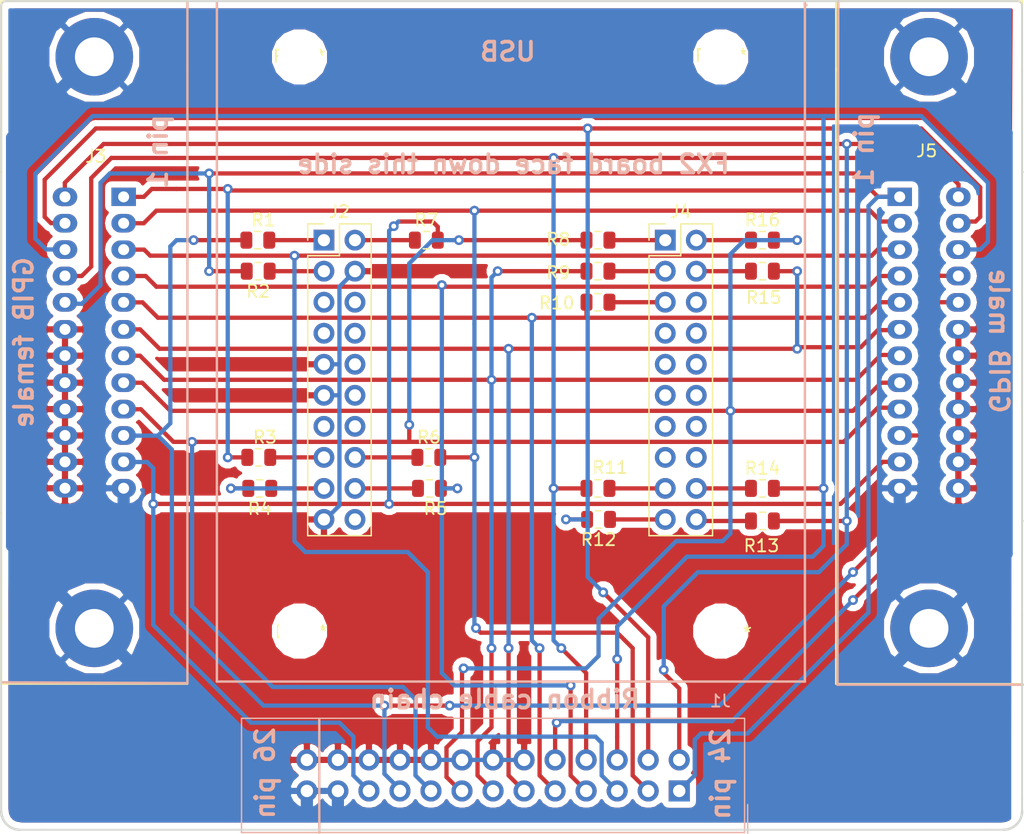
<source format=kicad_pcb>
(kicad_pcb (version 20171130) (host pcbnew 5.0.2+dfsg1-1~bpo9+1)

  (general
    (thickness 1.6)
    (drawings 35)
    (tracks 404)
    (zones 0)
    (modules 25)
    (nets 35)
  )

  (page A4)
  (layers
    (0 F.Cu signal hide)
    (31 B.Cu signal hide)
    (32 B.Adhes user)
    (33 F.Adhes user)
    (34 B.Paste user)
    (35 F.Paste user)
    (36 B.SilkS user)
    (37 F.SilkS user)
    (38 B.Mask user)
    (39 F.Mask user)
    (40 Dwgs.User user)
    (41 Cmts.User user)
    (42 Eco1.User user)
    (43 Eco2.User user)
    (44 Edge.Cuts user)
    (45 Margin user)
    (46 B.CrtYd user hide)
    (47 F.CrtYd user hide)
    (48 B.Fab user hide)
    (49 F.Fab user hide)
  )

  (setup
    (last_trace_width 0.35)
    (trace_clearance 0.2)
    (zone_clearance 0.508)
    (zone_45_only no)
    (trace_min 0.2)
    (segment_width 0.2)
    (edge_width 0.15)
    (via_size 0.8)
    (via_drill 0.4)
    (via_min_size 0.4)
    (via_min_drill 0.3)
    (uvia_size 0.3)
    (uvia_drill 0.1)
    (uvias_allowed no)
    (uvia_min_size 0.2)
    (uvia_min_drill 0.1)
    (pcb_text_width 0.3)
    (pcb_text_size 1.5 1.5)
    (mod_edge_width 0.15)
    (mod_text_size 1 1)
    (mod_text_width 0.15)
    (pad_size 1.524 1.524)
    (pad_drill 0.762)
    (pad_to_mask_clearance 0.051)
    (solder_mask_min_width 0.25)
    (aux_axis_origin 0 0)
    (visible_elements FFFFFF7F)
    (pcbplotparams
      (layerselection 0x010fc_ffffffff)
      (usegerberextensions false)
      (usegerberattributes false)
      (usegerberadvancedattributes false)
      (creategerberjobfile false)
      (excludeedgelayer true)
      (linewidth 0.100000)
      (plotframeref false)
      (viasonmask false)
      (mode 1)
      (useauxorigin false)
      (hpglpennumber 1)
      (hpglpenspeed 20)
      (hpglpendiameter 15.000000)
      (psnegative false)
      (psa4output false)
      (plotreference true)
      (plotvalue true)
      (plotinvisibletext false)
      (padsonsilk false)
      (subtractmaskfromsilk false)
      (outputformat 1)
      (mirror false)
      (drillshape 0)
      (scaleselection 1)
      (outputdirectory ""))
  )

  (net 0 "")
  (net 1 "Net-(J1-Pad1)")
  (net 2 "Net-(J1-Pad2)")
  (net 3 "Net-(J1-Pad4)")
  (net 4 "Net-(J1-Pad6)")
  (net 5 "Net-(J1-Pad8)")
  (net 6 "Net-(J1-Pad10)")
  (net 7 "Net-(J1-Pad12)")
  (net 8 "Net-(J1-Pad15)")
  (net 9 "Net-(J1-Pad17)")
  (net 10 "Net-(J1-Pad19)")
  (net 11 "Net-(J1-Pad21)")
  (net 12 "Net-(J1-Pad23)")
  (net 13 "Net-(J2-Pad1)")
  (net 14 "Net-(J2-Pad2)")
  (net 15 "Net-(J2-Pad3)")
  (net 16 "Net-(J2-Pad15)")
  (net 17 "Net-(J2-Pad17)")
  (net 18 "Net-(J2-Pad18)")
  (net 19 "Net-(J4-Pad20)")
  (net 20 "Net-(J4-Pad19)")
  (net 21 "Net-(J4-Pad18)")
  (net 22 "Net-(J4-Pad17)")
  (net 23 "Net-(J4-Pad5)")
  (net 24 "Net-(J4-Pad4)")
  (net 25 "Net-(J4-Pad3)")
  (net 26 "Net-(J4-Pad2)")
  (net 27 "Net-(J4-Pad1)")
  (net 28 "Net-(J2-Pad16)")
  (net 29 "Net-(J1-Pad3)")
  (net 30 "Net-(J1-Pad5)")
  (net 31 "Net-(J1-Pad7)")
  (net 32 "Net-(J1-Pad9)")
  (net 33 "Net-(J1-Pad11)")
  (net 34 "Net-(J1-Pad13)")

  (net_class Default "This is the default net class."
    (clearance 0.2)
    (trace_width 0.35)
    (via_dia 0.8)
    (via_drill 0.4)
    (uvia_dia 0.3)
    (uvia_drill 0.1)
    (add_net "Net-(J1-Pad1)")
    (add_net "Net-(J1-Pad10)")
    (add_net "Net-(J1-Pad11)")
    (add_net "Net-(J1-Pad12)")
    (add_net "Net-(J1-Pad13)")
    (add_net "Net-(J1-Pad15)")
    (add_net "Net-(J1-Pad17)")
    (add_net "Net-(J1-Pad19)")
    (add_net "Net-(J1-Pad2)")
    (add_net "Net-(J1-Pad21)")
    (add_net "Net-(J1-Pad3)")
    (add_net "Net-(J1-Pad4)")
    (add_net "Net-(J1-Pad5)")
    (add_net "Net-(J1-Pad6)")
    (add_net "Net-(J1-Pad7)")
    (add_net "Net-(J1-Pad8)")
    (add_net "Net-(J1-Pad9)")
    (add_net "Net-(J2-Pad1)")
    (add_net "Net-(J2-Pad15)")
    (add_net "Net-(J2-Pad16)")
    (add_net "Net-(J2-Pad17)")
    (add_net "Net-(J2-Pad18)")
    (add_net "Net-(J2-Pad2)")
    (add_net "Net-(J2-Pad3)")
    (add_net "Net-(J4-Pad1)")
    (add_net "Net-(J4-Pad17)")
    (add_net "Net-(J4-Pad18)")
    (add_net "Net-(J4-Pad19)")
    (add_net "Net-(J4-Pad2)")
    (add_net "Net-(J4-Pad20)")
    (add_net "Net-(J4-Pad3)")
    (add_net "Net-(J4-Pad4)")
    (add_net "Net-(J4-Pad5)")
  )

  (net_class earth ""
    (clearance 0.2)
    (trace_width 1)
    (via_dia 0.8)
    (via_drill 0.4)
    (uvia_dia 0.3)
    (uvia_drill 0.1)
    (add_net "Net-(J1-Pad23)")
  )

  (module Connector_IDC:IDC-Header_2x13_P2.54mm_Vertical (layer B.Cu) (tedit 59DE1198) (tstamp 5DB551F6)
    (at 161.29 117.475 90)
    (descr "Through hole straight IDC box header, 2x13, 2.54mm pitch, double rows")
    (tags "Through hole IDC box header THT 2x13 2.54mm double row")
    (path /5DA9B5F0)
    (fp_text reference J1 (at 7.366 3.3655) (layer B.SilkS)
      (effects (font (size 1 1) (thickness 0.15)) (justify mirror))
    )
    (fp_text value Conn_02x13_Odd_Even (at 1.27 -37.084 90) (layer B.Fab)
      (effects (font (size 1 1) (thickness 0.15)) (justify mirror))
    )
    (fp_text user %R (at 1.27 -15.24 90) (layer B.Fab)
      (effects (font (size 1 1) (thickness 0.15)) (justify mirror))
    )
    (fp_line (start 5.695 5.1) (end 5.695 -35.58) (layer B.Fab) (width 0.1))
    (fp_line (start 5.145 4.56) (end 5.145 -35.02) (layer B.Fab) (width 0.1))
    (fp_line (start -3.155 5.1) (end -3.155 -35.58) (layer B.Fab) (width 0.1))
    (fp_line (start -2.605 4.56) (end -2.605 -12.99) (layer B.Fab) (width 0.1))
    (fp_line (start -2.605 -17.49) (end -2.605 -35.02) (layer B.Fab) (width 0.1))
    (fp_line (start -2.605 -12.99) (end -3.155 -12.99) (layer B.Fab) (width 0.1))
    (fp_line (start -2.605 -17.49) (end -3.155 -17.49) (layer B.Fab) (width 0.1))
    (fp_line (start 5.695 5.1) (end -3.155 5.1) (layer B.Fab) (width 0.1))
    (fp_line (start 5.145 4.56) (end -2.605 4.56) (layer B.Fab) (width 0.1))
    (fp_line (start 5.695 -35.58) (end -3.155 -35.58) (layer B.Fab) (width 0.1))
    (fp_line (start 5.145 -35.02) (end -2.605 -35.02) (layer B.Fab) (width 0.1))
    (fp_line (start 5.695 5.1) (end 5.145 4.56) (layer B.Fab) (width 0.1))
    (fp_line (start 5.695 -35.58) (end 5.145 -35.02) (layer B.Fab) (width 0.1))
    (fp_line (start -3.155 5.1) (end -2.605 4.56) (layer B.Fab) (width 0.1))
    (fp_line (start -3.155 -35.58) (end -2.605 -35.02) (layer B.Fab) (width 0.1))
    (fp_line (start 5.95 5.35) (end 5.95 -35.83) (layer B.CrtYd) (width 0.05))
    (fp_line (start 5.95 -35.83) (end -3.41 -35.83) (layer B.CrtYd) (width 0.05))
    (fp_line (start -3.41 -35.83) (end -3.41 5.35) (layer B.CrtYd) (width 0.05))
    (fp_line (start -3.41 5.35) (end 5.95 5.35) (layer B.CrtYd) (width 0.05))
    (fp_line (start 5.945 5.35) (end 5.945 -35.83) (layer B.SilkS) (width 0.12))
    (fp_line (start 5.945 -35.83) (end -3.405 -35.83) (layer B.SilkS) (width 0.12))
    (fp_line (start -3.405 -35.83) (end -3.405 5.35) (layer B.SilkS) (width 0.12))
    (fp_line (start -3.405 5.35) (end 5.945 5.35) (layer B.SilkS) (width 0.12))
    (fp_line (start -3.655 5.6) (end -3.655 3.06) (layer B.SilkS) (width 0.12))
    (fp_line (start -3.655 5.6) (end -1.115 5.6) (layer B.SilkS) (width 0.12))
    (pad 1 thru_hole rect (at 0 0 90) (size 1.7272 1.7272) (drill 1.016) (layers *.Cu *.Mask)
      (net 1 "Net-(J1-Pad1)"))
    (pad 2 thru_hole oval (at 2.54 0 90) (size 1.7272 1.7272) (drill 1.016) (layers *.Cu *.Mask)
      (net 2 "Net-(J1-Pad2)"))
    (pad 3 thru_hole oval (at 0 -2.54 90) (size 1.7272 1.7272) (drill 1.016) (layers *.Cu *.Mask)
      (net 29 "Net-(J1-Pad3)"))
    (pad 4 thru_hole oval (at 2.54 -2.54 90) (size 1.7272 1.7272) (drill 1.016) (layers *.Cu *.Mask)
      (net 3 "Net-(J1-Pad4)"))
    (pad 5 thru_hole oval (at 0 -5.08 90) (size 1.7272 1.7272) (drill 1.016) (layers *.Cu *.Mask)
      (net 30 "Net-(J1-Pad5)"))
    (pad 6 thru_hole oval (at 2.54 -5.08 90) (size 1.7272 1.7272) (drill 1.016) (layers *.Cu *.Mask)
      (net 4 "Net-(J1-Pad6)"))
    (pad 7 thru_hole oval (at 0 -7.62 90) (size 1.7272 1.7272) (drill 1.016) (layers *.Cu *.Mask)
      (net 31 "Net-(J1-Pad7)"))
    (pad 8 thru_hole oval (at 2.54 -7.62 90) (size 1.7272 1.7272) (drill 1.016) (layers *.Cu *.Mask)
      (net 5 "Net-(J1-Pad8)"))
    (pad 9 thru_hole oval (at 0 -10.16 90) (size 1.7272 1.7272) (drill 1.016) (layers *.Cu *.Mask)
      (net 32 "Net-(J1-Pad9)"))
    (pad 10 thru_hole oval (at 2.54 -10.16 90) (size 1.7272 1.7272) (drill 1.016) (layers *.Cu *.Mask)
      (net 6 "Net-(J1-Pad10)"))
    (pad 11 thru_hole oval (at 0 -12.7 90) (size 1.7272 1.7272) (drill 1.016) (layers *.Cu *.Mask)
      (net 33 "Net-(J1-Pad11)"))
    (pad 12 thru_hole oval (at 2.54 -12.7 90) (size 1.7272 1.7272) (drill 1.016) (layers *.Cu *.Mask)
      (net 7 "Net-(J1-Pad12)"))
    (pad 13 thru_hole oval (at 0 -15.24 90) (size 1.7272 1.7272) (drill 1.016) (layers *.Cu *.Mask)
      (net 34 "Net-(J1-Pad13)"))
    (pad 14 thru_hole oval (at 2.54 -15.24 90) (size 1.7272 1.7272) (drill 1.016) (layers *.Cu *.Mask)
      (net 7 "Net-(J1-Pad12)"))
    (pad 15 thru_hole oval (at 0 -17.78 90) (size 1.7272 1.7272) (drill 1.016) (layers *.Cu *.Mask)
      (net 8 "Net-(J1-Pad15)"))
    (pad 16 thru_hole oval (at 2.54 -17.78 90) (size 1.7272 1.7272) (drill 1.016) (layers *.Cu *.Mask)
      (net 7 "Net-(J1-Pad12)"))
    (pad 17 thru_hole oval (at 0 -20.32 90) (size 1.7272 1.7272) (drill 1.016) (layers *.Cu *.Mask)
      (net 9 "Net-(J1-Pad17)"))
    (pad 18 thru_hole oval (at 2.54 -20.32 90) (size 1.7272 1.7272) (drill 1.016) (layers *.Cu *.Mask)
      (net 7 "Net-(J1-Pad12)"))
    (pad 19 thru_hole oval (at 0 -22.86 90) (size 1.7272 1.7272) (drill 1.016) (layers *.Cu *.Mask)
      (net 10 "Net-(J1-Pad19)"))
    (pad 20 thru_hole oval (at 2.54 -22.86 90) (size 1.7272 1.7272) (drill 1.016) (layers *.Cu *.Mask)
      (net 7 "Net-(J1-Pad12)"))
    (pad 21 thru_hole oval (at 0 -25.4 90) (size 1.7272 1.7272) (drill 1.016) (layers *.Cu *.Mask)
      (net 11 "Net-(J1-Pad21)"))
    (pad 22 thru_hole oval (at 2.54 -25.4 90) (size 1.7272 1.7272) (drill 1.016) (layers *.Cu *.Mask)
      (net 7 "Net-(J1-Pad12)"))
    (pad 23 thru_hole oval (at 0 -27.94 90) (size 1.7272 1.7272) (drill 1.016) (layers *.Cu *.Mask)
      (net 12 "Net-(J1-Pad23)"))
    (pad 24 thru_hole oval (at 2.54 -27.94 90) (size 1.7272 1.7272) (drill 1.016) (layers *.Cu *.Mask)
      (net 7 "Net-(J1-Pad12)"))
    (pad 25 thru_hole oval (at 0 -30.48 90) (size 1.7272 1.7272) (drill 1.016) (layers *.Cu *.Mask)
      (net 12 "Net-(J1-Pad23)"))
    (pad 26 thru_hole oval (at 2.54 -30.48 90) (size 1.7272 1.7272) (drill 1.016) (layers *.Cu *.Mask)
      (net 7 "Net-(J1-Pad12)"))
    (model ${KISYS3DMOD}/Connector_IDC.3dshapes/IDC-Header_2x13_P2.54mm_Vertical.wrl
      (at (xyz 0 0 0))
      (scale (xyz 1 1 1))
      (rotate (xyz 0 0 0))
    )
  )

  (module microribbon:Microribbon-24_RA_Female_GPIB (layer F.Cu) (tedit 5DA79CCC) (tstamp 5DB82ABE)
    (at 179.197 68.707)
    (path /5DADB835)
    (fp_text reference J5 (at 2.3495 -3.6195 180) (layer F.SilkS)
      (effects (font (size 1 1) (thickness 0.15)))
    )
    (fp_text value Conn_02x12_Top_Bottom_MountingPin (at -20.955 1.27 180) (layer F.Fab)
      (effects (font (size 1 1) (thickness 0.15)))
    )
    (fp_line (start -5.08 -10.3759) (end -5.08 34.5059) (layer F.SilkS) (width 0.15))
    (fp_line (start 10.16 -10.3759) (end 10.16 34.5059) (layer F.SilkS) (width 0.15))
    (fp_line (start 10.16 -10.16) (end 10.16 -15.875) (layer F.SilkS) (width 0.15))
    (fp_line (start 10.16 -15.875) (end -5.08 -15.875) (layer F.SilkS) (width 0.15))
    (fp_line (start -5.08 -15.875) (end -5.08 -10.16) (layer F.SilkS) (width 0.15))
    (fp_line (start -5.08 34.29) (end -5.08 40.005) (layer F.SilkS) (width 0.15))
    (fp_line (start -5.08 40.005) (end 10.16 40.005) (layer F.SilkS) (width 0.15))
    (fp_line (start 10.16 40.005) (end 10.16 34.29) (layer F.SilkS) (width 0.15))
    (fp_line (start 10.16 -1.905) (end 18.415 -1.905) (layer F.SilkS) (width 0.15))
    (fp_line (start 18.415 -1.905) (end 18.415 26.67) (layer F.SilkS) (width 0.15))
    (fp_line (start 18.415 26.67) (end 10.16 26.67) (layer F.SilkS) (width 0.15))
    (pad 18 thru_hole oval (at 4.9403 10.9855 180) (size 2 1.524) (drill 0.9) (layers *.Cu *.Mask)
      (net 7 "Net-(J1-Pad12)"))
    (pad 6 thru_hole oval (at 0.1397 10.9855 180) (size 2 1.524) (drill 0.9) (layers *.Cu *.Mask)
      (net 33 "Net-(J1-Pad11)"))
    (pad 7 thru_hole oval (at 0.1397 13.1445 180) (size 2 1.524) (drill 0.9) (layers *.Cu *.Mask)
      (net 34 "Net-(J1-Pad13)"))
    (pad 19 thru_hole oval (at 4.9403 13.1445 180) (size 2 1.524) (drill 0.9) (layers *.Cu *.Mask)
      (net 7 "Net-(J1-Pad12)"))
    (pad 20 thru_hole oval (at 4.9403 15.3543 180) (size 2 1.524) (drill 0.9) (layers *.Cu *.Mask)
      (net 7 "Net-(J1-Pad12)"))
    (pad 21 thru_hole oval (at 4.9403 17.5133 180) (size 2 1.524) (drill 0.9) (layers *.Cu *.Mask)
      (net 7 "Net-(J1-Pad12)"))
    (pad 9 thru_hole oval (at 0.1397 17.5133 180) (size 2 1.524) (drill 0.9) (layers *.Cu *.Mask)
      (net 9 "Net-(J1-Pad17)"))
    (pad 8 thru_hole oval (at 0.1397 15.3543 180) (size 2 1.524) (drill 0.9) (layers *.Cu *.Mask)
      (net 8 "Net-(J1-Pad15)"))
    (pad 22 thru_hole oval (at 4.9403 19.6723 180) (size 2 1.524) (drill 0.9) (layers *.Cu *.Mask)
      (net 7 "Net-(J1-Pad12)"))
    (pad 23 thru_hole oval (at 4.9403 21.8313 180) (size 2 1.524) (drill 0.9) (layers *.Cu *.Mask)
      (net 7 "Net-(J1-Pad12)"))
    (pad 11 thru_hole oval (at 0.1397 21.8313 180) (size 2 1.524) (drill 0.9) (layers *.Cu *.Mask)
      (net 11 "Net-(J1-Pad21)"))
    (pad 10 thru_hole oval (at 0.1397 19.6723 180) (size 2 1.524) (drill 0.9) (layers *.Cu *.Mask)
      (net 10 "Net-(J1-Pad19)"))
    (pad 24 thru_hole oval (at 4.9403 23.9903 180) (size 2 1.524) (drill 0.9) (layers *.Cu *.Mask)
      (net 7 "Net-(J1-Pad12)"))
    (pad 12 thru_hole oval (at 0.1397 23.9903 180) (size 2 1.524) (drill 0.9) (layers *.Cu *.Mask)
      (net 12 "Net-(J1-Pad23)"))
    (pad 16 thru_hole oval (at 4.9403 6.6167 180) (size 2 1.524) (drill 0.9) (layers *.Cu *.Mask)
      (net 5 "Net-(J1-Pad8)"))
    (pad 17 thru_hole oval (at 4.9403 8.7757 180) (size 2 1.524) (drill 0.9) (layers *.Cu *.Mask)
      (net 6 "Net-(J1-Pad10)"))
    (pad 5 thru_hole oval (at 0.1397 8.7757 180) (size 2 1.524) (drill 0.9) (layers *.Cu *.Mask)
      (net 32 "Net-(J1-Pad9)"))
    (pad 4 thru_hole oval (at 0.1397 6.6167 180) (size 2 1.524) (drill 0.9) (layers *.Cu *.Mask)
      (net 31 "Net-(J1-Pad7)"))
    (pad 14 thru_hole oval (at 4.9403 2.2987 180) (size 2 1.524) (drill 0.9) (layers *.Cu *.Mask)
      (net 3 "Net-(J1-Pad4)"))
    (pad 15 thru_hole oval (at 4.9403 4.4577 180) (size 2 1.524) (drill 0.9) (layers *.Cu *.Mask)
      (net 4 "Net-(J1-Pad6)"))
    (pad 3 thru_hole oval (at 0.1397 4.4577 180) (size 2 1.5) (drill 0.9) (layers *.Cu *.Mask)
      (net 30 "Net-(J1-Pad5)"))
    (pad 2 thru_hole oval (at 0.1397 2.2987 180) (size 2 1.524) (drill 0.9) (layers *.Cu *.Mask)
      (net 29 "Net-(J1-Pad3)"))
    (pad 1 thru_hole rect (at 0.1397 0.1397 180) (size 2 1.5) (drill 0.9) (layers *.Cu *.Mask)
      (net 1 "Net-(J1-Pad1)"))
    (pad 13 thru_hole oval (at 4.9403 0.1397 180) (size 2 1.524) (drill 0.9) (layers *.Cu *.Mask)
      (net 2 "Net-(J1-Pad2)"))
    (pad MP thru_hole circle (at 2.54 -11.3284 180) (size 6.35 6.35) (drill 3.175) (layers *.Cu *.Mask)
      (net 12 "Net-(J1-Pad23)"))
    (pad MP thru_hole circle (at 2.54 35.4584 180) (size 6.35 6.35) (drill 3.175) (layers *.Cu *.Mask)
      (net 12 "Net-(J1-Pad23)"))
  )

  (module Connector_PinHeader_2.54mm:PinHeader_2x10_P2.54mm_Vertical (layer F.Cu) (tedit 5DA8E4FB) (tstamp 5DB83376)
    (at 132.207 72.39)
    (descr "Through hole straight pin header, 2x10, 2.54mm pitch, double rows")
    (tags "Through hole pin header THT 2x10 2.54mm double row")
    (path /5DAA1930)
    (fp_text reference J2 (at 1.27 -2.33) (layer F.SilkS)
      (effects (font (size 1 1) (thickness 0.15)))
    )
    (fp_text value Conn_02x10_Odd_Even (at 1.27 25.19) (layer F.Fab)
      (effects (font (size 1 1) (thickness 0.15)))
    )
    (fp_line (start 0 -1.27) (end 3.81 -1.27) (layer F.Fab) (width 0.1))
    (fp_line (start 3.81 -1.27) (end 3.81 24.13) (layer F.Fab) (width 0.1))
    (fp_line (start 3.81 24.13) (end -1.27 24.13) (layer F.Fab) (width 0.1))
    (fp_line (start -1.27 24.13) (end -1.27 0) (layer F.Fab) (width 0.1))
    (fp_line (start -1.27 0) (end 0 -1.27) (layer F.Fab) (width 0.1))
    (fp_line (start -1.33 24.19) (end 3.87 24.19) (layer F.SilkS) (width 0.12))
    (fp_line (start -1.33 1.27) (end -1.33 24.19) (layer F.SilkS) (width 0.12))
    (fp_line (start 3.87 -1.33) (end 3.87 24.19) (layer F.SilkS) (width 0.12))
    (fp_line (start -1.33 1.27) (end 1.27 1.27) (layer F.SilkS) (width 0.12))
    (fp_line (start 1.27 1.27) (end 1.27 -1.33) (layer F.SilkS) (width 0.12))
    (fp_line (start 1.27 -1.33) (end 3.87 -1.33) (layer F.SilkS) (width 0.12))
    (fp_line (start -1.33 0) (end -1.33 -1.33) (layer F.SilkS) (width 0.12))
    (fp_line (start -1.33 -1.33) (end 0 -1.33) (layer F.SilkS) (width 0.12))
    (fp_line (start -1.8 -1.8) (end -1.8 24.65) (layer F.CrtYd) (width 0.05))
    (fp_line (start -1.8 24.65) (end 4.35 24.65) (layer F.CrtYd) (width 0.05))
    (fp_line (start 4.35 24.65) (end 4.35 -1.8) (layer F.CrtYd) (width 0.05))
    (fp_line (start 4.35 -1.8) (end -1.8 -1.8) (layer F.CrtYd) (width 0.05))
    (fp_text user %R (at 1.27 11.43 90) (layer F.Fab)
      (effects (font (size 1 1) (thickness 0.15)))
    )
    (pad 1 thru_hole rect (at 0 0) (size 1.7 1.7) (drill 1) (layers *.Cu *.Mask)
      (net 13 "Net-(J2-Pad1)"))
    (pad 2 thru_hole oval (at 2.54 0) (size 1.7 1.7) (drill 1) (layers *.Cu *.Mask)
      (net 14 "Net-(J2-Pad2)"))
    (pad 3 thru_hole oval (at 0 2.54) (size 1.7 1.7) (drill 1) (layers *.Cu *.Mask)
      (net 15 "Net-(J2-Pad3)"))
    (pad 4 thru_hole oval (at 2.54 2.54) (size 1.7 1.7) (drill 1) (layers *.Cu *.Mask)
      (net 7 "Net-(J1-Pad12)"))
    (pad 5 thru_hole oval (at 0 5.08) (size 1.7 1.7) (drill 1) (layers *.Cu *.Mask))
    (pad 6 thru_hole oval (at 2.54 5.08) (size 1.7 1.7) (drill 1) (layers *.Cu *.Mask))
    (pad 7 thru_hole oval (at 0 7.62) (size 1.7 1.7) (drill 1) (layers *.Cu *.Mask))
    (pad 8 thru_hole oval (at 2.54 7.62) (size 1.7 1.7) (drill 1) (layers *.Cu *.Mask))
    (pad 9 thru_hole oval (at 0 10.16) (size 1.7 1.7) (drill 1) (layers *.Cu *.Mask)
      (net 7 "Net-(J1-Pad12)"))
    (pad 10 thru_hole oval (at 2.54 10.16) (size 1.7 1.7) (drill 1) (layers *.Cu *.Mask))
    (pad 11 thru_hole oval (at 0 12.7) (size 1.7 1.7) (drill 1) (layers *.Cu *.Mask)
      (net 7 "Net-(J1-Pad12)"))
    (pad 12 thru_hole oval (at 2.54 12.7) (size 1.7 1.7) (drill 1) (layers *.Cu *.Mask))
    (pad 13 thru_hole oval (at 0 15.24) (size 1.7 1.7) (drill 1) (layers *.Cu *.Mask))
    (pad 14 thru_hole oval (at 2.54 15.24) (size 1.7 1.7) (drill 1) (layers *.Cu *.Mask))
    (pad 15 thru_hole oval (at 0 17.78) (size 1.7 1.7) (drill 1) (layers *.Cu *.Mask)
      (net 16 "Net-(J2-Pad15)"))
    (pad 16 thru_hole oval (at 2.54 17.78) (size 1.7 1.7) (drill 1) (layers *.Cu *.Mask)
      (net 28 "Net-(J2-Pad16)"))
    (pad 17 thru_hole oval (at 0 20.32) (size 1.7 1.7) (drill 1) (layers *.Cu *.Mask)
      (net 17 "Net-(J2-Pad17)"))
    (pad 18 thru_hole oval (at 2.54 20.32) (size 1.7 1.7) (drill 1) (layers *.Cu *.Mask)
      (net 18 "Net-(J2-Pad18)"))
    (pad 19 thru_hole oval (at 0 22.86) (size 1.7 1.7) (drill 1) (layers *.Cu *.Mask)
      (net 7 "Net-(J1-Pad12)"))
    (pad 20 thru_hole oval (at 2.54 22.86) (size 1.7 1.7) (drill 1) (layers *.Cu *.Mask))
    (model ${KISYS3DMOD}/Connector_PinHeader_2.54mm.3dshapes/PinHeader_2x10_P2.54mm_Vertical.wrl
      (at (xyz 0 0 0))
      (scale (xyz 1 1 1))
      (rotate (xyz 0 0 0))
    )
  )

  (module Connector_PinHeader_2.54mm:PinHeader_2x10_P2.54mm_Vertical (layer F.Cu) (tedit 59FED5CC) (tstamp 5DB831E4)
    (at 160.147 72.39)
    (descr "Through hole straight pin header, 2x10, 2.54mm pitch, double rows")
    (tags "Through hole pin header THT 2x10 2.54mm double row")
    (path /5DAA1A0C)
    (fp_text reference J4 (at 1.27 -2.33) (layer F.SilkS)
      (effects (font (size 1 1) (thickness 0.15)))
    )
    (fp_text value Conn_02x10_Odd_Even (at 1.27 25.19) (layer F.Fab)
      (effects (font (size 1 1) (thickness 0.15)))
    )
    (fp_text user %R (at 1.27 11.43 90) (layer F.Fab)
      (effects (font (size 1 1) (thickness 0.15)))
    )
    (fp_line (start 4.35 -1.8) (end -1.8 -1.8) (layer F.CrtYd) (width 0.05))
    (fp_line (start 4.35 24.65) (end 4.35 -1.8) (layer F.CrtYd) (width 0.05))
    (fp_line (start -1.8 24.65) (end 4.35 24.65) (layer F.CrtYd) (width 0.05))
    (fp_line (start -1.8 -1.8) (end -1.8 24.65) (layer F.CrtYd) (width 0.05))
    (fp_line (start -1.33 -1.33) (end 0 -1.33) (layer F.SilkS) (width 0.12))
    (fp_line (start -1.33 0) (end -1.33 -1.33) (layer F.SilkS) (width 0.12))
    (fp_line (start 1.27 -1.33) (end 3.87 -1.33) (layer F.SilkS) (width 0.12))
    (fp_line (start 1.27 1.27) (end 1.27 -1.33) (layer F.SilkS) (width 0.12))
    (fp_line (start -1.33 1.27) (end 1.27 1.27) (layer F.SilkS) (width 0.12))
    (fp_line (start 3.87 -1.33) (end 3.87 24.19) (layer F.SilkS) (width 0.12))
    (fp_line (start -1.33 1.27) (end -1.33 24.19) (layer F.SilkS) (width 0.12))
    (fp_line (start -1.33 24.19) (end 3.87 24.19) (layer F.SilkS) (width 0.12))
    (fp_line (start -1.27 0) (end 0 -1.27) (layer F.Fab) (width 0.1))
    (fp_line (start -1.27 24.13) (end -1.27 0) (layer F.Fab) (width 0.1))
    (fp_line (start 3.81 24.13) (end -1.27 24.13) (layer F.Fab) (width 0.1))
    (fp_line (start 3.81 -1.27) (end 3.81 24.13) (layer F.Fab) (width 0.1))
    (fp_line (start 0 -1.27) (end 3.81 -1.27) (layer F.Fab) (width 0.1))
    (pad 20 thru_hole oval (at 2.54 22.86) (size 1.7 1.7) (drill 1) (layers *.Cu *.Mask)
      (net 19 "Net-(J4-Pad20)"))
    (pad 19 thru_hole oval (at 0 22.86) (size 1.7 1.7) (drill 1) (layers *.Cu *.Mask)
      (net 20 "Net-(J4-Pad19)"))
    (pad 18 thru_hole oval (at 2.54 20.32) (size 1.7 1.7) (drill 1) (layers *.Cu *.Mask)
      (net 21 "Net-(J4-Pad18)"))
    (pad 17 thru_hole oval (at 0 20.32) (size 1.7 1.7) (drill 1) (layers *.Cu *.Mask)
      (net 22 "Net-(J4-Pad17)"))
    (pad 16 thru_hole oval (at 2.54 17.78) (size 1.7 1.7) (drill 1) (layers *.Cu *.Mask))
    (pad 15 thru_hole oval (at 0 17.78) (size 1.7 1.7) (drill 1) (layers *.Cu *.Mask))
    (pad 14 thru_hole oval (at 2.54 15.24) (size 1.7 1.7) (drill 1) (layers *.Cu *.Mask))
    (pad 13 thru_hole oval (at 0 15.24) (size 1.7 1.7) (drill 1) (layers *.Cu *.Mask))
    (pad 12 thru_hole oval (at 2.54 12.7) (size 1.7 1.7) (drill 1) (layers *.Cu *.Mask))
    (pad 11 thru_hole oval (at 0 12.7) (size 1.7 1.7) (drill 1) (layers *.Cu *.Mask))
    (pad 10 thru_hole oval (at 2.54 10.16) (size 1.7 1.7) (drill 1) (layers *.Cu *.Mask))
    (pad 9 thru_hole oval (at 0 10.16) (size 1.7 1.7) (drill 1) (layers *.Cu *.Mask))
    (pad 8 thru_hole oval (at 2.54 7.62) (size 1.7 1.7) (drill 1) (layers *.Cu *.Mask))
    (pad 7 thru_hole oval (at 0 7.62) (size 1.7 1.7) (drill 1) (layers *.Cu *.Mask))
    (pad 6 thru_hole oval (at 2.54 5.08) (size 1.7 1.7) (drill 1) (layers *.Cu *.Mask))
    (pad 5 thru_hole oval (at 0 5.08) (size 1.7 1.7) (drill 1) (layers *.Cu *.Mask)
      (net 23 "Net-(J4-Pad5)"))
    (pad 4 thru_hole oval (at 2.54 2.54) (size 1.7 1.7) (drill 1) (layers *.Cu *.Mask)
      (net 24 "Net-(J4-Pad4)"))
    (pad 3 thru_hole oval (at 0 2.54) (size 1.7 1.7) (drill 1) (layers *.Cu *.Mask)
      (net 25 "Net-(J4-Pad3)"))
    (pad 2 thru_hole oval (at 2.54 0) (size 1.7 1.7) (drill 1) (layers *.Cu *.Mask)
      (net 26 "Net-(J4-Pad2)"))
    (pad 1 thru_hole rect (at 0 0) (size 1.7 1.7) (drill 1) (layers *.Cu *.Mask)
      (net 27 "Net-(J4-Pad1)"))
    (model ${KISYS3DMOD}/Connector_PinHeader_2.54mm.3dshapes/PinHeader_2x10_P2.54mm_Vertical.wrl
      (at (xyz 0 0 0))
      (scale (xyz 1 1 1))
      (rotate (xyz 0 0 0))
    )
  )

  (module Resistor_SMD:R_0805_2012Metric (layer F.Cu) (tedit 5B36C52B) (tstamp 5DB83438)
    (at 126.7945 72.39 180)
    (descr "Resistor SMD 0805 (2012 Metric), square (rectangular) end terminal, IPC_7351 nominal, (Body size source: https://docs.google.com/spreadsheets/d/1BsfQQcO9C6DZCsRaXUlFlo91Tg2WpOkGARC1WS5S8t0/edit?usp=sharing), generated with kicad-footprint-generator")
    (tags resistor)
    (path /5DB6446D)
    (attr smd)
    (fp_text reference R1 (at -0.4595 1.651) (layer F.SilkS)
      (effects (font (size 1 1) (thickness 0.15)))
    )
    (fp_text value R (at 0 1.65 180) (layer F.Fab)
      (effects (font (size 1 1) (thickness 0.15)))
    )
    (fp_text user %R (at 0 0 270) (layer F.Fab)
      (effects (font (size 0.5 0.5) (thickness 0.08)))
    )
    (fp_line (start 1.68 0.95) (end -1.68 0.95) (layer F.CrtYd) (width 0.05))
    (fp_line (start 1.68 -0.95) (end 1.68 0.95) (layer F.CrtYd) (width 0.05))
    (fp_line (start -1.68 -0.95) (end 1.68 -0.95) (layer F.CrtYd) (width 0.05))
    (fp_line (start -1.68 0.95) (end -1.68 -0.95) (layer F.CrtYd) (width 0.05))
    (fp_line (start -0.258578 0.71) (end 0.258578 0.71) (layer F.SilkS) (width 0.12))
    (fp_line (start -0.258578 -0.71) (end 0.258578 -0.71) (layer F.SilkS) (width 0.12))
    (fp_line (start 1 0.6) (end -1 0.6) (layer F.Fab) (width 0.1))
    (fp_line (start 1 -0.6) (end 1 0.6) (layer F.Fab) (width 0.1))
    (fp_line (start -1 -0.6) (end 1 -0.6) (layer F.Fab) (width 0.1))
    (fp_line (start -1 0.6) (end -1 -0.6) (layer F.Fab) (width 0.1))
    (pad 2 smd roundrect (at 0.9375 0 180) (size 0.975 1.4) (layers F.Cu F.Paste F.Mask) (roundrect_rratio 0.25)
      (net 10 "Net-(J1-Pad19)"))
    (pad 1 smd roundrect (at -0.9375 0 180) (size 0.975 1.4) (layers F.Cu F.Paste F.Mask) (roundrect_rratio 0.25)
      (net 13 "Net-(J2-Pad1)"))
    (model ${KISYS3DMOD}/Resistor_SMD.3dshapes/R_0805_2012Metric.wrl
      (at (xyz 0 0 0))
      (scale (xyz 1 1 1))
      (rotate (xyz 0 0 0))
    )
  )

  (module Resistor_SMD:R_0805_2012Metric (layer F.Cu) (tedit 5B36C52B) (tstamp 5DB830E4)
    (at 126.8245 74.93 180)
    (descr "Resistor SMD 0805 (2012 Metric), square (rectangular) end terminal, IPC_7351 nominal, (Body size source: https://docs.google.com/spreadsheets/d/1BsfQQcO9C6DZCsRaXUlFlo91Tg2WpOkGARC1WS5S8t0/edit?usp=sharing), generated with kicad-footprint-generator")
    (tags resistor)
    (path /5DB64552)
    (attr smd)
    (fp_text reference R2 (at 0 -1.65 180) (layer F.SilkS)
      (effects (font (size 1 1) (thickness 0.15)))
    )
    (fp_text value R (at 0 1.65 180) (layer F.Fab)
      (effects (font (size 1 1) (thickness 0.15)))
    )
    (fp_line (start -1 0.6) (end -1 -0.6) (layer F.Fab) (width 0.1))
    (fp_line (start -1 -0.6) (end 1 -0.6) (layer F.Fab) (width 0.1))
    (fp_line (start 1 -0.6) (end 1 0.6) (layer F.Fab) (width 0.1))
    (fp_line (start 1 0.6) (end -1 0.6) (layer F.Fab) (width 0.1))
    (fp_line (start -0.258578 -0.71) (end 0.258578 -0.71) (layer F.SilkS) (width 0.12))
    (fp_line (start -0.258578 0.71) (end 0.258578 0.71) (layer F.SilkS) (width 0.12))
    (fp_line (start -1.68 0.95) (end -1.68 -0.95) (layer F.CrtYd) (width 0.05))
    (fp_line (start -1.68 -0.95) (end 1.68 -0.95) (layer F.CrtYd) (width 0.05))
    (fp_line (start 1.68 -0.95) (end 1.68 0.95) (layer F.CrtYd) (width 0.05))
    (fp_line (start 1.68 0.95) (end -1.68 0.95) (layer F.CrtYd) (width 0.05))
    (fp_text user %R (at 0 0 180) (layer F.Fab)
      (effects (font (size 0.5 0.5) (thickness 0.08)))
    )
    (pad 1 smd roundrect (at -0.9375 0 180) (size 0.975 1.4) (layers F.Cu F.Paste F.Mask) (roundrect_rratio 0.25)
      (net 15 "Net-(J2-Pad3)"))
    (pad 2 smd roundrect (at 0.9375 0 180) (size 0.975 1.4) (layers F.Cu F.Paste F.Mask) (roundrect_rratio 0.25)
      (net 6 "Net-(J1-Pad10)"))
    (model ${KISYS3DMOD}/Resistor_SMD.3dshapes/R_0805_2012Metric.wrl
      (at (xyz 0 0 0))
      (scale (xyz 1 1 1))
      (rotate (xyz 0 0 0))
    )
  )

  (module Resistor_SMD:R_0805_2012Metric (layer F.Cu) (tedit 5B36C52B) (tstamp 5DB83498)
    (at 126.873 90.17 180)
    (descr "Resistor SMD 0805 (2012 Metric), square (rectangular) end terminal, IPC_7351 nominal, (Body size source: https://docs.google.com/spreadsheets/d/1BsfQQcO9C6DZCsRaXUlFlo91Tg2WpOkGARC1WS5S8t0/edit?usp=sharing), generated with kicad-footprint-generator")
    (tags resistor)
    (path /5DB645B6)
    (attr smd)
    (fp_text reference R3 (at -0.508 1.651 180) (layer F.SilkS)
      (effects (font (size 1 1) (thickness 0.15)))
    )
    (fp_text value R (at 0 1.65 180) (layer F.Fab)
      (effects (font (size 1 1) (thickness 0.15)))
    )
    (fp_line (start -1 0.6) (end -1 -0.6) (layer F.Fab) (width 0.1))
    (fp_line (start -1 -0.6) (end 1 -0.6) (layer F.Fab) (width 0.1))
    (fp_line (start 1 -0.6) (end 1 0.6) (layer F.Fab) (width 0.1))
    (fp_line (start 1 0.6) (end -1 0.6) (layer F.Fab) (width 0.1))
    (fp_line (start -0.258578 -0.71) (end 0.258578 -0.71) (layer F.SilkS) (width 0.12))
    (fp_line (start -0.258578 0.71) (end 0.258578 0.71) (layer F.SilkS) (width 0.12))
    (fp_line (start -1.68 0.95) (end -1.68 -0.95) (layer F.CrtYd) (width 0.05))
    (fp_line (start -1.68 -0.95) (end 1.68 -0.95) (layer F.CrtYd) (width 0.05))
    (fp_line (start 1.68 -0.95) (end 1.68 0.95) (layer F.CrtYd) (width 0.05))
    (fp_line (start 1.68 0.95) (end -1.68 0.95) (layer F.CrtYd) (width 0.05))
    (fp_text user %R (at 0 0 180) (layer F.Fab)
      (effects (font (size 0.5 0.5) (thickness 0.08)))
    )
    (pad 1 smd roundrect (at -0.9375 0 180) (size 0.975 1.4) (layers F.Cu F.Paste F.Mask) (roundrect_rratio 0.25)
      (net 16 "Net-(J2-Pad15)"))
    (pad 2 smd roundrect (at 0.9375 0 180) (size 0.975 1.4) (layers F.Cu F.Paste F.Mask) (roundrect_rratio 0.25)
      (net 1 "Net-(J1-Pad1)"))
    (model ${KISYS3DMOD}/Resistor_SMD.3dshapes/R_0805_2012Metric.wrl
      (at (xyz 0 0 0))
      (scale (xyz 1 1 1))
      (rotate (xyz 0 0 0))
    )
  )

  (module Resistor_SMD:R_0805_2012Metric (layer F.Cu) (tedit 5B36C52B) (tstamp 5DB8360F)
    (at 126.9515 92.71 180)
    (descr "Resistor SMD 0805 (2012 Metric), square (rectangular) end terminal, IPC_7351 nominal, (Body size source: https://docs.google.com/spreadsheets/d/1BsfQQcO9C6DZCsRaXUlFlo91Tg2WpOkGARC1WS5S8t0/edit?usp=sharing), generated with kicad-footprint-generator")
    (tags resistor)
    (path /5DB64619)
    (attr smd)
    (fp_text reference R4 (at 0 -1.65 180) (layer F.SilkS)
      (effects (font (size 1 1) (thickness 0.15)))
    )
    (fp_text value R (at 0 1.65 180) (layer F.Fab)
      (effects (font (size 1 1) (thickness 0.15)))
    )
    (fp_text user %R (at 0 0 180) (layer F.Fab)
      (effects (font (size 0.5 0.5) (thickness 0.08)))
    )
    (fp_line (start 1.68 0.95) (end -1.68 0.95) (layer F.CrtYd) (width 0.05))
    (fp_line (start 1.68 -0.95) (end 1.68 0.95) (layer F.CrtYd) (width 0.05))
    (fp_line (start -1.68 -0.95) (end 1.68 -0.95) (layer F.CrtYd) (width 0.05))
    (fp_line (start -1.68 0.95) (end -1.68 -0.95) (layer F.CrtYd) (width 0.05))
    (fp_line (start -0.258578 0.71) (end 0.258578 0.71) (layer F.SilkS) (width 0.12))
    (fp_line (start -0.258578 -0.71) (end 0.258578 -0.71) (layer F.SilkS) (width 0.12))
    (fp_line (start 1 0.6) (end -1 0.6) (layer F.Fab) (width 0.1))
    (fp_line (start 1 -0.6) (end 1 0.6) (layer F.Fab) (width 0.1))
    (fp_line (start -1 -0.6) (end 1 -0.6) (layer F.Fab) (width 0.1))
    (fp_line (start -1 0.6) (end -1 -0.6) (layer F.Fab) (width 0.1))
    (pad 2 smd roundrect (at 0.9375 0 180) (size 0.975 1.4) (layers F.Cu F.Paste F.Mask) (roundrect_rratio 0.25)
      (net 30 "Net-(J1-Pad5)"))
    (pad 1 smd roundrect (at -0.9375 0 180) (size 0.975 1.4) (layers F.Cu F.Paste F.Mask) (roundrect_rratio 0.25)
      (net 17 "Net-(J2-Pad17)"))
    (model ${KISYS3DMOD}/Resistor_SMD.3dshapes/R_0805_2012Metric.wrl
      (at (xyz 0 0 0))
      (scale (xyz 1 1 1))
      (rotate (xyz 0 0 0))
    )
  )

  (module Resistor_SMD:R_0805_2012Metric (layer F.Cu) (tedit 5B36C52B) (tstamp 5DB834C8)
    (at 140.843 92.71)
    (descr "Resistor SMD 0805 (2012 Metric), square (rectangular) end terminal, IPC_7351 nominal, (Body size source: https://docs.google.com/spreadsheets/d/1BsfQQcO9C6DZCsRaXUlFlo91Tg2WpOkGARC1WS5S8t0/edit?usp=sharing), generated with kicad-footprint-generator")
    (tags resistor)
    (path /5DB6470D)
    (attr smd)
    (fp_text reference R5 (at 0.508 1.651) (layer F.SilkS)
      (effects (font (size 1 1) (thickness 0.15)))
    )
    (fp_text value R (at 0 1.65) (layer F.Fab)
      (effects (font (size 1 1) (thickness 0.15)))
    )
    (fp_line (start -1 0.6) (end -1 -0.6) (layer F.Fab) (width 0.1))
    (fp_line (start -1 -0.6) (end 1 -0.6) (layer F.Fab) (width 0.1))
    (fp_line (start 1 -0.6) (end 1 0.6) (layer F.Fab) (width 0.1))
    (fp_line (start 1 0.6) (end -1 0.6) (layer F.Fab) (width 0.1))
    (fp_line (start -0.258578 -0.71) (end 0.258578 -0.71) (layer F.SilkS) (width 0.12))
    (fp_line (start -0.258578 0.71) (end 0.258578 0.71) (layer F.SilkS) (width 0.12))
    (fp_line (start -1.68 0.95) (end -1.68 -0.95) (layer F.CrtYd) (width 0.05))
    (fp_line (start -1.68 -0.95) (end 1.68 -0.95) (layer F.CrtYd) (width 0.05))
    (fp_line (start 1.68 -0.95) (end 1.68 0.95) (layer F.CrtYd) (width 0.05))
    (fp_line (start 1.68 0.95) (end -1.68 0.95) (layer F.CrtYd) (width 0.05))
    (fp_text user %R (at 0 0) (layer F.Fab)
      (effects (font (size 0.5 0.5) (thickness 0.08)))
    )
    (pad 1 smd roundrect (at -0.9375 0) (size 0.975 1.4) (layers F.Cu F.Paste F.Mask) (roundrect_rratio 0.25)
      (net 18 "Net-(J2-Pad18)"))
    (pad 2 smd roundrect (at 0.9375 0) (size 0.975 1.4) (layers F.Cu F.Paste F.Mask) (roundrect_rratio 0.25)
      (net 31 "Net-(J1-Pad7)"))
    (model ${KISYS3DMOD}/Resistor_SMD.3dshapes/R_0805_2012Metric.wrl
      (at (xyz 0 0 0))
      (scale (xyz 1 1 1))
      (rotate (xyz 0 0 0))
    )
  )

  (module Resistor_SMD:R_0805_2012Metric (layer F.Cu) (tedit 5B36C52B) (tstamp 5DB834F8)
    (at 140.7945 90.17)
    (descr "Resistor SMD 0805 (2012 Metric), square (rectangular) end terminal, IPC_7351 nominal, (Body size source: https://docs.google.com/spreadsheets/d/1BsfQQcO9C6DZCsRaXUlFlo91Tg2WpOkGARC1WS5S8t0/edit?usp=sharing), generated with kicad-footprint-generator")
    (tags resistor)
    (path /5DB647B2)
    (attr smd)
    (fp_text reference R6 (at 0 -1.65) (layer F.SilkS)
      (effects (font (size 1 1) (thickness 0.15)))
    )
    (fp_text value R (at 0.112 4.064) (layer F.Fab)
      (effects (font (size 1 1) (thickness 0.15)))
    )
    (fp_text user %R (at 0 0) (layer F.Fab)
      (effects (font (size 0.5 0.5) (thickness 0.08)))
    )
    (fp_line (start 1.68 0.95) (end -1.68 0.95) (layer F.CrtYd) (width 0.05))
    (fp_line (start 1.68 -0.95) (end 1.68 0.95) (layer F.CrtYd) (width 0.05))
    (fp_line (start -1.68 -0.95) (end 1.68 -0.95) (layer F.CrtYd) (width 0.05))
    (fp_line (start -1.68 0.95) (end -1.68 -0.95) (layer F.CrtYd) (width 0.05))
    (fp_line (start -0.258578 0.71) (end 0.258578 0.71) (layer F.SilkS) (width 0.12))
    (fp_line (start -0.258578 -0.71) (end 0.258578 -0.71) (layer F.SilkS) (width 0.12))
    (fp_line (start 1 0.6) (end -1 0.6) (layer F.Fab) (width 0.1))
    (fp_line (start 1 -0.6) (end 1 0.6) (layer F.Fab) (width 0.1))
    (fp_line (start -1 -0.6) (end 1 -0.6) (layer F.Fab) (width 0.1))
    (fp_line (start -1 0.6) (end -1 -0.6) (layer F.Fab) (width 0.1))
    (pad 2 smd roundrect (at 0.9375 0) (size 0.975 1.4) (layers F.Cu F.Paste F.Mask) (roundrect_rratio 0.25)
      (net 29 "Net-(J1-Pad3)"))
    (pad 1 smd roundrect (at -0.9375 0) (size 0.975 1.4) (layers F.Cu F.Paste F.Mask) (roundrect_rratio 0.25)
      (net 28 "Net-(J2-Pad16)"))
    (model ${KISYS3DMOD}/Resistor_SMD.3dshapes/R_0805_2012Metric.wrl
      (at (xyz 0 0 0))
      (scale (xyz 1 1 1))
      (rotate (xyz 0 0 0))
    )
  )

  (module Resistor_SMD:R_0805_2012Metric (layer F.Cu) (tedit 5B36C52B) (tstamp 5DB83276)
    (at 140.589 72.39)
    (descr "Resistor SMD 0805 (2012 Metric), square (rectangular) end terminal, IPC_7351 nominal, (Body size source: https://docs.google.com/spreadsheets/d/1BsfQQcO9C6DZCsRaXUlFlo91Tg2WpOkGARC1WS5S8t0/edit?usp=sharing), generated with kicad-footprint-generator")
    (tags resistor)
    (path /5DB64834)
    (attr smd)
    (fp_text reference R7 (at 0 -1.65) (layer F.SilkS)
      (effects (font (size 1 1) (thickness 0.15)))
    )
    (fp_text value R (at 0 1.65) (layer F.Fab)
      (effects (font (size 1 1) (thickness 0.15)))
    )
    (fp_line (start -1 0.6) (end -1 -0.6) (layer F.Fab) (width 0.1))
    (fp_line (start -1 -0.6) (end 1 -0.6) (layer F.Fab) (width 0.1))
    (fp_line (start 1 -0.6) (end 1 0.6) (layer F.Fab) (width 0.1))
    (fp_line (start 1 0.6) (end -1 0.6) (layer F.Fab) (width 0.1))
    (fp_line (start -0.258578 -0.71) (end 0.258578 -0.71) (layer F.SilkS) (width 0.12))
    (fp_line (start -0.258578 0.71) (end 0.258578 0.71) (layer F.SilkS) (width 0.12))
    (fp_line (start -1.68 0.95) (end -1.68 -0.95) (layer F.CrtYd) (width 0.05))
    (fp_line (start -1.68 -0.95) (end 1.68 -0.95) (layer F.CrtYd) (width 0.05))
    (fp_line (start 1.68 -0.95) (end 1.68 0.95) (layer F.CrtYd) (width 0.05))
    (fp_line (start 1.68 0.95) (end -1.68 0.95) (layer F.CrtYd) (width 0.05))
    (fp_text user %R (at 0 0) (layer F.Fab)
      (effects (font (size 0.5 0.5) (thickness 0.08)))
    )
    (pad 1 smd roundrect (at -0.9375 0) (size 0.975 1.4) (layers F.Cu F.Paste F.Mask) (roundrect_rratio 0.25)
      (net 14 "Net-(J2-Pad2)"))
    (pad 2 smd roundrect (at 0.9375 0) (size 0.975 1.4) (layers F.Cu F.Paste F.Mask) (roundrect_rratio 0.25)
      (net 11 "Net-(J1-Pad21)"))
    (model ${KISYS3DMOD}/Resistor_SMD.3dshapes/R_0805_2012Metric.wrl
      (at (xyz 0 0 0))
      (scale (xyz 1 1 1))
      (rotate (xyz 0 0 0))
    )
  )

  (module Resistor_SMD:R_0805_2012Metric (layer F.Cu) (tedit 5B36C52B) (tstamp 5DB832A6)
    (at 154.6375 72.39 180)
    (descr "Resistor SMD 0805 (2012 Metric), square (rectangular) end terminal, IPC_7351 nominal, (Body size source: https://docs.google.com/spreadsheets/d/1BsfQQcO9C6DZCsRaXUlFlo91Tg2WpOkGARC1WS5S8t0/edit?usp=sharing), generated with kicad-footprint-generator")
    (tags resistor)
    (path /5DB6496D)
    (attr smd)
    (fp_text reference R8 (at 3.2535 0.0635 180) (layer F.SilkS)
      (effects (font (size 1 1) (thickness 0.15)))
    )
    (fp_text value R (at 0 1.65 180) (layer F.Fab)
      (effects (font (size 1 1) (thickness 0.15)))
    )
    (fp_text user %R (at 0 0 180) (layer F.Fab)
      (effects (font (size 0.5 0.5) (thickness 0.08)))
    )
    (fp_line (start 1.68 0.95) (end -1.68 0.95) (layer F.CrtYd) (width 0.05))
    (fp_line (start 1.68 -0.95) (end 1.68 0.95) (layer F.CrtYd) (width 0.05))
    (fp_line (start -1.68 -0.95) (end 1.68 -0.95) (layer F.CrtYd) (width 0.05))
    (fp_line (start -1.68 0.95) (end -1.68 -0.95) (layer F.CrtYd) (width 0.05))
    (fp_line (start -0.258578 0.71) (end 0.258578 0.71) (layer F.SilkS) (width 0.12))
    (fp_line (start -0.258578 -0.71) (end 0.258578 -0.71) (layer F.SilkS) (width 0.12))
    (fp_line (start 1 0.6) (end -1 0.6) (layer F.Fab) (width 0.1))
    (fp_line (start 1 -0.6) (end 1 0.6) (layer F.Fab) (width 0.1))
    (fp_line (start -1 -0.6) (end 1 -0.6) (layer F.Fab) (width 0.1))
    (fp_line (start -1 0.6) (end -1 -0.6) (layer F.Fab) (width 0.1))
    (pad 2 smd roundrect (at 0.9375 0 180) (size 0.975 1.4) (layers F.Cu F.Paste F.Mask) (roundrect_rratio 0.25)
      (net 9 "Net-(J1-Pad17)"))
    (pad 1 smd roundrect (at -0.9375 0 180) (size 0.975 1.4) (layers F.Cu F.Paste F.Mask) (roundrect_rratio 0.25)
      (net 27 "Net-(J4-Pad1)"))
    (model ${KISYS3DMOD}/Resistor_SMD.3dshapes/R_0805_2012Metric.wrl
      (at (xyz 0 0 0))
      (scale (xyz 1 1 1))
      (rotate (xyz 0 0 0))
    )
  )

  (module Resistor_SMD:R_0805_2012Metric (layer F.Cu) (tedit 5B36C52B) (tstamp 5DB835AF)
    (at 154.6375 74.93 180)
    (descr "Resistor SMD 0805 (2012 Metric), square (rectangular) end terminal, IPC_7351 nominal, (Body size source: https://docs.google.com/spreadsheets/d/1BsfQQcO9C6DZCsRaXUlFlo91Tg2WpOkGARC1WS5S8t0/edit?usp=sharing), generated with kicad-footprint-generator")
    (tags resistor)
    (path /5DB64A09)
    (attr smd)
    (fp_text reference R9 (at 3.2535 -0.127 180) (layer F.SilkS)
      (effects (font (size 1 1) (thickness 0.15)))
    )
    (fp_text value R (at 0 1.65 180) (layer F.Fab)
      (effects (font (size 1 1) (thickness 0.15)))
    )
    (fp_line (start -1 0.6) (end -1 -0.6) (layer F.Fab) (width 0.1))
    (fp_line (start -1 -0.6) (end 1 -0.6) (layer F.Fab) (width 0.1))
    (fp_line (start 1 -0.6) (end 1 0.6) (layer F.Fab) (width 0.1))
    (fp_line (start 1 0.6) (end -1 0.6) (layer F.Fab) (width 0.1))
    (fp_line (start -0.258578 -0.71) (end 0.258578 -0.71) (layer F.SilkS) (width 0.12))
    (fp_line (start -0.258578 0.71) (end 0.258578 0.71) (layer F.SilkS) (width 0.12))
    (fp_line (start -1.68 0.95) (end -1.68 -0.95) (layer F.CrtYd) (width 0.05))
    (fp_line (start -1.68 -0.95) (end 1.68 -0.95) (layer F.CrtYd) (width 0.05))
    (fp_line (start 1.68 -0.95) (end 1.68 0.95) (layer F.CrtYd) (width 0.05))
    (fp_line (start 1.68 0.95) (end -1.68 0.95) (layer F.CrtYd) (width 0.05))
    (fp_text user %R (at 0 0 180) (layer F.Fab)
      (effects (font (size 0.5 0.5) (thickness 0.08)))
    )
    (pad 1 smd roundrect (at -0.9375 0 180) (size 0.975 1.4) (layers F.Cu F.Paste F.Mask) (roundrect_rratio 0.25)
      (net 25 "Net-(J4-Pad3)"))
    (pad 2 smd roundrect (at 0.9375 0 180) (size 0.975 1.4) (layers F.Cu F.Paste F.Mask) (roundrect_rratio 0.25)
      (net 34 "Net-(J1-Pad13)"))
    (model ${KISYS3DMOD}/Resistor_SMD.3dshapes/R_0805_2012Metric.wrl
      (at (xyz 0 0 0))
      (scale (xyz 1 1 1))
      (rotate (xyz 0 0 0))
    )
  )

  (module Resistor_SMD:R_0805_2012Metric (layer F.Cu) (tedit 5B36C52B) (tstamp 5DB83408)
    (at 154.6375 77.47 180)
    (descr "Resistor SMD 0805 (2012 Metric), square (rectangular) end terminal, IPC_7351 nominal, (Body size source: https://docs.google.com/spreadsheets/d/1BsfQQcO9C6DZCsRaXUlFlo91Tg2WpOkGARC1WS5S8t0/edit?usp=sharing), generated with kicad-footprint-generator")
    (tags resistor)
    (path /5DB64AAE)
    (attr smd)
    (fp_text reference R10 (at 3.3805 -0.0635 180) (layer F.SilkS)
      (effects (font (size 1 1) (thickness 0.15)))
    )
    (fp_text value R (at 0 1.65 180) (layer F.Fab)
      (effects (font (size 1 1) (thickness 0.15)))
    )
    (fp_text user %R (at 0 0 180) (layer F.Fab)
      (effects (font (size 0.5 0.5) (thickness 0.08)))
    )
    (fp_line (start 1.68 0.95) (end -1.68 0.95) (layer F.CrtYd) (width 0.05))
    (fp_line (start 1.68 -0.95) (end 1.68 0.95) (layer F.CrtYd) (width 0.05))
    (fp_line (start -1.68 -0.95) (end 1.68 -0.95) (layer F.CrtYd) (width 0.05))
    (fp_line (start -1.68 0.95) (end -1.68 -0.95) (layer F.CrtYd) (width 0.05))
    (fp_line (start -0.258578 0.71) (end 0.258578 0.71) (layer F.SilkS) (width 0.12))
    (fp_line (start -0.258578 -0.71) (end 0.258578 -0.71) (layer F.SilkS) (width 0.12))
    (fp_line (start 1 0.6) (end -1 0.6) (layer F.Fab) (width 0.1))
    (fp_line (start 1 -0.6) (end 1 0.6) (layer F.Fab) (width 0.1))
    (fp_line (start -1 -0.6) (end 1 -0.6) (layer F.Fab) (width 0.1))
    (fp_line (start -1 0.6) (end -1 -0.6) (layer F.Fab) (width 0.1))
    (pad 2 smd roundrect (at 0.9375 0 180) (size 0.975 1.4) (layers F.Cu F.Paste F.Mask) (roundrect_rratio 0.25)
      (net 32 "Net-(J1-Pad9)"))
    (pad 1 smd roundrect (at -0.9375 0 180) (size 0.975 1.4) (layers F.Cu F.Paste F.Mask) (roundrect_rratio 0.25)
      (net 23 "Net-(J4-Pad5)"))
    (model ${KISYS3DMOD}/Resistor_SMD.3dshapes/R_0805_2012Metric.wrl
      (at (xyz 0 0 0))
      (scale (xyz 1 1 1))
      (rotate (xyz 0 0 0))
    )
  )

  (module Resistor_SMD:R_0805_2012Metric (layer F.Cu) (tedit 5B36C52B) (tstamp 5DB83468)
    (at 154.6375 92.71 180)
    (descr "Resistor SMD 0805 (2012 Metric), square (rectangular) end terminal, IPC_7351 nominal, (Body size source: https://docs.google.com/spreadsheets/d/1BsfQQcO9C6DZCsRaXUlFlo91Tg2WpOkGARC1WS5S8t0/edit?usp=sharing), generated with kicad-footprint-generator")
    (tags resistor)
    (path /5DB64B32)
    (attr smd)
    (fp_text reference R11 (at -1.001 1.7145 180) (layer F.SilkS)
      (effects (font (size 1 1) (thickness 0.15)))
    )
    (fp_text value R (at 0 1.65 180) (layer F.Fab)
      (effects (font (size 1 1) (thickness 0.15)))
    )
    (fp_line (start -1 0.6) (end -1 -0.6) (layer F.Fab) (width 0.1))
    (fp_line (start -1 -0.6) (end 1 -0.6) (layer F.Fab) (width 0.1))
    (fp_line (start 1 -0.6) (end 1 0.6) (layer F.Fab) (width 0.1))
    (fp_line (start 1 0.6) (end -1 0.6) (layer F.Fab) (width 0.1))
    (fp_line (start -0.258578 -0.71) (end 0.258578 -0.71) (layer F.SilkS) (width 0.12))
    (fp_line (start -0.258578 0.71) (end 0.258578 0.71) (layer F.SilkS) (width 0.12))
    (fp_line (start -1.68 0.95) (end -1.68 -0.95) (layer F.CrtYd) (width 0.05))
    (fp_line (start -1.68 -0.95) (end 1.68 -0.95) (layer F.CrtYd) (width 0.05))
    (fp_line (start 1.68 -0.95) (end 1.68 0.95) (layer F.CrtYd) (width 0.05))
    (fp_line (start 1.68 0.95) (end -1.68 0.95) (layer F.CrtYd) (width 0.05))
    (fp_text user %R (at 0 0 180) (layer F.Fab)
      (effects (font (size 0.5 0.5) (thickness 0.08)))
    )
    (pad 1 smd roundrect (at -0.9375 0 180) (size 0.975 1.4) (layers F.Cu F.Paste F.Mask) (roundrect_rratio 0.25)
      (net 22 "Net-(J4-Pad17)"))
    (pad 2 smd roundrect (at 0.9375 0 180) (size 0.975 1.4) (layers F.Cu F.Paste F.Mask) (roundrect_rratio 0.25)
      (net 5 "Net-(J1-Pad8)"))
    (model ${KISYS3DMOD}/Resistor_SMD.3dshapes/R_0805_2012Metric.wrl
      (at (xyz 0 0 0))
      (scale (xyz 1 1 1))
      (rotate (xyz 0 0 0))
    )
  )

  (module Resistor_SMD:R_0805_2012Metric (layer F.Cu) (tedit 5B36C52B) (tstamp 5DB83114)
    (at 154.686 95.25 180)
    (descr "Resistor SMD 0805 (2012 Metric), square (rectangular) end terminal, IPC_7351 nominal, (Body size source: https://docs.google.com/spreadsheets/d/1BsfQQcO9C6DZCsRaXUlFlo91Tg2WpOkGARC1WS5S8t0/edit?usp=sharing), generated with kicad-footprint-generator")
    (tags resistor)
    (path /5DB64B9F)
    (attr smd)
    (fp_text reference R12 (at 0 -1.65 180) (layer F.SilkS)
      (effects (font (size 1 1) (thickness 0.15)))
    )
    (fp_text value R (at 0 4.2545 180) (layer F.Fab)
      (effects (font (size 1 1) (thickness 0.15)))
    )
    (fp_text user %R (at 0 0 180) (layer F.Fab)
      (effects (font (size 0.5 0.5) (thickness 0.08)))
    )
    (fp_line (start 1.68 0.95) (end -1.68 0.95) (layer F.CrtYd) (width 0.05))
    (fp_line (start 1.68 -0.95) (end 1.68 0.95) (layer F.CrtYd) (width 0.05))
    (fp_line (start -1.68 -0.95) (end 1.68 -0.95) (layer F.CrtYd) (width 0.05))
    (fp_line (start -1.68 0.95) (end -1.68 -0.95) (layer F.CrtYd) (width 0.05))
    (fp_line (start -0.258578 0.71) (end 0.258578 0.71) (layer F.SilkS) (width 0.12))
    (fp_line (start -0.258578 -0.71) (end 0.258578 -0.71) (layer F.SilkS) (width 0.12))
    (fp_line (start 1 0.6) (end -1 0.6) (layer F.Fab) (width 0.1))
    (fp_line (start 1 -0.6) (end 1 0.6) (layer F.Fab) (width 0.1))
    (fp_line (start -1 -0.6) (end 1 -0.6) (layer F.Fab) (width 0.1))
    (fp_line (start -1 0.6) (end -1 -0.6) (layer F.Fab) (width 0.1))
    (pad 2 smd roundrect (at 0.9375 0 180) (size 0.975 1.4) (layers F.Cu F.Paste F.Mask) (roundrect_rratio 0.25)
      (net 3 "Net-(J1-Pad4)"))
    (pad 1 smd roundrect (at -0.9375 0 180) (size 0.975 1.4) (layers F.Cu F.Paste F.Mask) (roundrect_rratio 0.25)
      (net 20 "Net-(J4-Pad19)"))
    (model ${KISYS3DMOD}/Resistor_SMD.3dshapes/R_0805_2012Metric.wrl
      (at (xyz 0 0 0))
      (scale (xyz 1 1 1))
      (rotate (xyz 0 0 0))
    )
  )

  (module Resistor_SMD:R_0805_2012Metric (layer F.Cu) (tedit 5B36C52B) (tstamp 5DB835DF)
    (at 168.0995 95.377)
    (descr "Resistor SMD 0805 (2012 Metric), square (rectangular) end terminal, IPC_7351 nominal, (Body size source: https://docs.google.com/spreadsheets/d/1BsfQQcO9C6DZCsRaXUlFlo91Tg2WpOkGARC1WS5S8t0/edit?usp=sharing), generated with kicad-footprint-generator")
    (tags resistor)
    (path /5DB64C15)
    (attr smd)
    (fp_text reference R13 (at -0.0785 2.032) (layer F.SilkS)
      (effects (font (size 1 1) (thickness 0.15)))
    )
    (fp_text value R (at -1.031 2.032) (layer F.Fab)
      (effects (font (size 1 1) (thickness 0.15)))
    )
    (fp_line (start -1 0.6) (end -1 -0.6) (layer F.Fab) (width 0.1))
    (fp_line (start -1 -0.6) (end 1 -0.6) (layer F.Fab) (width 0.1))
    (fp_line (start 1 -0.6) (end 1 0.6) (layer F.Fab) (width 0.1))
    (fp_line (start 1 0.6) (end -1 0.6) (layer F.Fab) (width 0.1))
    (fp_line (start -0.258578 -0.71) (end 0.258578 -0.71) (layer F.SilkS) (width 0.12))
    (fp_line (start -0.258578 0.71) (end 0.258578 0.71) (layer F.SilkS) (width 0.12))
    (fp_line (start -1.68 0.95) (end -1.68 -0.95) (layer F.CrtYd) (width 0.05))
    (fp_line (start -1.68 -0.95) (end 1.68 -0.95) (layer F.CrtYd) (width 0.05))
    (fp_line (start 1.68 -0.95) (end 1.68 0.95) (layer F.CrtYd) (width 0.05))
    (fp_line (start 1.68 0.95) (end -1.68 0.95) (layer F.CrtYd) (width 0.05))
    (fp_text user %R (at 0 0) (layer F.Fab)
      (effects (font (size 0.5 0.5) (thickness 0.08)))
    )
    (pad 1 smd roundrect (at -0.9375 0) (size 0.975 1.4) (layers F.Cu F.Paste F.Mask) (roundrect_rratio 0.25)
      (net 19 "Net-(J4-Pad20)"))
    (pad 2 smd roundrect (at 0.9375 0) (size 0.975 1.4) (layers F.Cu F.Paste F.Mask) (roundrect_rratio 0.25)
      (net 2 "Net-(J1-Pad2)"))
    (model ${KISYS3DMOD}/Resistor_SMD.3dshapes/R_0805_2012Metric.wrl
      (at (xyz 0 0 0))
      (scale (xyz 1 1 1))
      (rotate (xyz 0 0 0))
    )
  )

  (module Resistor_SMD:R_0805_2012Metric (layer F.Cu) (tedit 5B36C52B) (tstamp 5DB83246)
    (at 168.0995 92.71)
    (descr "Resistor SMD 0805 (2012 Metric), square (rectangular) end terminal, IPC_7351 nominal, (Body size source: https://docs.google.com/spreadsheets/d/1BsfQQcO9C6DZCsRaXUlFlo91Tg2WpOkGARC1WS5S8t0/edit?usp=sharing), generated with kicad-footprint-generator")
    (tags resistor)
    (path /5DB64C98)
    (attr smd)
    (fp_text reference R14 (at 0 -1.65) (layer F.SilkS)
      (effects (font (size 1 1) (thickness 0.15)))
    )
    (fp_text value R (at -0.9675 -1.5875) (layer F.Fab)
      (effects (font (size 1 1) (thickness 0.15)))
    )
    (fp_text user %R (at 0 0) (layer F.Fab)
      (effects (font (size 0.5 0.5) (thickness 0.08)))
    )
    (fp_line (start 1.68 0.95) (end -1.68 0.95) (layer F.CrtYd) (width 0.05))
    (fp_line (start 1.68 -0.95) (end 1.68 0.95) (layer F.CrtYd) (width 0.05))
    (fp_line (start -1.68 -0.95) (end 1.68 -0.95) (layer F.CrtYd) (width 0.05))
    (fp_line (start -1.68 0.95) (end -1.68 -0.95) (layer F.CrtYd) (width 0.05))
    (fp_line (start -0.258578 0.71) (end 0.258578 0.71) (layer F.SilkS) (width 0.12))
    (fp_line (start -0.258578 -0.71) (end 0.258578 -0.71) (layer F.SilkS) (width 0.12))
    (fp_line (start 1 0.6) (end -1 0.6) (layer F.Fab) (width 0.1))
    (fp_line (start 1 -0.6) (end 1 0.6) (layer F.Fab) (width 0.1))
    (fp_line (start -1 -0.6) (end 1 -0.6) (layer F.Fab) (width 0.1))
    (fp_line (start -1 0.6) (end -1 -0.6) (layer F.Fab) (width 0.1))
    (pad 2 smd roundrect (at 0.9375 0) (size 0.975 1.4) (layers F.Cu F.Paste F.Mask) (roundrect_rratio 0.25)
      (net 4 "Net-(J1-Pad6)"))
    (pad 1 smd roundrect (at -0.9375 0) (size 0.975 1.4) (layers F.Cu F.Paste F.Mask) (roundrect_rratio 0.25)
      (net 21 "Net-(J4-Pad18)"))
    (model ${KISYS3DMOD}/Resistor_SMD.3dshapes/R_0805_2012Metric.wrl
      (at (xyz 0 0 0))
      (scale (xyz 1 1 1))
      (rotate (xyz 0 0 0))
    )
  )

  (module Resistor_SMD:R_0805_2012Metric (layer F.Cu) (tedit 5B36C52B) (tstamp 5DB8363F)
    (at 168.0995 74.93)
    (descr "Resistor SMD 0805 (2012 Metric), square (rectangular) end terminal, IPC_7351 nominal, (Body size source: https://docs.google.com/spreadsheets/d/1BsfQQcO9C6DZCsRaXUlFlo91Tg2WpOkGARC1WS5S8t0/edit?usp=sharing), generated with kicad-footprint-generator")
    (tags resistor)
    (path /5DB64D22)
    (attr smd)
    (fp_text reference R15 (at 0.112 2.159) (layer F.SilkS)
      (effects (font (size 1 1) (thickness 0.15)))
    )
    (fp_text value R (at 0 1.65) (layer F.Fab)
      (effects (font (size 1 1) (thickness 0.15)))
    )
    (fp_line (start -1 0.6) (end -1 -0.6) (layer F.Fab) (width 0.1))
    (fp_line (start -1 -0.6) (end 1 -0.6) (layer F.Fab) (width 0.1))
    (fp_line (start 1 -0.6) (end 1 0.6) (layer F.Fab) (width 0.1))
    (fp_line (start 1 0.6) (end -1 0.6) (layer F.Fab) (width 0.1))
    (fp_line (start -0.258578 -0.71) (end 0.258578 -0.71) (layer F.SilkS) (width 0.12))
    (fp_line (start -0.258578 0.71) (end 0.258578 0.71) (layer F.SilkS) (width 0.12))
    (fp_line (start -1.68 0.95) (end -1.68 -0.95) (layer F.CrtYd) (width 0.05))
    (fp_line (start -1.68 -0.95) (end 1.68 -0.95) (layer F.CrtYd) (width 0.05))
    (fp_line (start 1.68 -0.95) (end 1.68 0.95) (layer F.CrtYd) (width 0.05))
    (fp_line (start 1.68 0.95) (end -1.68 0.95) (layer F.CrtYd) (width 0.05))
    (fp_text user %R (at 0 0) (layer F.Fab)
      (effects (font (size 0.5 0.5) (thickness 0.08)))
    )
    (pad 1 smd roundrect (at -0.9375 0) (size 0.975 1.4) (layers F.Cu F.Paste F.Mask) (roundrect_rratio 0.25)
      (net 24 "Net-(J4-Pad4)"))
    (pad 2 smd roundrect (at 0.9375 0) (size 0.975 1.4) (layers F.Cu F.Paste F.Mask) (roundrect_rratio 0.25)
      (net 33 "Net-(J1-Pad11)"))
    (model ${KISYS3DMOD}/Resistor_SMD.3dshapes/R_0805_2012Metric.wrl
      (at (xyz 0 0 0))
      (scale (xyz 1 1 1))
      (rotate (xyz 0 0 0))
    )
  )

  (module Resistor_SMD:R_0805_2012Metric (layer F.Cu) (tedit 5B36C52B) (tstamp 5DB833D8)
    (at 168.0995 72.39)
    (descr "Resistor SMD 0805 (2012 Metric), square (rectangular) end terminal, IPC_7351 nominal, (Body size source: https://docs.google.com/spreadsheets/d/1BsfQQcO9C6DZCsRaXUlFlo91Tg2WpOkGARC1WS5S8t0/edit?usp=sharing), generated with kicad-footprint-generator")
    (tags resistor)
    (path /5DB64DAF)
    (attr smd)
    (fp_text reference R16 (at 0 -1.65) (layer F.SilkS)
      (effects (font (size 1 1) (thickness 0.15)))
    )
    (fp_text value R (at -0.8405 4.699) (layer F.Fab)
      (effects (font (size 1 1) (thickness 0.15)))
    )
    (fp_text user %R (at 0 0) (layer F.Fab)
      (effects (font (size 0.5 0.5) (thickness 0.08)))
    )
    (fp_line (start 1.68 0.95) (end -1.68 0.95) (layer F.CrtYd) (width 0.05))
    (fp_line (start 1.68 -0.95) (end 1.68 0.95) (layer F.CrtYd) (width 0.05))
    (fp_line (start -1.68 -0.95) (end 1.68 -0.95) (layer F.CrtYd) (width 0.05))
    (fp_line (start -1.68 0.95) (end -1.68 -0.95) (layer F.CrtYd) (width 0.05))
    (fp_line (start -0.258578 0.71) (end 0.258578 0.71) (layer F.SilkS) (width 0.12))
    (fp_line (start -0.258578 -0.71) (end 0.258578 -0.71) (layer F.SilkS) (width 0.12))
    (fp_line (start 1 0.6) (end -1 0.6) (layer F.Fab) (width 0.1))
    (fp_line (start 1 -0.6) (end 1 0.6) (layer F.Fab) (width 0.1))
    (fp_line (start -1 -0.6) (end 1 -0.6) (layer F.Fab) (width 0.1))
    (fp_line (start -1 0.6) (end -1 -0.6) (layer F.Fab) (width 0.1))
    (pad 2 smd roundrect (at 0.9375 0) (size 0.975 1.4) (layers F.Cu F.Paste F.Mask) (roundrect_rratio 0.25)
      (net 8 "Net-(J1-Pad15)"))
    (pad 1 smd roundrect (at -0.9375 0) (size 0.975 1.4) (layers F.Cu F.Paste F.Mask) (roundrect_rratio 0.25)
      (net 26 "Net-(J4-Pad2)"))
    (model ${KISYS3DMOD}/Resistor_SMD.3dshapes/R_0805_2012Metric.wrl
      (at (xyz 0 0 0))
      (scale (xyz 1 1 1))
      (rotate (xyz 0 0 0))
    )
  )

  (module microribbon:Microribbon-24_RA_Male_GPIB (layer F.Cu) (tedit 5DA79CE8) (tstamp 5DA7A4A8)
    (at 115.951 68.707)
    (path /5DACDD13)
    (fp_text reference J3 (at -2.413 -3.175) (layer F.SilkS)
      (effects (font (size 1 1) (thickness 0.15)))
    )
    (fp_text value Conn_02x12_Top_Bottom_MountingPin (at 18.415 -0.635) (layer F.Fab)
      (effects (font (size 1 1) (thickness 0.15)))
    )
    (fp_line (start 5.08 -10.3759) (end 5.08 34.5059) (layer F.SilkS) (width 0.15))
    (fp_line (start -10.16 -10.3759) (end -10.16 34.5059) (layer F.SilkS) (width 0.15))
    (fp_line (start -10.16 -1.905) (end -15.24 -1.905) (layer F.SilkS) (width 0.15))
    (fp_line (start -15.24 26.035) (end -10.16 26.035) (layer F.SilkS) (width 0.15))
    (fp_line (start -15.24 -1.905) (end -16.51 -1.905) (layer F.SilkS) (width 0.15))
    (fp_line (start -16.51 -1.905) (end -16.51 26.035) (layer F.SilkS) (width 0.15))
    (fp_line (start -16.51 26.035) (end -15.24 26.035) (layer F.SilkS) (width 0.15))
    (fp_line (start 5.08 -10.16) (end 5.08 -15.875) (layer F.SilkS) (width 0.15))
    (fp_line (start 5.08 -15.875) (end -10.16 -15.875) (layer F.SilkS) (width 0.15))
    (fp_line (start -10.16 -15.875) (end -10.16 -10.16) (layer F.SilkS) (width 0.15))
    (fp_line (start -10.16 34.29) (end -10.16 39.37) (layer F.SilkS) (width 0.15))
    (fp_line (start -10.16 39.37) (end -10.16 40.005) (layer F.SilkS) (width 0.15))
    (fp_line (start -10.16 40.005) (end 5.08 40.005) (layer F.SilkS) (width 0.15))
    (fp_line (start 5.08 40.005) (end 5.08 34.29) (layer F.SilkS) (width 0.15))
    (pad 18 thru_hole oval (at -4.9403 10.9855) (size 2 1.524) (drill 0.9) (layers *.Cu *.Mask)
      (net 7 "Net-(J1-Pad12)"))
    (pad 6 thru_hole oval (at -0.1397 10.9855) (size 2 1.524) (drill 0.9) (layers *.Cu *.Mask)
      (net 33 "Net-(J1-Pad11)"))
    (pad 7 thru_hole oval (at -0.1397 13.1445) (size 2 1.524) (drill 0.9) (layers *.Cu *.Mask)
      (net 34 "Net-(J1-Pad13)"))
    (pad 19 thru_hole oval (at -4.9403 13.1445) (size 2 1.524) (drill 0.9) (layers *.Cu *.Mask)
      (net 7 "Net-(J1-Pad12)"))
    (pad 20 thru_hole oval (at -4.9403 15.3543) (size 2 1.524) (drill 0.9) (layers *.Cu *.Mask)
      (net 7 "Net-(J1-Pad12)"))
    (pad 21 thru_hole oval (at -4.9403 17.5133) (size 2 1.524) (drill 0.9) (layers *.Cu *.Mask)
      (net 7 "Net-(J1-Pad12)"))
    (pad 9 thru_hole oval (at -0.1397 17.5133) (size 2 1.524) (drill 0.9) (layers *.Cu *.Mask)
      (net 9 "Net-(J1-Pad17)"))
    (pad 8 thru_hole oval (at -0.1397 15.3543) (size 2 1.524) (drill 0.9) (layers *.Cu *.Mask)
      (net 8 "Net-(J1-Pad15)"))
    (pad 22 thru_hole oval (at -4.9403 19.6723) (size 2 1.524) (drill 0.9) (layers *.Cu *.Mask)
      (net 7 "Net-(J1-Pad12)"))
    (pad 23 thru_hole oval (at -4.9403 21.8313) (size 2 1.524) (drill 0.9) (layers *.Cu *.Mask)
      (net 7 "Net-(J1-Pad12)"))
    (pad 11 thru_hole oval (at -0.1397 21.8313) (size 2 1.524) (drill 0.9) (layers *.Cu *.Mask)
      (net 11 "Net-(J1-Pad21)"))
    (pad 10 thru_hole oval (at -0.1397 19.6723) (size 2 1.524) (drill 0.9) (layers *.Cu *.Mask)
      (net 10 "Net-(J1-Pad19)"))
    (pad 24 thru_hole oval (at -4.9403 23.9903) (size 2 1.524) (drill 0.9) (layers *.Cu *.Mask)
      (net 7 "Net-(J1-Pad12)"))
    (pad 12 thru_hole oval (at -0.1397 23.9903) (size 2 1.524) (drill 0.9) (layers *.Cu *.Mask)
      (net 12 "Net-(J1-Pad23)"))
    (pad 16 thru_hole oval (at -4.9403 6.6167) (size 2 1.524) (drill 0.9) (layers *.Cu *.Mask)
      (net 5 "Net-(J1-Pad8)"))
    (pad 17 thru_hole oval (at -4.9403 8.7757) (size 2 1.524) (drill 0.9) (layers *.Cu *.Mask)
      (net 6 "Net-(J1-Pad10)"))
    (pad 5 thru_hole oval (at -0.1397 8.7757) (size 2 1.524) (drill 0.9) (layers *.Cu *.Mask)
      (net 32 "Net-(J1-Pad9)"))
    (pad 4 thru_hole oval (at -0.1397 6.6167) (size 2 1.524) (drill 0.9) (layers *.Cu *.Mask)
      (net 31 "Net-(J1-Pad7)"))
    (pad 14 thru_hole oval (at -4.9403 2.2987) (size 2 1.524) (drill 0.9) (layers *.Cu *.Mask)
      (net 3 "Net-(J1-Pad4)"))
    (pad 15 thru_hole oval (at -4.9403 4.4577) (size 2 1.524) (drill 0.9) (layers *.Cu *.Mask)
      (net 4 "Net-(J1-Pad6)"))
    (pad 3 thru_hole oval (at -0.1397 4.4577) (size 2 1.5) (drill 0.9) (layers *.Cu *.Mask)
      (net 30 "Net-(J1-Pad5)"))
    (pad 2 thru_hole oval (at -0.1397 2.2987) (size 2 1.524) (drill 0.9) (layers *.Cu *.Mask)
      (net 29 "Net-(J1-Pad3)"))
    (pad 1 thru_hole rect (at -0.1397 0.1397) (size 2 1.5) (drill 0.9) (layers *.Cu *.Mask)
      (net 1 "Net-(J1-Pad1)"))
    (pad 13 thru_hole oval (at -4.9403 0.1397) (size 2 1.524) (drill 0.9) (layers *.Cu *.Mask)
      (net 2 "Net-(J1-Pad2)"))
    (pad MP thru_hole circle (at -2.54 -11.3284) (size 6.35 6.35) (drill 3.175) (layers *.Cu *.Mask)
      (net 12 "Net-(J1-Pad23)"))
    (pad MP thru_hole circle (at -2.54 35.4584) (size 6.35 6.35) (drill 3.175) (layers *.Cu *.Mask)
      (net 12 "Net-(J1-Pad23)"))
  )

  (module MountingHole:MountingHole_3.5mm (layer F.Cu) (tedit 56D1B4CB) (tstamp 5DB515E1)
    (at 164.687 57.39)
    (descr "Mounting Hole 3.5mm, no annular")
    (tags "mounting hole 3.5mm no annular")
    (attr virtual)
    (fp_text reference REF** (at 0.032 -0.113) (layer F.SilkS)
      (effects (font (size 1 1) (thickness 0.15)))
    )
    (fp_text value MountingHole_3.5mm (at 0 4.5) (layer F.Fab)
      (effects (font (size 1 1) (thickness 0.15)))
    )
    (fp_circle (center 0 0) (end 3.75 0) (layer F.CrtYd) (width 0.05))
    (fp_circle (center 0 0) (end 3.5 0) (layer Cmts.User) (width 0.15))
    (fp_text user %R (at 0.3 0) (layer F.Fab)
      (effects (font (size 1 1) (thickness 0.15)))
    )
    (pad 1 np_thru_hole circle (at 0 0) (size 3.5 3.5) (drill 3.5) (layers *.Cu *.Mask))
  )

  (module MountingHole:MountingHole_3.5mm (layer F.Cu) (tedit 56D1B4CB) (tstamp 5DB515F0)
    (at 130.207 57.39)
    (descr "Mounting Hole 3.5mm, no annular")
    (tags "mounting hole 3.5mm no annular")
    (attr virtual)
    (fp_text reference REF** (at -0.032 -0.0495) (layer F.SilkS)
      (effects (font (size 1 1) (thickness 0.15)))
    )
    (fp_text value MountingHole_3.5mm (at 0 4.5) (layer F.Fab)
      (effects (font (size 1 1) (thickness 0.15)))
    )
    (fp_circle (center 0 0) (end 3.75 0) (layer F.CrtYd) (width 0.05))
    (fp_circle (center 0 0) (end 3.5 0) (layer Cmts.User) (width 0.15))
    (fp_text user %R (at 0.3 0) (layer F.Fab)
      (effects (font (size 1 1) (thickness 0.15)))
    )
    (pad 1 np_thru_hole circle (at 0 0) (size 3.5 3.5) (drill 3.5) (layers *.Cu *.Mask))
  )

  (module MountingHole:MountingHole_3.5mm (layer F.Cu) (tedit 5DB828B5) (tstamp 5DB515FF)
    (at 164.687 104.39)
    (descr "Mounting Hole 3.5mm, no annular")
    (tags "mounting hole 3.5mm no annular")
    (attr virtual)
    (fp_text reference REF** (at 0.413 0.131) (layer F.SilkS)
      (effects (font (size 1 1) (thickness 0.15)))
    )
    (fp_text value MountingHole_3.5mm (at 0 4.5) (layer F.Fab)
      (effects (font (size 1 1) (thickness 0.15)))
    )
    (fp_circle (center 0 0) (end 3.75 0) (layer F.CrtYd) (width 0.05))
    (fp_circle (center 0 0) (end 3.5 0) (layer Cmts.User) (width 0.15))
    (fp_text user %R (at 0.3 0) (layer F.Fab)
      (effects (font (size 1 1) (thickness 0.15)))
    )
    (pad 1 np_thru_hole circle (at 0 0) (size 3.5 3.5) (drill 3.5) (layers *.Cu *.Mask))
  )

  (module MountingHole:MountingHole_3.5mm (layer F.Cu) (tedit 56D1B4CB) (tstamp 5DB5160E)
    (at 130.207 104.39)
    (descr "Mounting Hole 3.5mm, no annular")
    (tags "mounting hole 3.5mm no annular")
    (attr virtual)
    (fp_text reference REF** (at 0.1585 0.0675) (layer F.SilkS)
      (effects (font (size 1 1) (thickness 0.15)))
    )
    (fp_text value MountingHole_3.5mm (at 0 4.5) (layer F.Fab)
      (effects (font (size 1 1) (thickness 0.15)))
    )
    (fp_circle (center 0 0) (end 3.75 0) (layer F.CrtYd) (width 0.05))
    (fp_circle (center 0 0) (end 3.5 0) (layer Cmts.User) (width 0.15))
    (fp_text user %R (at 0.3 0) (layer F.Fab)
      (effects (font (size 1 1) (thickness 0.15)))
    )
    (pad 1 np_thru_hole circle (at 0 0) (size 3.5 3.5) (drill 3.5) (layers *.Cu *.Mask))
  )

  (gr_line (start 171.577 53.1495) (end 171.704 53.1495) (layer B.SilkS) (width 0.2))
  (gr_line (start 171.577 52.959) (end 171.577 53.1495) (layer B.SilkS) (width 0.2))
  (gr_line (start 171.577 108.5215) (end 171.577 52.959) (layer B.SilkS) (width 0.2))
  (gr_line (start 123.444 108.5215) (end 171.577 108.5215) (layer B.SilkS) (width 0.2))
  (gr_line (start 123.444 52.959) (end 123.444 108.5215) (layer B.SilkS) (width 0.2))
  (gr_text USB (at 147.2565 56.9595) (layer B.SilkS)
    (effects (font (size 1.5 1.5) (thickness 0.3)) (justify mirror))
  )
  (gr_text "FX2 board face down this side" (at 147.701 66.167) (layer B.SilkS)
    (effects (font (size 1.5 1.5) (thickness 0.3)) (justify mirror))
  )
  (gr_text "Ribbon cable chain" (at 147.0025 109.982) (layer B.SilkS)
    (effects (font (size 1.5 1.5) (thickness 0.3)) (justify mirror))
  )
  (gr_text "24 pin" (at 164.6555 116.078 90) (layer B.SilkS)
    (effects (font (size 1.5 1.5) (thickness 0.3)) (justify mirror))
  )
  (gr_text "26 pin" (at 127.381 116.0145 90) (layer B.SilkS)
    (effects (font (size 1.5 1.5) (thickness 0.3)) (justify mirror))
  )
  (gr_line (start 131.826 111.5695) (end 131.826 120.904) (layer B.SilkS) (width 0.2))
  (gr_line (start 121.031 108.6485) (end 105.918 108.585) (layer B.SilkS) (width 0.2))
  (gr_line (start 121.031 52.8955) (end 121.031 108.6485) (layer B.SilkS) (width 0.2))
  (gr_line (start 174.244 108.7755) (end 189.4205 108.7755) (layer B.SilkS) (width 0.2))
  (gr_line (start 174.3075 52.832) (end 174.244 108.7755) (layer B.SilkS) (width 0.2))
  (gr_text "pin 1" (at 118.618 65.151 90) (layer B.SilkS)
    (effects (font (size 1.5 1.5) (thickness 0.3)) (justify mirror))
  )
  (gr_text "pin 1\n" (at 176.403 64.9605 90) (layer B.SilkS)
    (effects (font (size 1.5 1.5) (thickness 0.3)) (justify mirror))
  )
  (gr_text "GPIB female" (at 107.6325 80.772 90) (layer B.SilkS)
    (effects (font (size 1.5 1.5) (thickness 0.3)) (justify mirror))
  )
  (gr_text "GPIB male " (at 187.452 80.0735 270) (layer B.SilkS)
    (effects (font (size 1.5 1.5) (thickness 0.3)) (justify mirror))
  )
  (gr_line (start 106.172 52.832) (end 188.976 52.832) (layer Edge.Cuts) (width 0.15))
  (gr_line (start 105.791 56.388) (end 105.791 53.213) (layer Edge.Cuts) (width 0.15))
  (gr_line (start 189.357 53.213) (end 189.357 56.388) (layer Edge.Cuts) (width 0.15))
  (gr_arc (start 106.172 53.213) (end 106.172 52.832) (angle -90) (layer Edge.Cuts) (width 0.15) (tstamp 5DB586B3))
  (gr_arc (start 188.976 53.213) (end 189.357 53.213) (angle -90) (layer Edge.Cuts) (width 0.15))
  (gr_line (start 186.436 120.65) (end 187.833 120.65) (layer Edge.Cuts) (width 0.15))
  (gr_line (start 189.357 118.11) (end 189.357 119.126) (layer Edge.Cuts) (width 0.15))
  (gr_line (start 107.315 120.65) (end 109.093 120.65) (layer Edge.Cuts) (width 0.15))
  (gr_line (start 105.791 118.11) (end 105.791 119.126) (layer Edge.Cuts) (width 0.15))
  (gr_arc (start 107.315 119.126) (end 105.791 119.126) (angle -90) (layer Edge.Cuts) (width 0.2) (tstamp 5DB579BE))
  (gr_arc (start 187.833 119.126) (end 187.833 120.65) (angle -90) (layer Edge.Cuts) (width 0.2))
  (gr_line (start 189.357 56.388) (end 189.357 62.357) (layer Edge.Cuts) (width 0.15))
  (gr_line (start 105.791 63.627) (end 105.791 56.388) (layer Edge.Cuts) (width 0.15))
  (gr_line (start 105.791 118.11) (end 105.791 63.627) (layer Edge.Cuts) (width 0.15))
  (gr_line (start 186.436 120.65) (end 109.093 120.65) (layer Edge.Cuts) (width 0.15))
  (gr_line (start 189.357 62.357) (end 189.357 118.11) (layer Edge.Cuts) (width 0.15))

  (via (at 124.333 68.199) (size 0.8) (drill 0.4) (layers F.Cu B.Cu) (net 1))
  (segment (start 124.46 68.326) (end 173.99 68.326) (width 0.35) (layer F.Cu) (net 1))
  (segment (start 124.333 68.199) (end 124.46 68.326) (width 0.35) (layer F.Cu) (net 1))
  (segment (start 118.11 68.199) (end 120.142 68.199) (width 0.35) (layer F.Cu) (net 1))
  (segment (start 117.4623 68.8467) (end 118.11 68.199) (width 0.35) (layer F.Cu) (net 1))
  (segment (start 120.142 68.199) (end 124.333 68.199) (width 0.35) (layer F.Cu) (net 1))
  (segment (start 115.8113 68.8467) (end 117.4623 68.8467) (width 0.35) (layer F.Cu) (net 1))
  (segment (start 124.333 90.17) (end 125.9355 90.17) (width 0.35) (layer F.Cu) (net 1))
  (segment (start 124.333 90.17) (end 124.333 68.199) (width 0.35) (layer B.Cu) (net 1))
  (via (at 124.333 90.17) (size 0.8) (drill 0.4) (layers F.Cu B.Cu) (net 1))
  (segment (start 173.99 68.326) (end 177.038 68.326) (width 0.35) (layer F.Cu) (net 1))
  (segment (start 177.038 68.326) (end 177.546 68.834) (width 0.35) (layer F.Cu) (net 1))
  (segment (start 177.546 68.834) (end 179.324 68.834) (width 0.35) (layer F.Cu) (net 1))
  (segment (start 161.29 117.348) (end 161.29 117.475) (width 0.35) (layer F.Cu) (net 1))
  (segment (start 177.5333 68.8467) (end 179.3367 68.8467) (width 0.35) (layer B.Cu) (net 1))
  (segment (start 176.784 69.596) (end 177.5333 68.8467) (width 0.35) (layer B.Cu) (net 1))
  (segment (start 176.784 102.87) (end 176.784 69.596) (width 0.35) (layer B.Cu) (net 1))
  (segment (start 166.878 112.776) (end 176.784 102.87) (width 0.35) (layer B.Cu) (net 1))
  (segment (start 161.29 117.475) (end 162.56 116.205) (width 0.35) (layer B.Cu) (net 1))
  (segment (start 163.068 112.776) (end 166.878 112.776) (width 0.35) (layer B.Cu) (net 1))
  (segment (start 162.56 116.205) (end 162.56 113.284) (width 0.35) (layer B.Cu) (net 1))
  (segment (start 162.56 113.284) (end 163.068 112.776) (width 0.35) (layer B.Cu) (net 1))
  (segment (start 169.164 95.377) (end 171.196 95.377) (width 0.35) (layer F.Cu) (net 2))
  (via (at 175.006 95.377) (size 0.8) (drill 0.4) (layers F.Cu B.Cu) (net 2))
  (segment (start 169.037 95.377) (end 175.006 95.377) (width 0.35) (layer F.Cu) (net 2))
  (segment (start 177.165 64.516) (end 118.491 64.516) (width 0.35) (layer F.Cu) (net 2))
  (segment (start 175.006 64.516) (end 175.006 95.377) (width 0.35) (layer B.Cu) (net 2))
  (via (at 175.006 64.516) (size 0.8) (drill 0.4) (layers F.Cu B.Cu) (net 2))
  (segment (start 118.491 64.516) (end 114.173 64.516) (width 0.35) (layer F.Cu) (net 2))
  (segment (start 114.173 64.516) (end 110.998 67.691) (width 0.35) (layer F.Cu) (net 2))
  (segment (start 110.998 67.691) (end 110.998 68.834) (width 0.35) (layer F.Cu) (net 2))
  (segment (start 177.165 64.516) (end 180.848 64.516) (width 0.35) (layer F.Cu) (net 2))
  (segment (start 180.848 64.516) (end 184.15 67.818) (width 0.35) (layer F.Cu) (net 2))
  (segment (start 184.15 67.818) (end 184.15 68.58) (width 0.35) (layer F.Cu) (net 2))
  (segment (start 161.29 109.093) (end 161.29 114.935) (width 0.35) (layer F.Cu) (net 2))
  (segment (start 160.02 107.823) (end 161.29 109.093) (width 0.35) (layer F.Cu) (net 2))
  (segment (start 160.02 107.569) (end 160.02 107.823) (width 0.35) (layer F.Cu) (net 2))
  (via (at 160.02 107.569) (size 0.8) (drill 0.4) (layers F.Cu B.Cu) (net 2))
  (segment (start 160.02 107.569) (end 160.02 102.362) (width 0.35) (layer B.Cu) (net 2))
  (segment (start 160.02 102.362) (end 162.814 99.568) (width 0.35) (layer B.Cu) (net 2))
  (segment (start 175.006 97.282) (end 175.006 95.504) (width 0.35) (layer B.Cu) (net 2))
  (segment (start 172.72 99.568) (end 175.006 97.282) (width 0.35) (layer B.Cu) (net 2))
  (segment (start 162.814 99.568) (end 172.72 99.568) (width 0.35) (layer B.Cu) (net 2))
  (segment (start 152.019 95.25) (end 153.7485 95.25) (width 0.35) (layer F.Cu) (net 3))
  (via (at 152.019 95.25) (size 0.8) (drill 0.4) (layers F.Cu B.Cu) (net 3))
  (segment (start 153.797 95.25) (end 152.019 95.25) (width 0.35) (layer B.Cu) (net 3))
  (segment (start 153.797 63.246) (end 153.797 95.25) (width 0.35) (layer B.Cu) (net 3))
  (segment (start 185.547 70.866) (end 184.15 70.866) (width 0.35) (layer F.Cu) (net 3))
  (segment (start 153.797 63.246) (end 113.538 63.246) (width 0.35) (layer F.Cu) (net 3))
  (segment (start 185.928 68.072) (end 185.928 70.485) (width 0.35) (layer F.Cu) (net 3))
  (segment (start 113.538 63.246) (end 109.347 67.437) (width 0.35) (layer F.Cu) (net 3))
  (segment (start 185.928 70.485) (end 185.547 70.866) (width 0.35) (layer F.Cu) (net 3))
  (segment (start 109.347 67.437) (end 109.347 70.485) (width 0.35) (layer F.Cu) (net 3))
  (segment (start 181.102 63.246) (end 185.928 68.072) (width 0.35) (layer F.Cu) (net 3))
  (via (at 153.797 63.246) (size 0.8) (drill 0.4) (layers F.Cu B.Cu) (net 3))
  (segment (start 153.797 63.246) (end 181.102 63.246) (width 0.35) (layer F.Cu) (net 3))
  (segment (start 109.347 70.485) (end 109.855 70.993) (width 0.35) (layer F.Cu) (net 3))
  (segment (start 109.855 70.993) (end 110.998 70.993) (width 0.35) (layer F.Cu) (net 3))
  (via (at 155.067 101.219) (size 0.8) (drill 0.4) (layers F.Cu B.Cu) (net 3))
  (segment (start 155.067 101.219) (end 158.75 104.902) (width 0.35) (layer F.Cu) (net 3))
  (segment (start 158.75 104.902) (end 158.75 110.998) (width 0.35) (layer F.Cu) (net 3))
  (segment (start 158.75 110.998) (end 158.75 114.808) (width 0.35) (layer F.Cu) (net 3))
  (segment (start 153.797 99.949) (end 153.797 95.25) (width 0.35) (layer B.Cu) (net 3))
  (segment (start 155.067 101.219) (end 153.797 99.949) (width 0.35) (layer B.Cu) (net 3))
  (segment (start 109.474 73.152) (end 110.871 73.152) (width 0.35) (layer B.Cu) (net 4))
  (segment (start 108.585 72.263) (end 109.474 73.152) (width 0.35) (layer B.Cu) (net 4))
  (segment (start 108.585 66.929) (end 108.585 72.263) (width 0.35) (layer B.Cu) (net 4))
  (segment (start 181.102 62.23) (end 113.284 62.23) (width 0.35) (layer B.Cu) (net 4))
  (segment (start 184.15 73.152) (end 185.928 73.152) (width 0.35) (layer B.Cu) (net 4))
  (segment (start 186.563 67.691) (end 181.102 62.23) (width 0.35) (layer B.Cu) (net 4))
  (segment (start 113.284 62.23) (end 108.585 66.929) (width 0.35) (layer B.Cu) (net 4))
  (segment (start 185.928 73.152) (end 186.563 72.517) (width 0.35) (layer B.Cu) (net 4))
  (segment (start 186.563 72.517) (end 186.563 67.691) (width 0.35) (layer B.Cu) (net 4))
  (via (at 173.101 92.71) (size 0.8) (drill 0.4) (layers F.Cu B.Cu) (net 4))
  (segment (start 173.101 92.71) (end 169.037 92.71) (width 0.35) (layer F.Cu) (net 4))
  (segment (start 173.101 62.23) (end 173.736 62.23) (width 0.35) (layer B.Cu) (net 4))
  (segment (start 173.101 92.71) (end 173.101 62.23) (width 0.35) (layer B.Cu) (net 4))
  (segment (start 156.21 113.03) (end 156.21 114.935) (width 0.35) (layer F.Cu) (net 4))
  (segment (start 156.21 106.68) (end 156.21 113.03) (width 0.35) (layer F.Cu) (net 4))
  (segment (start 173.101 97.409) (end 173.101 92.71) (width 0.35) (layer B.Cu) (net 4))
  (via (at 156.21 106.68) (size 0.8) (drill 0.4) (layers F.Cu B.Cu) (net 4))
  (segment (start 161.925 98.298) (end 172.212 98.298) (width 0.35) (layer B.Cu) (net 4))
  (segment (start 172.212 98.298) (end 173.101 97.409) (width 0.35) (layer B.Cu) (net 4))
  (segment (start 156.21 106.68) (end 156.21 104.013) (width 0.35) (layer B.Cu) (net 4))
  (segment (start 156.21 104.013) (end 161.925 98.298) (width 0.35) (layer B.Cu) (net 4))
  (via (at 151.003 65.659) (size 0.8) (drill 0.4) (layers F.Cu B.Cu) (net 5))
  (segment (start 151.003 92.71) (end 153.67 92.71) (width 0.35) (layer F.Cu) (net 5))
  (via (at 151.003 92.71) (size 0.8) (drill 0.4) (layers F.Cu B.Cu) (net 5))
  (segment (start 151.003 92.71) (end 151.003 65.659) (width 0.35) (layer B.Cu) (net 5))
  (segment (start 112.3823 75.3237) (end 111.0107 75.3237) (width 0.35) (layer F.Cu) (net 5))
  (segment (start 151.003 65.659) (end 114.808 65.659) (width 0.35) (layer F.Cu) (net 5))
  (segment (start 114.808 65.659) (end 113.157 67.31) (width 0.35) (layer F.Cu) (net 5))
  (segment (start 113.157 67.31) (end 113.157 74.549) (width 0.35) (layer F.Cu) (net 5))
  (segment (start 113.157 74.549) (end 112.3823 75.3237) (width 0.35) (layer F.Cu) (net 5))
  (segment (start 183.2483 75.3237) (end 184.1373 75.3237) (width 0.35) (layer F.Cu) (net 5))
  (segment (start 182.372 75.057) (end 182.626 75.311) (width 0.35) (layer F.Cu) (net 5))
  (segment (start 182.372 67.564) (end 182.372 75.057) (width 0.35) (layer F.Cu) (net 5))
  (segment (start 180.467 65.659) (end 182.372 67.564) (width 0.35) (layer F.Cu) (net 5))
  (segment (start 151.003 65.659) (end 180.467 65.659) (width 0.35) (layer F.Cu) (net 5))
  (segment (start 182.626 75.311) (end 184.023 75.311) (width 0.35) (layer F.Cu) (net 5))
  (segment (start 151.003 105.156) (end 151.003 92.71) (width 0.35) (layer B.Cu) (net 5))
  (via (at 151.638 105.791) (size 0.8) (drill 0.4) (layers F.Cu B.Cu) (net 5))
  (segment (start 151.638 105.791) (end 151.003 105.156) (width 0.35) (layer B.Cu) (net 5))
  (segment (start 151.638 105.791) (end 153.67 107.823) (width 0.35) (layer F.Cu) (net 5))
  (segment (start 153.67 107.823) (end 153.67 114.935) (width 0.35) (layer F.Cu) (net 5))
  (via (at 122.809 74.93) (size 0.8) (drill 0.4) (layers F.Cu B.Cu) (net 6))
  (segment (start 125.887 74.93) (end 122.809 74.93) (width 0.35) (layer F.Cu) (net 6))
  (via (at 151.257 111.887) (size 0.8) (drill 0.4) (layers F.Cu B.Cu) (net 6))
  (segment (start 151.13 112.014) (end 151.257 111.887) (width 0.35) (layer F.Cu) (net 6))
  (segment (start 151.13 114.935) (end 151.13 112.014) (width 0.35) (layer F.Cu) (net 6))
  (segment (start 122.809 74.93) (end 122.809 68.707) (width 0.35) (layer B.Cu) (net 6))
  (segment (start 122.809 68.707) (end 122.809 66.929) (width 0.35) (layer B.Cu) (net 6))
  (segment (start 151.384 111.76) (end 151.257 111.887) (width 0.35) (layer B.Cu) (net 6))
  (segment (start 165.608 111.76) (end 151.384 111.76) (width 0.35) (layer B.Cu) (net 6))
  (segment (start 175.514 101.854) (end 165.608 111.76) (width 0.35) (layer B.Cu) (net 6))
  (via (at 175.514 101.854) (size 0.8) (drill 0.4) (layers F.Cu B.Cu) (net 6))
  (segment (start 182.372 77.47) (end 184.15 77.47) (width 0.35) (layer F.Cu) (net 6))
  (segment (start 182.372 94.996) (end 182.372 77.47) (width 0.35) (layer F.Cu) (net 6))
  (segment (start 175.514 101.854) (end 182.372 94.996) (width 0.35) (layer F.Cu) (net 6))
  (segment (start 122.809 66.929) (end 180.213 66.929) (width 0.35) (layer F.Cu) (net 6))
  (segment (start 113.919 76.073) (end 112.395 77.597) (width 0.35) (layer B.Cu) (net 6))
  (segment (start 180.213 66.929) (end 181.356 68.072) (width 0.35) (layer F.Cu) (net 6))
  (via (at 122.809 66.929) (size 0.8) (drill 0.4) (layers F.Cu B.Cu) (net 6))
  (segment (start 122.809 66.929) (end 114.681 66.929) (width 0.35) (layer B.Cu) (net 6))
  (segment (start 181.356 76.454) (end 182.372 77.47) (width 0.35) (layer F.Cu) (net 6))
  (segment (start 114.681 66.929) (end 113.919 67.691) (width 0.35) (layer B.Cu) (net 6))
  (segment (start 181.356 68.072) (end 181.356 76.454) (width 0.35) (layer F.Cu) (net 6))
  (segment (start 112.395 77.597) (end 111.125 77.597) (width 0.35) (layer B.Cu) (net 6))
  (segment (start 113.919 67.691) (end 113.919 76.073) (width 0.35) (layer B.Cu) (net 6))
  (segment (start 132.207 95.25) (end 132.334 95.25) (width 0.35) (layer B.Cu) (net 7))
  (segment (start 132.334 95.25) (end 133.477 94.107) (width 0.35) (layer B.Cu) (net 7))
  (segment (start 133.477 94.107) (end 133.477 81.661) (width 0.35) (layer B.Cu) (net 7))
  (segment (start 133.477 81.661) (end 133.477 76.2) (width 0.35) (layer B.Cu) (net 7))
  (segment (start 133.477 76.2) (end 134.62 75.057) (width 0.35) (layer B.Cu) (net 7))
  (segment (start 132.207 82.55) (end 133.35 82.55) (width 0.35) (layer B.Cu) (net 7))
  (segment (start 132.207 85.09) (end 133.35 85.09) (width 0.35) (layer B.Cu) (net 7))
  (segment (start 111.0107 79.6925) (end 111.0107 92.8243) (width 0.35) (layer F.Cu) (net 7))
  (segment (start 111.0107 92.8243) (end 111.125 92.9386) (width 0.35) (layer F.Cu) (net 7))
  (segment (start 129.032 114.935) (end 140.97 114.935) (width 0.35) (layer F.Cu) (net 7))
  (segment (start 184.15 95.758) (end 184.15 79.756) (width 0.35) (layer F.Cu) (net 7))
  (segment (start 129.032 114.935) (end 129.032 118.491) (width 0.35) (layer F.Cu) (net 7))
  (segment (start 167.132 112.776) (end 184.15 95.758) (width 0.35) (layer F.Cu) (net 7))
  (segment (start 167.132 118.11) (end 167.132 112.776) (width 0.35) (layer F.Cu) (net 7))
  (segment (start 129.032 118.491) (end 130.048 119.507) (width 0.35) (layer F.Cu) (net 7))
  (segment (start 165.735 119.507) (end 167.132 118.11) (width 0.35) (layer F.Cu) (net 7))
  (segment (start 130.048 119.507) (end 165.735 119.507) (width 0.35) (layer F.Cu) (net 7))
  (segment (start 140.97 114.935) (end 143.51 114.935) (width 0.35) (layer B.Cu) (net 7))
  (segment (start 143.51 114.935) (end 146.05 114.935) (width 0.35) (layer B.Cu) (net 7))
  (segment (start 146.05 114.935) (end 148.59 114.935) (width 0.35) (layer B.Cu) (net 7))
  (segment (start 111.0107 92.6973) (end 111.0107 94.1197) (width 0.35) (layer F.Cu) (net 7))
  (segment (start 111.0107 94.1197) (end 112.141 95.25) (width 0.35) (layer F.Cu) (net 7))
  (segment (start 112.141 95.25) (end 126.619 95.25) (width 0.35) (layer F.Cu) (net 7))
  (segment (start 125.476 95.25) (end 125.476 111.379) (width 0.35) (layer F.Cu) (net 7))
  (segment (start 125.476 111.379) (end 129.032 114.935) (width 0.35) (layer F.Cu) (net 7))
  (segment (start 132.207 95.25) (end 125.476 95.25) (width 0.35) (layer F.Cu) (net 7))
  (segment (start 117.3353 84.0613) (end 115.8113 84.0613) (width 0.35) (layer F.Cu) (net 8))
  (segment (start 179.3367 84.0613) (end 177.8127 84.0613) (width 0.35) (layer F.Cu) (net 8))
  (segment (start 119.634 86.36) (end 117.3353 84.0613) (width 0.35) (layer F.Cu) (net 8))
  (segment (start 177.8127 84.0613) (end 175.514 86.36) (width 0.35) (layer F.Cu) (net 8))
  (segment (start 175.514 86.36) (end 119.634 86.36) (width 0.35) (layer F.Cu) (net 8))
  (segment (start 143.383 117.475) (end 143.51 117.475) (width 0.35) (layer F.Cu) (net 8))
  (via (at 143.637 107.442) (size 0.8) (drill 0.4) (layers F.Cu B.Cu) (net 8))
  (segment (start 143.51 112.649) (end 142.24 113.919) (width 0.35) (layer F.Cu) (net 8))
  (segment (start 143.51 107.569) (end 143.51 112.649) (width 0.35) (layer F.Cu) (net 8))
  (segment (start 142.24 113.919) (end 142.24 116.332) (width 0.35) (layer F.Cu) (net 8))
  (segment (start 143.637 107.442) (end 143.51 107.569) (width 0.35) (layer F.Cu) (net 8))
  (segment (start 142.24 116.332) (end 143.383 117.475) (width 0.35) (layer F.Cu) (net 8))
  (via (at 165.481 86.36) (size 0.8) (drill 0.4) (layers F.Cu B.Cu) (net 8))
  (via (at 170.942 72.39) (size 0.8) (drill 0.4) (layers F.Cu B.Cu) (net 8))
  (segment (start 169.037 72.39) (end 170.942 72.39) (width 0.35) (layer F.Cu) (net 8))
  (segment (start 170.942 72.39) (end 166.624 72.39) (width 0.35) (layer B.Cu) (net 8))
  (segment (start 166.624 72.39) (end 165.481 73.533) (width 0.35) (layer B.Cu) (net 8))
  (segment (start 165.481 73.533) (end 165.481 86.36) (width 0.35) (layer B.Cu) (net 8))
  (segment (start 165.481 86.36) (end 165.481 86.487) (width 0.35) (layer B.Cu) (net 8))
  (segment (start 165.481 96.393) (end 165.481 86.36) (width 0.35) (layer B.Cu) (net 8))
  (segment (start 164.846 97.028) (end 165.481 96.393) (width 0.35) (layer B.Cu) (net 8))
  (segment (start 161.036 97.028) (end 164.846 97.028) (width 0.35) (layer B.Cu) (net 8))
  (segment (start 143.637 107.442) (end 153.67 107.442) (width 0.35) (layer B.Cu) (net 8))
  (segment (start 153.67 107.442) (end 154.686 106.426) (width 0.35) (layer B.Cu) (net 8))
  (segment (start 154.686 106.426) (end 154.686 103.378) (width 0.35) (layer B.Cu) (net 8))
  (segment (start 154.686 103.378) (end 161.036 97.028) (width 0.35) (layer B.Cu) (net 8))
  (segment (start 139.192 87.503) (end 139.192 88.9) (width 0.35) (layer F.Cu) (net 9))
  (via (at 139.192 87.503) (size 0.8) (drill 0.4) (layers F.Cu B.Cu) (net 9))
  (segment (start 179.07 86.106) (end 179.324 86.36) (width 0.35) (layer F.Cu) (net 9))
  (segment (start 177.546 86.106) (end 179.07 86.106) (width 0.35) (layer F.Cu) (net 9))
  (segment (start 174.752 88.9) (end 177.546 86.106) (width 0.35) (layer F.Cu) (net 9))
  (segment (start 139.192 88.9) (end 174.752 88.9) (width 0.35) (layer F.Cu) (net 9))
  (segment (start 119.888 88.9) (end 139.192 88.9) (width 0.35) (layer F.Cu) (net 9))
  (segment (start 117.221 86.233) (end 119.888 88.9) (width 0.35) (layer F.Cu) (net 9))
  (segment (start 115.824 86.233) (end 117.221 86.233) (width 0.35) (layer F.Cu) (net 9))
  (segment (start 128.016 108.966) (end 130.048 108.966) (width 0.35) (layer B.Cu) (net 9))
  (segment (start 121.412 88.9) (end 121.412 102.362) (width 0.35) (layer B.Cu) (net 9))
  (segment (start 121.412 102.362) (end 128.016 108.966) (width 0.35) (layer B.Cu) (net 9))
  (via (at 121.412 88.9) (size 0.8) (drill 0.4) (layers F.Cu B.Cu) (net 9))
  (via (at 143.256 72.39) (size 0.8) (drill 0.4) (layers F.Cu B.Cu) (net 9))
  (segment (start 143.256 72.39) (end 153.7 72.39) (width 0.35) (layer F.Cu) (net 9))
  (segment (start 139.192 78.486) (end 139.192 87.503) (width 0.35) (layer B.Cu) (net 9))
  (segment (start 141.097 72.39) (end 139.192 74.295) (width 0.35) (layer B.Cu) (net 9))
  (segment (start 139.192 74.295) (end 139.192 78.486) (width 0.35) (layer B.Cu) (net 9))
  (segment (start 143.256 72.39) (end 141.097 72.39) (width 0.35) (layer B.Cu) (net 9))
  (segment (start 139.7 116.205) (end 140.97 117.475) (width 0.35) (layer B.Cu) (net 9))
  (segment (start 139.7 109.982) (end 139.7 116.205) (width 0.35) (layer B.Cu) (net 9))
  (segment (start 138.684 108.966) (end 139.7 109.982) (width 0.35) (layer B.Cu) (net 9))
  (segment (start 129.921 108.966) (end 138.684 108.966) (width 0.35) (layer B.Cu) (net 9))
  (segment (start 137.16 116.078) (end 138.43 117.348) (width 0.35) (layer B.Cu) (net 10))
  (via (at 137.16 110.49) (size 0.8) (drill 0.4) (layers F.Cu B.Cu) (net 10))
  (segment (start 137.16 110.49) (end 137.16 116.078) (width 0.35) (layer B.Cu) (net 10))
  (segment (start 117.602 88.392) (end 115.824 88.392) (width 0.35) (layer B.Cu) (net 10))
  (via (at 175.514 99.568) (size 0.8) (drill 0.4) (layers F.Cu B.Cu) (net 10))
  (segment (start 142.494 110.49) (end 164.592 110.49) (width 0.35) (layer B.Cu) (net 10))
  (segment (start 164.592 110.49) (end 175.514 99.568) (width 0.35) (layer B.Cu) (net 10))
  (segment (start 142.494 110.49) (end 137.16 110.49) (width 0.35) (layer F.Cu) (net 10))
  (via (at 142.494 110.49) (size 0.8) (drill 0.4) (layers F.Cu B.Cu) (net 10))
  (segment (start 117.602 88.392) (end 118.618 88.392) (width 0.35) (layer B.Cu) (net 10))
  (segment (start 180.9623 88.3793) (end 179.3367 88.3793) (width 0.35) (layer F.Cu) (net 10))
  (segment (start 181.356 88.773) (end 180.9623 88.3793) (width 0.35) (layer F.Cu) (net 10))
  (segment (start 181.356 93.726) (end 181.356 88.773) (width 0.35) (layer F.Cu) (net 10))
  (segment (start 175.514 99.568) (end 181.356 93.726) (width 0.35) (layer F.Cu) (net 10))
  (segment (start 119.761 102.997) (end 119.761 89.535) (width 0.35) (layer B.Cu) (net 10))
  (segment (start 119.761 89.535) (end 118.618 88.392) (width 0.35) (layer B.Cu) (net 10))
  (segment (start 127.254 110.49) (end 119.761 102.997) (width 0.35) (layer B.Cu) (net 10))
  (segment (start 137.16 110.49) (end 127.254 110.49) (width 0.35) (layer B.Cu) (net 10))
  (segment (start 119.634 87.376) (end 118.618 88.392) (width 0.35) (layer B.Cu) (net 10))
  (segment (start 121.539 72.39) (end 125.857 72.39) (width 0.35) (layer F.Cu) (net 10))
  (via (at 121.539 72.39) (size 0.8) (drill 0.4) (layers F.Cu B.Cu) (net 10))
  (segment (start 121.539 72.39) (end 120.142 72.39) (width 0.35) (layer B.Cu) (net 10))
  (segment (start 119.634 72.898) (end 119.634 87.376) (width 0.35) (layer B.Cu) (net 10))
  (segment (start 120.142 72.39) (end 119.634 72.898) (width 0.35) (layer B.Cu) (net 10))
  (via (at 137.541 93.98) (size 0.8) (drill 0.4) (layers F.Cu B.Cu) (net 11))
  (via (at 118.237 93.98) (size 0.8) (drill 0.4) (layers F.Cu B.Cu) (net 11))
  (segment (start 134.62 116.205) (end 135.89 117.475) (width 0.35) (layer B.Cu) (net 11))
  (segment (start 118.237 93.98) (end 118.237 103.886) (width 0.35) (layer B.Cu) (net 11))
  (segment (start 118.237 103.886) (end 126.238 111.887) (width 0.35) (layer B.Cu) (net 11))
  (segment (start 126.238 111.887) (end 133.477 111.887) (width 0.35) (layer B.Cu) (net 11))
  (segment (start 134.62 113.03) (end 134.62 116.205) (width 0.35) (layer B.Cu) (net 11))
  (segment (start 133.477 111.887) (end 134.62 113.03) (width 0.35) (layer B.Cu) (net 11))
  (segment (start 177.9397 90.5383) (end 179.3367 90.5383) (width 0.35) (layer F.Cu) (net 11))
  (segment (start 174.498 93.98) (end 177.9397 90.5383) (width 0.35) (layer F.Cu) (net 11))
  (segment (start 118.237 93.98) (end 174.498 93.98) (width 0.35) (layer F.Cu) (net 11))
  (segment (start 117.729 90.551) (end 115.824 90.551) (width 0.35) (layer B.Cu) (net 11))
  (segment (start 118.237 91.059) (end 117.729 90.551) (width 0.35) (layer B.Cu) (net 11))
  (segment (start 118.237 93.98) (end 118.237 91.059) (width 0.35) (layer B.Cu) (net 11))
  (segment (start 137.541 73.279) (end 137.541 93.98) (width 0.35) (layer B.Cu) (net 11))
  (segment (start 137.541 71.628) (end 137.541 73.279) (width 0.35) (layer B.Cu) (net 11))
  (segment (start 138.303 70.866) (end 137.541 71.628) (width 0.35) (layer B.Cu) (net 11))
  (segment (start 141.5265 71.2955) (end 141.5265 72.39) (width 0.35) (layer F.Cu) (net 11))
  (via (at 137.922 71.247) (size 0.8) (drill 0.4) (layers F.Cu B.Cu) (net 11))
  (segment (start 141.097 70.866) (end 141.5265 71.2955) (width 0.35) (layer F.Cu) (net 11))
  (segment (start 138.303 70.866) (end 141.097 70.866) (width 0.35) (layer F.Cu) (net 11))
  (segment (start 137.922 71.247) (end 138.303 70.866) (width 0.35) (layer F.Cu) (net 11))
  (segment (start 133.35 117.475) (end 133.35 119.38) (width 1) (layer B.Cu) (net 12))
  (segment (start 179.3367 92.6973) (end 179.3367 95.0087) (width 1) (layer B.Cu) (net 12))
  (segment (start 179.3367 95.0087) (end 180.848 96.52) (width 1) (layer B.Cu) (net 12))
  (segment (start 180.848 96.52) (end 187.96 96.52) (width 1) (layer B.Cu) (net 12))
  (segment (start 181.864 57.404) (end 181.737 57.404) (width 1) (layer B.Cu) (net 12))
  (segment (start 188.087 63.627) (end 181.864 57.404) (width 1) (layer B.Cu) (net 12))
  (segment (start 113.665 104.267) (end 128.778 119.38) (width 1) (layer B.Cu) (net 12))
  (segment (start 188.087 98.044) (end 188.087 63.627) (width 1) (layer B.Cu) (net 12))
  (segment (start 128.778 119.38) (end 166.751 119.38) (width 1) (layer B.Cu) (net 12))
  (segment (start 113.665 104.14) (end 113.665 104.267) (width 1) (layer B.Cu) (net 12))
  (segment (start 166.751 119.38) (end 188.087 98.044) (width 1) (layer B.Cu) (net 12))
  (segment (start 115.8113 92.6973) (end 115.8113 94.2467) (width 1) (layer B.Cu) (net 12))
  (segment (start 115.8113 94.2467) (end 114.173 95.885) (width 1) (layer B.Cu) (net 12))
  (segment (start 114.173 95.885) (end 106.807 95.885) (width 1) (layer B.Cu) (net 12))
  (segment (start 106.68 64.008) (end 106.68 97.409) (width 1) (layer B.Cu) (net 12))
  (segment (start 113.284 57.404) (end 106.68 64.008) (width 1) (layer B.Cu) (net 12))
  (segment (start 106.68 97.409) (end 113.538 104.267) (width 1) (layer B.Cu) (net 12))
  (segment (start 113.411 57.404) (end 113.284 57.404) (width 1) (layer B.Cu) (net 12))
  (segment (start 130.81 117.475) (end 130.81 119.38) (width 1) (layer B.Cu) (net 12))
  (segment (start 127.732 72.39) (end 132.207 72.39) (width 0.35) (layer F.Cu) (net 13))
  (segment (start 132.207 72.39) (end 132.334 72.263) (width 0.35) (layer F.Cu) (net 13))
  (segment (start 134.747 72.39) (end 139.573 72.39) (width 0.35) (layer F.Cu) (net 14))
  (segment (start 127.762 74.93) (end 132.08 74.93) (width 0.35) (layer F.Cu) (net 15))
  (segment (start 127.8105 90.17) (end 132.207 90.17) (width 0.35) (layer F.Cu) (net 16))
  (segment (start 127.889 92.71) (end 132.08 92.71) (width 0.35) (layer F.Cu) (net 17))
  (segment (start 139.9055 92.71) (end 134.747 92.71) (width 0.35) (layer F.Cu) (net 18))
  (segment (start 167.162 95.377) (end 162.814 95.377) (width 0.35) (layer F.Cu) (net 19))
  (segment (start 155.6235 95.25) (end 160.147 95.25) (width 0.35) (layer F.Cu) (net 20))
  (segment (start 160.147 95.25) (end 160.274 95.123) (width 0.35) (layer F.Cu) (net 20))
  (segment (start 167.162 92.71) (end 162.814 92.71) (width 0.35) (layer F.Cu) (net 21))
  (segment (start 155.575 92.71) (end 160.274 92.71) (width 0.35) (layer F.Cu) (net 22))
  (segment (start 155.575 77.47) (end 160.147 77.47) (width 0.35) (layer F.Cu) (net 23))
  (segment (start 167.162 74.93) (end 162.687 74.93) (width 0.35) (layer F.Cu) (net 24))
  (segment (start 155.575 74.93) (end 160.02 74.93) (width 0.35) (layer F.Cu) (net 25))
  (segment (start 167.162 72.39) (end 162.687 72.39) (width 0.35) (layer F.Cu) (net 26))
  (segment (start 155.575 72.39) (end 160.147 72.39) (width 0.35) (layer F.Cu) (net 27))
  (segment (start 134.747 90.17) (end 139.954 90.17) (width 0.35) (layer F.Cu) (net 28))
  (via (at 144.526 90.17) (size 0.8) (drill 0.4) (layers F.Cu B.Cu) (net 29))
  (segment (start 144.526 90.17) (end 141.859 90.17) (width 0.35) (layer F.Cu) (net 29))
  (segment (start 157.48 116.205) (end 158.75 117.475) (width 0.35) (layer F.Cu) (net 29))
  (segment (start 157.48 105.791) (end 157.48 116.205) (width 0.35) (layer F.Cu) (net 29))
  (segment (start 156.21 104.521) (end 157.48 105.791) (width 0.35) (layer F.Cu) (net 29))
  (segment (start 145.034 104.521) (end 156.21 104.521) (width 0.35) (layer F.Cu) (net 29))
  (via (at 144.653 104.14) (size 0.8) (drill 0.4) (layers F.Cu B.Cu) (net 29))
  (segment (start 144.526 104.013) (end 144.526 90.17) (width 0.35) (layer B.Cu) (net 29))
  (segment (start 144.653 104.14) (end 144.526 104.013) (width 0.35) (layer B.Cu) (net 29))
  (segment (start 144.653 104.14) (end 145.034 104.521) (width 0.35) (layer F.Cu) (net 29))
  (segment (start 118.491 69.977) (end 117.4623 71.0057) (width 0.35) (layer F.Cu) (net 29))
  (segment (start 144.526 69.977) (end 118.491 69.977) (width 0.35) (layer F.Cu) (net 29))
  (segment (start 117.4623 71.0057) (end 115.8113 71.0057) (width 0.35) (layer F.Cu) (net 29))
  (segment (start 177.8 70.866) (end 179.324 70.866) (width 0.35) (layer F.Cu) (net 29))
  (via (at 144.526 69.977) (size 0.8) (drill 0.4) (layers F.Cu B.Cu) (net 29))
  (segment (start 144.526 69.977) (end 144.526 79.248) (width 0.35) (layer B.Cu) (net 29))
  (segment (start 144.526 79.248) (end 144.526 90.17) (width 0.35) (layer B.Cu) (net 29))
  (segment (start 176.911 69.977) (end 177.8 70.866) (width 0.35) (layer F.Cu) (net 29))
  (segment (start 144.526 69.977) (end 176.911 69.977) (width 0.35) (layer F.Cu) (net 29))
  (segment (start 177.038 73.66) (end 177.546 73.152) (width 0.35) (layer F.Cu) (net 30))
  (segment (start 177.546 73.152) (end 179.324 73.152) (width 0.35) (layer F.Cu) (net 30))
  (segment (start 121.285 73.66) (end 117.983 73.66) (width 0.35) (layer F.Cu) (net 30))
  (segment (start 121.285 73.66) (end 119.888 73.66) (width 0.35) (layer F.Cu) (net 30))
  (segment (start 117.983 73.66) (end 117.4877 73.1647) (width 0.35) (layer F.Cu) (net 30))
  (segment (start 117.4877 73.1647) (end 115.8113 73.1647) (width 0.35) (layer F.Cu) (net 30))
  (segment (start 121.285 73.66) (end 177.038 73.66) (width 0.35) (layer F.Cu) (net 30))
  (segment (start 124.587 92.71) (end 126.014 92.71) (width 0.35) (layer F.Cu) (net 30))
  (via (at 124.587 92.71) (size 0.8) (drill 0.4) (layers F.Cu B.Cu) (net 30))
  (segment (start 129.667 92.71) (end 129.794 92.837) (width 0.35) (layer B.Cu) (net 30))
  (segment (start 124.587 92.71) (end 129.667 92.71) (width 0.35) (layer B.Cu) (net 30))
  (via (at 129.794 73.66) (size 0.8) (drill 0.4) (layers F.Cu B.Cu) (net 30))
  (segment (start 129.794 92.837) (end 129.794 73.66) (width 0.35) (layer B.Cu) (net 30))
  (segment (start 154.94 116.205) (end 156.21 117.475) (width 0.35) (layer B.Cu) (net 30))
  (segment (start 154.94 113.538) (end 154.94 116.205) (width 0.35) (layer B.Cu) (net 30))
  (segment (start 154.432 113.03) (end 154.94 113.538) (width 0.35) (layer B.Cu) (net 30))
  (segment (start 141.478 113.03) (end 154.432 113.03) (width 0.35) (layer B.Cu) (net 30))
  (segment (start 140.716 112.268) (end 141.478 113.03) (width 0.35) (layer B.Cu) (net 30))
  (segment (start 129.794 92.837) (end 129.794 97.028) (width 0.35) (layer B.Cu) (net 30))
  (segment (start 129.794 97.028) (end 130.683 97.917) (width 0.35) (layer B.Cu) (net 30))
  (segment (start 140.716 99.568) (end 140.716 112.268) (width 0.35) (layer B.Cu) (net 30))
  (segment (start 130.683 97.917) (end 139.065 97.917) (width 0.35) (layer B.Cu) (net 30))
  (segment (start 139.065 97.917) (end 140.716 99.568) (width 0.35) (layer B.Cu) (net 30))
  (segment (start 175.133 76.2) (end 175.26 76.2) (width 0.35) (layer F.Cu) (net 31))
  (segment (start 119.38 76.2) (end 175.133 76.2) (width 0.25) (layer F.Cu) (net 31))
  (segment (start 153.67 117.348) (end 153.543 117.221) (width 0.35) (layer F.Cu) (net 31))
  (segment (start 118.491 76.2) (end 119.38 76.2) (width 0.35) (layer F.Cu) (net 31))
  (segment (start 117.6147 75.3237) (end 118.491 76.2) (width 0.35) (layer F.Cu) (net 31))
  (segment (start 115.8113 75.3237) (end 117.6147 75.3237) (width 0.35) (layer F.Cu) (net 31))
  (segment (start 175.26 76.2) (end 176.022 76.2) (width 0.35) (layer F.Cu) (net 31))
  (segment (start 179.3367 75.3237) (end 177.6603 75.3237) (width 0.35) (layer F.Cu) (net 31))
  (segment (start 177.6603 75.3237) (end 176.784 76.2) (width 0.35) (layer F.Cu) (net 31))
  (segment (start 176.784 76.2) (end 176.022 76.2) (width 0.35) (layer F.Cu) (net 31))
  (segment (start 152.4 116.205) (end 153.67 117.475) (width 0.35) (layer F.Cu) (net 31))
  (segment (start 152.4 108.839) (end 152.4 116.205) (width 0.35) (layer F.Cu) (net 31))
  (via (at 152.4 108.839) (size 0.8) (drill 0.4) (layers F.Cu B.Cu) (net 31))
  (segment (start 141.7805 92.71) (end 143.129 92.71) (width 0.35) (layer F.Cu) (net 31))
  (via (at 143.129 92.71) (size 0.8) (drill 0.4) (layers F.Cu B.Cu) (net 31))
  (segment (start 141.986 92.71) (end 141.859 92.71) (width 0.35) (layer B.Cu) (net 31))
  (segment (start 143.129 92.71) (end 141.986 92.71) (width 0.35) (layer B.Cu) (net 31))
  (segment (start 141.986 76.2) (end 175.26 76.2) (width 0.35) (layer F.Cu) (net 31))
  (via (at 141.859 76.073) (size 0.8) (drill 0.4) (layers F.Cu B.Cu) (net 31))
  (segment (start 141.859 76.073) (end 141.732 76.2) (width 0.35) (layer F.Cu) (net 31))
  (segment (start 141.732 76.2) (end 119.38 76.2) (width 0.35) (layer F.Cu) (net 31))
  (segment (start 141.859 76.073) (end 141.986 76.2) (width 0.35) (layer F.Cu) (net 31))
  (segment (start 142.875 108.839) (end 152.4 108.839) (width 0.35) (layer B.Cu) (net 31))
  (segment (start 141.859 107.823) (end 142.875 108.839) (width 0.35) (layer B.Cu) (net 31))
  (segment (start 141.859 76.073) (end 141.859 107.823) (width 0.35) (layer B.Cu) (net 31))
  (segment (start 153.7 77.47) (end 153.7 78.71) (width 0.35) (layer F.Cu) (net 32))
  (segment (start 153.7 78.71) (end 153.67 78.74) (width 0.35) (layer F.Cu) (net 32))
  (via (at 149.86 105.791) (size 0.8) (drill 0.4) (layers F.Cu B.Cu) (net 32))
  (segment (start 149.86 105.791) (end 149.86 116.205) (width 0.35) (layer F.Cu) (net 32))
  (segment (start 149.86 116.205) (end 149.987 116.332) (width 0.35) (layer F.Cu) (net 32))
  (segment (start 149.987 116.332) (end 151.13 117.475) (width 0.35) (layer F.Cu) (net 32))
  (segment (start 149.225 78.74) (end 149.225 105.156) (width 0.35) (layer B.Cu) (net 32))
  (segment (start 177.8 77.47) (end 179.324 77.47) (width 0.35) (layer F.Cu) (net 32))
  (segment (start 176.53 78.74) (end 177.8 77.47) (width 0.35) (layer F.Cu) (net 32))
  (segment (start 149.225 78.74) (end 176.53 78.74) (width 0.35) (layer F.Cu) (net 32))
  (segment (start 149.225 78.74) (end 118.618 78.74) (width 0.35) (layer F.Cu) (net 32))
  (segment (start 118.618 78.74) (end 117.3607 77.4827) (width 0.35) (layer F.Cu) (net 32))
  (segment (start 149.225 105.156) (end 149.86 105.791) (width 0.35) (layer B.Cu) (net 32))
  (via (at 149.225 78.74) (size 0.8) (drill 0.4) (layers F.Cu B.Cu) (net 32))
  (segment (start 117.3607 77.4827) (end 115.8113 77.4827) (width 0.35) (layer F.Cu) (net 32))
  (segment (start 148.59 117.221) (end 148.463 117.348) (width 0.35) (layer F.Cu) (net 33))
  (segment (start 117.1575 79.6925) (end 115.8113 79.6925) (width 0.35) (layer F.Cu) (net 33))
  (segment (start 118.745 81.28) (end 117.1575 79.6925) (width 0.35) (layer F.Cu) (net 33))
  (segment (start 147.32 81.28) (end 118.745 81.28) (width 0.35) (layer F.Cu) (net 33))
  (via (at 147.32 81.28) (size 0.8) (drill 0.4) (layers F.Cu B.Cu) (net 33))
  (segment (start 147.32 116.205) (end 148.59 117.475) (width 0.35) (layer F.Cu) (net 33))
  (segment (start 147.32 81.28) (end 147.32 105.791) (width 0.35) (layer B.Cu) (net 33))
  (segment (start 147.32 105.791) (end 147.32 116.205) (width 0.35) (layer F.Cu) (net 33))
  (via (at 147.32 105.791) (size 0.8) (drill 0.4) (layers F.Cu B.Cu) (net 33))
  (segment (start 169.418 74.93) (end 169.037 74.93) (width 0.35) (layer F.Cu) (net 33))
  (segment (start 170.942 74.93) (end 169.418 74.93) (width 0.35) (layer F.Cu) (net 33))
  (via (at 170.942 74.93) (size 0.8) (drill 0.4) (layers F.Cu B.Cu) (net 33))
  (segment (start 177.546 79.756) (end 179.324 79.756) (width 0.35) (layer F.Cu) (net 33))
  (segment (start 170.942 81.28) (end 147.32 81.28) (width 0.35) (layer F.Cu) (net 33))
  (segment (start 170.942 81.28) (end 171.069 81.153) (width 0.35) (layer F.Cu) (net 33))
  (segment (start 176.149 81.153) (end 177.546 79.756) (width 0.35) (layer F.Cu) (net 33))
  (via (at 170.942 81.28) (size 0.8) (drill 0.4) (layers F.Cu B.Cu) (net 33))
  (segment (start 171.069 81.153) (end 176.149 81.153) (width 0.35) (layer F.Cu) (net 33))
  (segment (start 170.942 81.28) (end 170.942 74.93) (width 0.35) (layer B.Cu) (net 33))
  (via (at 145.923 83.82) (size 0.8) (drill 0.4) (layers F.Cu B.Cu) (net 34))
  (segment (start 177.8 81.788) (end 179.578 81.788) (width 0.35) (layer F.Cu) (net 34))
  (segment (start 115.8113 81.8515) (end 117.1575 81.8515) (width 0.35) (layer F.Cu) (net 34))
  (segment (start 117.1575 81.8515) (end 119.126 83.82) (width 0.35) (layer F.Cu) (net 34))
  (segment (start 175.768 83.82) (end 177.8 81.788) (width 0.35) (layer F.Cu) (net 34))
  (segment (start 119.126 83.82) (end 175.768 83.82) (width 0.35) (layer F.Cu) (net 34))
  (segment (start 144.78 113.411) (end 144.78 116.205) (width 0.35) (layer F.Cu) (net 34))
  (via (at 145.923 105.791) (size 0.8) (drill 0.4) (layers F.Cu B.Cu) (net 34))
  (segment (start 144.78 116.205) (end 146.05 117.475) (width 0.35) (layer F.Cu) (net 34))
  (segment (start 145.923 83.82) (end 145.923 105.791) (width 0.35) (layer B.Cu) (net 34))
  (segment (start 145.923 105.791) (end 145.923 112.268) (width 0.35) (layer F.Cu) (net 34))
  (segment (start 145.923 112.268) (end 144.78 113.411) (width 0.35) (layer F.Cu) (net 34))
  (segment (start 145.923 75.438) (end 145.923 83.82) (width 0.35) (layer B.Cu) (net 34))
  (segment (start 146.431 74.93) (end 145.923 75.438) (width 0.35) (layer B.Cu) (net 34))
  (segment (start 146.431 74.93) (end 153.7 74.93) (width 0.35) (layer F.Cu) (net 34))
  (via (at 146.431 74.93) (size 0.8) (drill 0.4) (layers F.Cu B.Cu) (net 34))

  (zone (net 7) (net_name "Net-(J1-Pad12)") (layer F.Cu) (tstamp 5DB5B1A7) (hatch edge 0.508)
    (connect_pads (clearance 0.508))
    (min_thickness 0.254)
    (fill yes (arc_segments 16) (thermal_gap 0.508) (thermal_bridge_width 0.508))
    (polygon
      (pts
        (xy 188.595 52.959) (xy 188.5315 63.9445) (xy 188.43625 120.30075) (xy 106.20375 120.23725) (xy 106.807 53.213)
        (xy 175.895 52.959)
      )
    )
    (filled_polygon
      (pts
        (xy 188.404502 63.943766) (xy 188.4045 63.944285) (xy 188.310212 119.731164) (xy 188.260626 119.777001) (xy 188.013178 119.886397)
        (xy 187.74088 119.920796) (xy 187.676665 119.94) (xy 107.494198 119.94) (xy 107.435677 119.924974) (xy 107.062706 119.862895)
        (xy 106.837615 119.741443) (xy 106.663999 119.553626) (xy 106.554603 119.306178) (xy 106.520204 119.03388) (xy 106.501 118.969665)
        (xy 106.501 117.475) (xy 129.282041 117.475) (xy 129.39835 118.059725) (xy 129.72957 118.55543) (xy 130.225275 118.88665)
        (xy 130.662402 118.9736) (xy 130.957598 118.9736) (xy 131.394725 118.88665) (xy 131.89043 118.55543) (xy 132.08 118.271719)
        (xy 132.26957 118.55543) (xy 132.765275 118.88665) (xy 133.202402 118.9736) (xy 133.497598 118.9736) (xy 133.934725 118.88665)
        (xy 134.43043 118.55543) (xy 134.62 118.271719) (xy 134.80957 118.55543) (xy 135.305275 118.88665) (xy 135.742402 118.9736)
        (xy 136.037598 118.9736) (xy 136.474725 118.88665) (xy 136.97043 118.55543) (xy 137.16 118.271719) (xy 137.34957 118.55543)
        (xy 137.845275 118.88665) (xy 138.282402 118.9736) (xy 138.577598 118.9736) (xy 139.014725 118.88665) (xy 139.51043 118.55543)
        (xy 139.7 118.271719) (xy 139.88957 118.55543) (xy 140.385275 118.88665) (xy 140.822402 118.9736) (xy 141.117598 118.9736)
        (xy 141.554725 118.88665) (xy 142.05043 118.55543) (xy 142.24 118.271719) (xy 142.42957 118.55543) (xy 142.925275 118.88665)
        (xy 143.362402 118.9736) (xy 143.657598 118.9736) (xy 144.094725 118.88665) (xy 144.59043 118.55543) (xy 144.78 118.271719)
        (xy 144.96957 118.55543) (xy 145.465275 118.88665) (xy 145.902402 118.9736) (xy 146.197598 118.9736) (xy 146.634725 118.88665)
        (xy 147.13043 118.55543) (xy 147.32 118.271719) (xy 147.50957 118.55543) (xy 148.005275 118.88665) (xy 148.442402 118.9736)
        (xy 148.737598 118.9736) (xy 149.174725 118.88665) (xy 149.67043 118.55543) (xy 149.86 118.271719) (xy 150.04957 118.55543)
        (xy 150.545275 118.88665) (xy 150.982402 118.9736) (xy 151.277598 118.9736) (xy 151.714725 118.88665) (xy 152.21043 118.55543)
        (xy 152.4 118.271719) (xy 152.58957 118.55543) (xy 153.085275 118.88665) (xy 153.522402 118.9736) (xy 153.817598 118.9736)
        (xy 154.254725 118.88665) (xy 154.75043 118.55543) (xy 154.94 118.271719) (xy 155.12957 118.55543) (xy 155.625275 118.88665)
        (xy 156.062402 118.9736) (xy 156.357598 118.9736) (xy 156.794725 118.88665) (xy 157.29043 118.55543) (xy 157.48 118.271719)
        (xy 157.66957 118.55543) (xy 158.165275 118.88665) (xy 158.602402 118.9736) (xy 158.897598 118.9736) (xy 159.334725 118.88665)
        (xy 159.823068 118.560349) (xy 159.828243 118.586365) (xy 159.968591 118.796409) (xy 160.178635 118.936757) (xy 160.4264 118.98604)
        (xy 162.1536 118.98604) (xy 162.401365 118.936757) (xy 162.611409 118.796409) (xy 162.751757 118.586365) (xy 162.80104 118.3386)
        (xy 162.80104 116.6114) (xy 162.751757 116.363635) (xy 162.611409 116.153591) (xy 162.401365 116.013243) (xy 162.375349 116.008068)
        (xy 162.70165 115.519725) (xy 162.817959 114.935) (xy 162.70165 114.350275) (xy 162.37043 113.85457) (xy 162.1 113.673874)
        (xy 162.1 109.172772) (xy 162.115868 109.092999) (xy 162.098472 109.005543) (xy 162.053003 108.776954) (xy 161.873977 108.509023)
        (xy 161.806347 108.463834) (xy 161.055 107.712488) (xy 161.055 107.363126) (xy 160.897431 106.98272) (xy 160.60628 106.691569)
        (xy 160.225874 106.534) (xy 159.814126 106.534) (xy 159.56 106.639262) (xy 159.56 104.981774) (xy 159.575868 104.902)
        (xy 159.513003 104.585953) (xy 159.379165 104.385652) (xy 159.333977 104.318023) (xy 159.266347 104.272835) (xy 158.909106 103.915594)
        (xy 162.302 103.915594) (xy 162.302 104.864406) (xy 162.665095 105.740994) (xy 163.336006 106.411905) (xy 164.212594 106.775)
        (xy 165.161406 106.775) (xy 166.037994 106.411905) (xy 166.708905 105.740994) (xy 167.072 104.864406) (xy 167.072 103.915594)
        (xy 166.861559 103.407544) (xy 177.927 103.407544) (xy 177.927 104.923256) (xy 178.507038 106.323591) (xy 179.578809 107.395362)
        (xy 180.979144 107.9754) (xy 182.494856 107.9754) (xy 183.895191 107.395362) (xy 184.966962 106.323591) (xy 185.547 104.923256)
        (xy 185.547 103.407544) (xy 184.966962 102.007209) (xy 183.895191 100.935438) (xy 182.494856 100.3554) (xy 180.979144 100.3554)
        (xy 179.578809 100.935438) (xy 178.507038 102.007209) (xy 177.927 103.407544) (xy 166.861559 103.407544) (xy 166.708905 103.039006)
        (xy 166.037994 102.368095) (xy 165.161406 102.005) (xy 164.212594 102.005) (xy 163.336006 102.368095) (xy 162.665095 103.039006)
        (xy 162.302 103.915594) (xy 158.909106 103.915594) (xy 156.102 101.108488) (xy 156.102 101.013126) (xy 155.944431 100.63272)
        (xy 155.65328 100.341569) (xy 155.272874 100.184) (xy 154.861126 100.184) (xy 154.48072 100.341569) (xy 154.189569 100.63272)
        (xy 154.032 101.013126) (xy 154.032 101.424874) (xy 154.189569 101.80528) (xy 154.48072 102.096431) (xy 154.861126 102.254)
        (xy 154.956488 102.254) (xy 156.444206 103.741718) (xy 156.289774 103.711) (xy 156.289773 103.711) (xy 156.21 103.695132)
        (xy 156.130227 103.711) (xy 145.595578 103.711) (xy 145.530431 103.55372) (xy 145.23928 103.262569) (xy 144.858874 103.105)
        (xy 144.447126 103.105) (xy 144.06672 103.262569) (xy 143.775569 103.55372) (xy 143.618 103.934126) (xy 143.618 104.345874)
        (xy 143.775569 104.72628) (xy 144.06672 105.017431) (xy 144.447126 105.175) (xy 144.55482 105.175) (xy 144.717954 105.284003)
        (xy 144.954226 105.331) (xy 144.95423 105.331) (xy 144.990291 105.338173) (xy 144.888 105.585126) (xy 144.888 105.996874)
        (xy 145.045569 106.37728) (xy 145.113 106.444711) (xy 145.113001 111.932486) (xy 144.320816 112.724672) (xy 144.335868 112.649001)
        (xy 144.32 112.569228) (xy 144.32 108.222711) (xy 144.514431 108.02828) (xy 144.672 107.647874) (xy 144.672 107.236126)
        (xy 144.514431 106.85572) (xy 144.22328 106.564569) (xy 143.842874 106.407) (xy 143.431126 106.407) (xy 143.05072 106.564569)
        (xy 142.759569 106.85572) (xy 142.602 107.236126) (xy 142.602 107.647874) (xy 142.7 107.884468) (xy 142.7 109.455052)
        (xy 142.699874 109.455) (xy 142.288126 109.455) (xy 141.90772 109.612569) (xy 141.840289 109.68) (xy 137.813711 109.68)
        (xy 137.74628 109.612569) (xy 137.365874 109.455) (xy 136.954126 109.455) (xy 136.57372 109.612569) (xy 136.282569 109.90372)
        (xy 136.125 110.284126) (xy 136.125 110.695874) (xy 136.282569 111.07628) (xy 136.57372 111.367431) (xy 136.954126 111.525)
        (xy 137.365874 111.525) (xy 137.74628 111.367431) (xy 137.813711 111.3) (xy 141.840289 111.3) (xy 141.90772 111.367431)
        (xy 142.288126 111.525) (xy 142.699874 111.525) (xy 142.700001 111.524947) (xy 142.700001 112.313486) (xy 141.723656 113.289832)
        (xy 141.656023 113.335023) (xy 141.509248 113.554688) (xy 141.329026 113.480042) (xy 141.097 113.601183) (xy 141.097 114.808)
        (xy 141.117 114.808) (xy 141.117 115.062) (xy 141.097 115.062) (xy 141.097 115.082) (xy 140.843 115.082)
        (xy 140.843 115.062) (xy 138.557 115.062) (xy 138.557 115.082) (xy 138.303 115.082) (xy 138.303 115.062)
        (xy 136.017 115.062) (xy 136.017 115.082) (xy 135.763 115.082) (xy 135.763 115.062) (xy 133.477 115.062)
        (xy 133.477 115.082) (xy 133.223 115.082) (xy 133.223 115.062) (xy 130.937 115.062) (xy 130.937 115.082)
        (xy 130.683 115.082) (xy 130.683 115.062) (xy 129.475531 115.062) (xy 129.355032 115.294027) (xy 129.603179 115.82349)
        (xy 130.017826 116.201963) (xy 129.72957 116.39457) (xy 129.39835 116.890275) (xy 129.282041 117.475) (xy 106.501 117.475)
        (xy 106.501 114.575973) (xy 129.355032 114.575973) (xy 129.475531 114.808) (xy 130.683 114.808) (xy 130.683 113.601183)
        (xy 130.937 113.601183) (xy 130.937 114.808) (xy 133.223 114.808) (xy 133.223 113.601183) (xy 133.477 113.601183)
        (xy 133.477 114.808) (xy 135.763 114.808) (xy 135.763 113.601183) (xy 136.017 113.601183) (xy 136.017 114.808)
        (xy 138.303 114.808) (xy 138.303 113.601183) (xy 138.557 113.601183) (xy 138.557 114.808) (xy 140.843 114.808)
        (xy 140.843 113.601183) (xy 140.610974 113.480042) (xy 140.195053 113.652312) (xy 139.763179 114.04651) (xy 139.7 114.181313)
        (xy 139.636821 114.04651) (xy 139.204947 113.652312) (xy 138.789026 113.480042) (xy 138.557 113.601183) (xy 138.303 113.601183)
        (xy 138.070974 113.480042) (xy 137.655053 113.652312) (xy 137.223179 114.04651) (xy 137.16 114.181313) (xy 137.096821 114.04651)
        (xy 136.664947 113.652312) (xy 136.249026 113.480042) (xy 136.017 113.601183) (xy 135.763 113.601183) (xy 135.530974 113.480042)
        (xy 135.115053 113.652312) (xy 134.683179 114.04651) (xy 134.62 114.181313) (xy 134.556821 114.04651) (xy 134.124947 113.652312)
        (xy 133.709026 113.480042) (xy 133.477 113.601183) (xy 133.223 113.601183) (xy 132.990974 113.480042) (xy 132.575053 113.652312)
        (xy 132.143179 114.04651) (xy 132.08 114.181313) (xy 132.016821 114.04651) (xy 131.584947 113.652312) (xy 131.169026 113.480042)
        (xy 130.937 113.601183) (xy 130.683 113.601183) (xy 130.450974 113.480042) (xy 130.035053 113.652312) (xy 129.603179 114.04651)
        (xy 129.355032 114.575973) (xy 106.501 114.575973) (xy 106.501 103.407544) (xy 109.601 103.407544) (xy 109.601 104.923256)
        (xy 110.181038 106.323591) (xy 111.252809 107.395362) (xy 112.653144 107.9754) (xy 114.168856 107.9754) (xy 115.569191 107.395362)
        (xy 116.640962 106.323591) (xy 117.221 104.923256) (xy 117.221 103.915594) (xy 127.822 103.915594) (xy 127.822 104.864406)
        (xy 128.185095 105.740994) (xy 128.856006 106.411905) (xy 129.732594 106.775) (xy 130.681406 106.775) (xy 131.557994 106.411905)
        (xy 132.228905 105.740994) (xy 132.592 104.864406) (xy 132.592 103.915594) (xy 132.228905 103.039006) (xy 131.557994 102.368095)
        (xy 130.681406 102.005) (xy 129.732594 102.005) (xy 128.856006 102.368095) (xy 128.185095 103.039006) (xy 127.822 103.915594)
        (xy 117.221 103.915594) (xy 117.221 103.407544) (xy 116.640962 102.007209) (xy 115.569191 100.935438) (xy 114.168856 100.3554)
        (xy 112.653144 100.3554) (xy 111.252809 100.935438) (xy 110.181038 102.007209) (xy 109.601 103.407544) (xy 106.501 103.407544)
        (xy 106.501 101.322118) (xy 106.552439 95.60689) (xy 130.765524 95.60689) (xy 130.935355 96.016924) (xy 131.325642 96.445183)
        (xy 131.850108 96.691486) (xy 132.08 96.570819) (xy 132.08 95.377) (xy 130.886845 95.377) (xy 130.765524 95.60689)
        (xy 106.552439 95.60689) (xy 106.575539 93.04037) (xy 109.41848 93.04037) (xy 109.435323 93.13253) (xy 109.70368 93.611192)
        (xy 110.134786 93.950722) (xy 110.663008 94.09943) (xy 110.8837 93.940577) (xy 110.8837 92.8243) (xy 111.1377 92.8243)
        (xy 111.1377 93.940577) (xy 111.358392 94.09943) (xy 111.886614 93.950722) (xy 112.31772 93.611192) (xy 112.586077 93.13253)
        (xy 112.60292 93.04037) (xy 112.48042 92.8243) (xy 111.1377 92.8243) (xy 110.8837 92.8243) (xy 109.54098 92.8243)
        (xy 109.41848 93.04037) (xy 106.575539 93.04037) (xy 106.594971 90.88137) (xy 109.41848 90.88137) (xy 109.435323 90.97353)
        (xy 109.70368 91.452192) (xy 109.913955 91.6178) (xy 109.70368 91.783408) (xy 109.435323 92.26207) (xy 109.41848 92.35423)
        (xy 109.54098 92.5703) (xy 110.8837 92.5703) (xy 110.8837 90.6653) (xy 111.1377 90.6653) (xy 111.1377 92.5703)
        (xy 112.48042 92.5703) (xy 112.60292 92.35423) (xy 112.586077 92.26207) (xy 112.31772 91.783408) (xy 112.107445 91.6178)
        (xy 112.31772 91.452192) (xy 112.586077 90.97353) (xy 112.60292 90.88137) (xy 112.48042 90.6653) (xy 111.1377 90.6653)
        (xy 110.8837 90.6653) (xy 109.54098 90.6653) (xy 109.41848 90.88137) (xy 106.594971 90.88137) (xy 106.614403 88.72237)
        (xy 109.41848 88.72237) (xy 109.435323 88.81453) (xy 109.70368 89.293192) (xy 109.913955 89.4588) (xy 109.70368 89.624408)
        (xy 109.435323 90.10307) (xy 109.41848 90.19523) (xy 109.54098 90.4113) (xy 110.8837 90.4113) (xy 110.8837 88.5063)
        (xy 111.1377 88.5063) (xy 111.1377 90.4113) (xy 112.48042 90.4113) (xy 112.60292 90.19523) (xy 112.586077 90.10307)
        (xy 112.31772 89.624408) (xy 112.107445 89.4588) (xy 112.31772 89.293192) (xy 112.586077 88.81453) (xy 112.60292 88.72237)
        (xy 112.48042 88.5063) (xy 111.1377 88.5063) (xy 110.8837 88.5063) (xy 109.54098 88.5063) (xy 109.41848 88.72237)
        (xy 106.614403 88.72237) (xy 106.633835 86.56337) (xy 109.41848 86.56337) (xy 109.435323 86.65553) (xy 109.70368 87.134192)
        (xy 109.913955 87.2998) (xy 109.70368 87.465408) (xy 109.435323 87.94407) (xy 109.41848 88.03623) (xy 109.54098 88.2523)
        (xy 110.8837 88.2523) (xy 110.8837 86.3473) (xy 111.1377 86.3473) (xy 111.1377 88.2523) (xy 112.48042 88.2523)
        (xy 112.60292 88.03623) (xy 112.586077 87.94407) (xy 112.31772 87.465408) (xy 112.107445 87.2998) (xy 112.31772 87.134192)
        (xy 112.586077 86.65553) (xy 112.60292 86.56337) (xy 112.48042 86.3473) (xy 111.1377 86.3473) (xy 110.8837 86.3473)
        (xy 109.54098 86.3473) (xy 109.41848 86.56337) (xy 106.633835 86.56337) (xy 106.653267 84.40437) (xy 109.41848 84.40437)
        (xy 109.435323 84.49653) (xy 109.70368 84.975192) (xy 109.913955 85.1408) (xy 109.70368 85.306408) (xy 109.435323 85.78507)
        (xy 109.41848 85.87723) (xy 109.54098 86.0933) (xy 110.8837 86.0933) (xy 110.8837 84.1883) (xy 111.1377 84.1883)
        (xy 111.1377 86.0933) (xy 112.48042 86.0933) (xy 112.60292 85.87723) (xy 112.586077 85.78507) (xy 112.31772 85.306408)
        (xy 112.107445 85.1408) (xy 112.31772 84.975192) (xy 112.586077 84.49653) (xy 112.60292 84.40437) (xy 112.48042 84.1883)
        (xy 111.1377 84.1883) (xy 110.8837 84.1883) (xy 109.54098 84.1883) (xy 109.41848 84.40437) (xy 106.653267 84.40437)
        (xy 106.673156 82.19457) (xy 109.41848 82.19457) (xy 109.435323 82.28673) (xy 109.70368 82.765392) (xy 109.946206 82.9564)
        (xy 109.70368 83.147408) (xy 109.435323 83.62607) (xy 109.41848 83.71823) (xy 109.54098 83.9343) (xy 110.8837 83.9343)
        (xy 110.8837 81.9785) (xy 111.1377 81.9785) (xy 111.1377 83.9343) (xy 112.48042 83.9343) (xy 112.60292 83.71823)
        (xy 112.586077 83.62607) (xy 112.31772 83.147408) (xy 112.075194 82.9564) (xy 112.31772 82.765392) (xy 112.586077 82.28673)
        (xy 112.60292 82.19457) (xy 112.48042 81.9785) (xy 111.1377 81.9785) (xy 110.8837 81.9785) (xy 109.54098 81.9785)
        (xy 109.41848 82.19457) (xy 106.673156 82.19457) (xy 106.692588 80.03557) (xy 109.41848 80.03557) (xy 109.435323 80.12773)
        (xy 109.70368 80.606392) (xy 109.913955 80.772) (xy 109.70368 80.937608) (xy 109.435323 81.41627) (xy 109.41848 81.50843)
        (xy 109.54098 81.7245) (xy 110.8837 81.7245) (xy 110.8837 79.8195) (xy 111.1377 79.8195) (xy 111.1377 81.7245)
        (xy 112.48042 81.7245) (xy 112.60292 81.50843) (xy 112.586077 81.41627) (xy 112.31772 80.937608) (xy 112.107445 80.772)
        (xy 112.31772 80.606392) (xy 112.586077 80.12773) (xy 112.60292 80.03557) (xy 112.48042 79.8195) (xy 111.1377 79.8195)
        (xy 110.8837 79.8195) (xy 109.54098 79.8195) (xy 109.41848 80.03557) (xy 106.692588 80.03557) (xy 106.805982 67.437)
        (xy 108.521132 67.437) (xy 108.537 67.516773) (xy 108.537001 70.405222) (xy 108.521132 70.485) (xy 108.561841 70.689654)
        (xy 108.583998 70.801046) (xy 108.763024 71.068977) (xy 108.830654 71.114166) (xy 109.225832 71.509344) (xy 109.271023 71.576977)
        (xy 109.538954 71.756003) (xy 109.602299 71.768603) (xy 109.76552 72.01288) (xy 109.873755 72.0852) (xy 109.76552 72.15752)
        (xy 109.456756 72.619618) (xy 109.348332 73.1647) (xy 109.456756 73.709782) (xy 109.76552 74.17188) (xy 109.873755 74.2442)
        (xy 109.76552 74.31652) (xy 109.456756 74.778618) (xy 109.348332 75.3237) (xy 109.456756 75.868782) (xy 109.76552 76.33088)
        (xy 109.873755 76.4032) (xy 109.76552 76.47552) (xy 109.456756 76.937618) (xy 109.348332 77.4827) (xy 109.456756 78.027782)
        (xy 109.76552 78.48988) (xy 109.930399 78.600049) (xy 109.70368 78.778608) (xy 109.435323 79.25727) (xy 109.41848 79.34943)
        (xy 109.54098 79.5655) (xy 110.8837 79.5655) (xy 110.8837 79.5455) (xy 111.1377 79.5455) (xy 111.1377 79.5655)
        (xy 112.48042 79.5655) (xy 112.60292 79.34943) (xy 112.586077 79.25727) (xy 112.31772 78.778608) (xy 112.091001 78.600049)
        (xy 112.25588 78.48988) (xy 112.564644 78.027782) (xy 112.673068 77.4827) (xy 112.564644 76.937618) (xy 112.25588 76.47552)
        (xy 112.147645 76.4032) (xy 112.25588 76.33088) (xy 112.377647 76.148642) (xy 112.3823 76.149568) (xy 112.462073 76.1337)
        (xy 112.462074 76.1337) (xy 112.698346 76.086703) (xy 112.966277 75.907677) (xy 113.011468 75.840044) (xy 113.673347 75.178166)
        (xy 113.740977 75.132977) (xy 113.920003 74.865046) (xy 113.967 74.628774) (xy 113.982868 74.549001) (xy 113.967 74.469228)
        (xy 113.967 67.645512) (xy 115.143513 66.469) (xy 121.879262 66.469) (xy 121.774 66.723126) (xy 121.774 67.134874)
        (xy 121.879262 67.389) (xy 118.189772 67.389) (xy 118.109999 67.373132) (xy 118.030226 67.389) (xy 117.793954 67.435997)
        (xy 117.526023 67.615023) (xy 117.480834 67.682653) (xy 117.371443 67.792044) (xy 117.269109 67.638891) (xy 117.059065 67.498543)
        (xy 116.8113 67.44926) (xy 114.8113 67.44926) (xy 114.563535 67.498543) (xy 114.353491 67.638891) (xy 114.213143 67.848935)
        (xy 114.16386 68.0967) (xy 114.16386 69.5967) (xy 114.213143 69.844465) (xy 114.353491 70.054509) (xy 114.474626 70.13545)
        (xy 114.257356 70.460618) (xy 114.148932 71.0057) (xy 114.257356 71.550782) (xy 114.56612 72.01288) (xy 114.679154 72.088407)
        (xy 114.562771 72.166171) (xy 114.256659 72.6243) (xy 114.149167 73.1647) (xy 114.256659 73.7051) (xy 114.562771 74.163229)
        (xy 114.679154 74.240993) (xy 114.56612 74.31652) (xy 114.257356 74.778618) (xy 114.148932 75.3237) (xy 114.257356 75.868782)
        (xy 114.56612 76.33088) (xy 114.674355 76.4032) (xy 114.56612 76.47552) (xy 114.257356 76.937618) (xy 114.148932 77.4827)
        (xy 114.257356 78.027782) (xy 114.56612 78.48988) (xy 114.712368 78.5876) (xy 114.56612 78.68532) (xy 114.257356 79.147418)
        (xy 114.148932 79.6925) (xy 114.257356 80.237582) (xy 114.56612 80.69968) (xy 114.674355 80.772) (xy 114.56612 80.84432)
        (xy 114.257356 81.306418) (xy 114.148932 81.8515) (xy 114.257356 82.396582) (xy 114.56612 82.85868) (xy 114.712368 82.9564)
        (xy 114.56612 83.05412) (xy 114.257356 83.516218) (xy 114.148932 84.0613) (xy 114.257356 84.606382) (xy 114.56612 85.06848)
        (xy 114.674355 85.1408) (xy 114.56612 85.21312) (xy 114.257356 85.675218) (xy 114.148932 86.2203) (xy 114.257356 86.765382)
        (xy 114.56612 87.22748) (xy 114.674355 87.2998) (xy 114.56612 87.37212) (xy 114.257356 87.834218) (xy 114.148932 88.3793)
        (xy 114.257356 88.924382) (xy 114.56612 89.38648) (xy 114.674355 89.4588) (xy 114.56612 89.53112) (xy 114.257356 89.993218)
        (xy 114.148932 90.5383) (xy 114.257356 91.083382) (xy 114.56612 91.54548) (xy 114.674355 91.6178) (xy 114.56612 91.69012)
        (xy 114.257356 92.152218) (xy 114.148932 92.6973) (xy 114.257356 93.242382) (xy 114.56612 93.70448) (xy 115.028218 94.013244)
        (xy 115.435712 94.0943) (xy 116.186888 94.0943) (xy 116.594382 94.013244) (xy 117.05648 93.70448) (xy 117.365244 93.242382)
        (xy 117.473668 92.6973) (xy 117.365244 92.152218) (xy 117.05648 91.69012) (xy 116.948245 91.6178) (xy 117.05648 91.54548)
        (xy 117.365244 91.083382) (xy 117.473668 90.5383) (xy 117.365244 89.993218) (xy 117.05648 89.53112) (xy 116.948245 89.4588)
        (xy 117.05648 89.38648) (xy 117.365244 88.924382) (xy 117.473668 88.3793) (xy 117.365244 87.834218) (xy 117.05648 87.37212)
        (xy 116.948245 87.2998) (xy 117.05648 87.22748) (xy 117.061882 87.219395) (xy 119.258834 89.416347) (xy 119.304023 89.483977)
        (xy 119.381884 89.536002) (xy 119.571953 89.663003) (xy 119.888 89.725868) (xy 119.967774 89.71) (xy 120.758289 89.71)
        (xy 120.82572 89.777431) (xy 121.206126 89.935) (xy 121.617874 89.935) (xy 121.99828 89.777431) (xy 122.065711 89.71)
        (xy 123.403262 89.71) (xy 123.298 89.964126) (xy 123.298 90.375874) (xy 123.455569 90.75628) (xy 123.74672 91.047431)
        (xy 124.127126 91.205) (xy 124.538874 91.205) (xy 124.91928 91.047431) (xy 124.920877 91.045834) (xy 125.061584 91.256416)
        (xy 125.350706 91.449602) (xy 125.38905 91.457229) (xy 125.140084 91.623584) (xy 125.03791 91.776497) (xy 124.792874 91.675)
        (xy 124.381126 91.675) (xy 124.00072 91.832569) (xy 123.709569 92.12372) (xy 123.552 92.504126) (xy 123.552 92.915874)
        (xy 123.657262 93.17) (xy 118.890711 93.17) (xy 118.82328 93.102569) (xy 118.442874 92.945) (xy 118.031126 92.945)
        (xy 117.65072 93.102569) (xy 117.359569 93.39372) (xy 117.202 93.774126) (xy 117.202 94.185874) (xy 117.359569 94.56628)
        (xy 117.65072 94.857431) (xy 118.031126 95.015) (xy 118.442874 95.015) (xy 118.82328 94.857431) (xy 118.890711 94.79)
        (xy 130.808231 94.79) (xy 130.765524 94.89311) (xy 130.886845 95.123) (xy 132.08 95.123) (xy 132.08 95.103)
        (xy 132.334 95.103) (xy 132.334 95.123) (xy 132.354 95.123) (xy 132.354 95.377) (xy 132.334 95.377)
        (xy 132.334 96.570819) (xy 132.563892 96.691486) (xy 133.088358 96.445183) (xy 133.475647 96.020214) (xy 133.676375 96.320625)
        (xy 134.167582 96.648839) (xy 134.600744 96.735) (xy 134.893256 96.735) (xy 135.326418 96.648839) (xy 135.817625 96.320625)
        (xy 136.145839 95.829418) (xy 136.261092 95.25) (xy 136.169593 94.79) (xy 136.887289 94.79) (xy 136.95472 94.857431)
        (xy 137.335126 95.015) (xy 137.746874 95.015) (xy 138.12728 94.857431) (xy 138.194711 94.79) (xy 151.089262 94.79)
        (xy 150.984 95.044126) (xy 150.984 95.455874) (xy 151.141569 95.83628) (xy 151.43272 96.127431) (xy 151.813126 96.285)
        (xy 152.224874 96.285) (xy 152.60528 96.127431) (xy 152.672711 96.06) (xy 152.689888 96.06) (xy 152.874584 96.336416)
        (xy 153.163706 96.529602) (xy 153.50475 96.59744) (xy 153.99225 96.59744) (xy 154.333294 96.529602) (xy 154.622416 96.336416)
        (xy 154.686 96.241256) (xy 154.749584 96.336416) (xy 155.038706 96.529602) (xy 155.37975 96.59744) (xy 155.86725 96.59744)
        (xy 156.208294 96.529602) (xy 156.497416 96.336416) (xy 156.682112 96.06) (xy 158.902231 96.06) (xy 159.076375 96.320625)
        (xy 159.567582 96.648839) (xy 160.000744 96.735) (xy 160.293256 96.735) (xy 160.726418 96.648839) (xy 161.217625 96.320625)
        (xy 161.417 96.022239) (xy 161.616375 96.320625) (xy 162.107582 96.648839) (xy 162.540744 96.735) (xy 162.833256 96.735)
        (xy 163.266418 96.648839) (xy 163.757625 96.320625) (xy 163.84691 96.187) (xy 166.103388 96.187) (xy 166.288084 96.463416)
        (xy 166.577206 96.656602) (xy 166.91825 96.72444) (xy 167.40575 96.72444) (xy 167.746794 96.656602) (xy 168.035916 96.463416)
        (xy 168.0995 96.368256) (xy 168.163084 96.463416) (xy 168.452206 96.656602) (xy 168.79325 96.72444) (xy 169.28075 96.72444)
        (xy 169.621794 96.656602) (xy 169.910916 96.463416) (xy 170.095612 96.187) (xy 174.352289 96.187) (xy 174.41972 96.254431)
        (xy 174.800126 96.412) (xy 175.211874 96.412) (xy 175.59228 96.254431) (xy 175.883431 95.96328) (xy 176.041 95.582874)
        (xy 176.041 95.171126) (xy 175.883431 94.79072) (xy 175.59228 94.499569) (xy 175.261116 94.362396) (xy 178.086118 91.537395)
        (xy 178.09152 91.54548) (xy 178.199755 91.6178) (xy 178.09152 91.69012) (xy 177.782756 92.152218) (xy 177.674332 92.6973)
        (xy 177.782756 93.242382) (xy 178.09152 93.70448) (xy 178.553618 94.013244) (xy 178.961112 94.0943) (xy 179.712288 94.0943)
        (xy 179.874442 94.062045) (xy 175.403488 98.533) (xy 175.308126 98.533) (xy 174.92772 98.690569) (xy 174.636569 98.98172)
        (xy 174.479 99.362126) (xy 174.479 99.773874) (xy 174.636569 100.15428) (xy 174.92772 100.445431) (xy 175.308126 100.603)
        (xy 175.619488 100.603) (xy 175.403488 100.819) (xy 175.308126 100.819) (xy 174.92772 100.976569) (xy 174.636569 101.26772)
        (xy 174.479 101.648126) (xy 174.479 102.059874) (xy 174.636569 102.44028) (xy 174.92772 102.731431) (xy 175.308126 102.889)
        (xy 175.719874 102.889) (xy 176.10028 102.731431) (xy 176.391431 102.44028) (xy 176.549 102.059874) (xy 176.549 101.964512)
        (xy 182.888348 95.625165) (xy 182.955977 95.579977) (xy 183.091602 95.377) (xy 183.135003 95.312047) (xy 183.197868 94.996)
        (xy 183.182 94.916226) (xy 183.182 93.888199) (xy 183.261386 93.950722) (xy 183.789608 94.09943) (xy 184.0103 93.940577)
        (xy 184.0103 92.8243) (xy 184.2643 92.8243) (xy 184.2643 93.940577) (xy 184.484992 94.09943) (xy 185.013214 93.950722)
        (xy 185.44432 93.611192) (xy 185.712677 93.13253) (xy 185.72952 93.04037) (xy 185.60702 92.8243) (xy 184.2643 92.8243)
        (xy 184.0103 92.8243) (xy 183.9903 92.8243) (xy 183.9903 92.5703) (xy 184.0103 92.5703) (xy 184.0103 90.6653)
        (xy 184.2643 90.6653) (xy 184.2643 92.5703) (xy 185.60702 92.5703) (xy 185.72952 92.35423) (xy 185.712677 92.26207)
        (xy 185.44432 91.783408) (xy 185.234045 91.6178) (xy 185.44432 91.452192) (xy 185.712677 90.97353) (xy 185.72952 90.88137)
        (xy 185.60702 90.6653) (xy 184.2643 90.6653) (xy 184.0103 90.6653) (xy 183.9903 90.6653) (xy 183.9903 90.4113)
        (xy 184.0103 90.4113) (xy 184.0103 88.5063) (xy 184.2643 88.5063) (xy 184.2643 90.4113) (xy 185.60702 90.4113)
        (xy 185.72952 90.19523) (xy 185.712677 90.10307) (xy 185.44432 89.624408) (xy 185.234045 89.4588) (xy 185.44432 89.293192)
        (xy 185.712677 88.81453) (xy 185.72952 88.72237) (xy 185.60702 88.5063) (xy 184.2643 88.5063) (xy 184.0103 88.5063)
        (xy 183.9903 88.5063) (xy 183.9903 88.2523) (xy 184.0103 88.2523) (xy 184.0103 86.3473) (xy 184.2643 86.3473)
        (xy 184.2643 88.2523) (xy 185.60702 88.2523) (xy 185.72952 88.03623) (xy 185.712677 87.94407) (xy 185.44432 87.465408)
        (xy 185.234045 87.2998) (xy 185.44432 87.134192) (xy 185.712677 86.65553) (xy 185.72952 86.56337) (xy 185.60702 86.3473)
        (xy 184.2643 86.3473) (xy 184.0103 86.3473) (xy 183.9903 86.3473) (xy 183.9903 86.0933) (xy 184.0103 86.0933)
        (xy 184.0103 84.1883) (xy 184.2643 84.1883) (xy 184.2643 86.0933) (xy 185.60702 86.0933) (xy 185.72952 85.87723)
        (xy 185.712677 85.78507) (xy 185.44432 85.306408) (xy 185.234045 85.1408) (xy 185.44432 84.975192) (xy 185.712677 84.49653)
        (xy 185.72952 84.40437) (xy 185.60702 84.1883) (xy 184.2643 84.1883) (xy 184.0103 84.1883) (xy 183.9903 84.1883)
        (xy 183.9903 83.9343) (xy 184.0103 83.9343) (xy 184.0103 81.9785) (xy 184.2643 81.9785) (xy 184.2643 83.9343)
        (xy 185.60702 83.9343) (xy 185.72952 83.71823) (xy 185.712677 83.62607) (xy 185.44432 83.147408) (xy 185.201794 82.9564)
        (xy 185.44432 82.765392) (xy 185.712677 82.28673) (xy 185.72952 82.19457) (xy 185.60702 81.9785) (xy 184.2643 81.9785)
        (xy 184.0103 81.9785) (xy 183.9903 81.9785) (xy 183.9903 81.7245) (xy 184.0103 81.7245) (xy 184.0103 79.8195)
        (xy 184.2643 79.8195) (xy 184.2643 81.7245) (xy 185.60702 81.7245) (xy 185.72952 81.50843) (xy 185.712677 81.41627)
        (xy 185.44432 80.937608) (xy 185.234045 80.772) (xy 185.44432 80.606392) (xy 185.712677 80.12773) (xy 185.72952 80.03557)
        (xy 185.60702 79.8195) (xy 184.2643 79.8195) (xy 184.0103 79.8195) (xy 183.9903 79.8195) (xy 183.9903 79.5655)
        (xy 184.0103 79.5655) (xy 184.0103 79.5455) (xy 184.2643 79.5455) (xy 184.2643 79.5655) (xy 185.60702 79.5655)
        (xy 185.72952 79.34943) (xy 185.712677 79.25727) (xy 185.44432 78.778608) (xy 185.217601 78.600049) (xy 185.38248 78.48988)
        (xy 185.691244 78.027782) (xy 185.799668 77.4827) (xy 185.691244 76.937618) (xy 185.38248 76.47552) (xy 185.274245 76.4032)
        (xy 185.38248 76.33088) (xy 185.691244 75.868782) (xy 185.799668 75.3237) (xy 185.691244 74.778618) (xy 185.38248 74.31652)
        (xy 185.274245 74.2442) (xy 185.38248 74.17188) (xy 185.691244 73.709782) (xy 185.799668 73.1647) (xy 185.691244 72.619618)
        (xy 185.38248 72.15752) (xy 185.274245 72.0852) (xy 185.38248 72.01288) (xy 185.604633 71.680404) (xy 185.626773 71.676)
        (xy 185.626774 71.676) (xy 185.863046 71.629003) (xy 186.130977 71.449977) (xy 186.176168 71.382344) (xy 186.444344 71.114168)
        (xy 186.511977 71.068977) (xy 186.691003 70.801046) (xy 186.738 70.564774) (xy 186.738 70.56477) (xy 186.753867 70.485001)
        (xy 186.738 70.405231) (xy 186.738 68.151774) (xy 186.753868 68.072) (xy 186.691003 67.755953) (xy 186.562743 67.564)
        (xy 186.511977 67.488023) (xy 186.444348 67.442835) (xy 181.731168 62.729656) (xy 181.685977 62.662023) (xy 181.418046 62.482997)
        (xy 181.181774 62.436) (xy 181.181773 62.436) (xy 181.102 62.420132) (xy 181.022227 62.436) (xy 154.450711 62.436)
        (xy 154.38328 62.368569) (xy 154.002874 62.211) (xy 153.591126 62.211) (xy 153.21072 62.368569) (xy 153.143289 62.436)
        (xy 113.617772 62.436) (xy 113.537999 62.420132) (xy 113.458226 62.436) (xy 113.221954 62.482997) (xy 112.954023 62.662023)
        (xy 112.908834 62.729653) (xy 108.830656 66.807832) (xy 108.763023 66.853023) (xy 108.583997 67.120955) (xy 108.546394 67.31)
        (xy 108.521132 67.437) (xy 106.805982 67.437) (xy 106.903333 56.620744) (xy 109.601 56.620744) (xy 109.601 58.136456)
        (xy 110.181038 59.536791) (xy 111.252809 60.608562) (xy 112.653144 61.1886) (xy 114.168856 61.1886) (xy 115.569191 60.608562)
        (xy 116.640962 59.536791) (xy 117.221 58.136456) (xy 117.221 56.915594) (xy 127.822 56.915594) (xy 127.822 57.864406)
        (xy 128.185095 58.740994) (xy 128.856006 59.411905) (xy 129.732594 59.775) (xy 130.681406 59.775) (xy 131.557994 59.411905)
        (xy 132.228905 58.740994) (xy 132.592 57.864406) (xy 132.592 56.915594) (xy 162.302 56.915594) (xy 162.302 57.864406)
        (xy 162.665095 58.740994) (xy 163.336006 59.411905) (xy 164.212594 59.775) (xy 165.161406 59.775) (xy 166.037994 59.411905)
        (xy 166.708905 58.740994) (xy 167.072 57.864406) (xy 167.072 56.915594) (xy 166.94987 56.620744) (xy 177.927 56.620744)
        (xy 177.927 58.136456) (xy 178.507038 59.536791) (xy 179.578809 60.608562) (xy 180.979144 61.1886) (xy 182.494856 61.1886)
        (xy 183.895191 60.608562) (xy 184.966962 59.536791) (xy 185.547 58.136456) (xy 185.547 56.620744) (xy 184.966962 55.220409)
        (xy 183.895191 54.148638) (xy 182.494856 53.5686) (xy 180.979144 53.5686) (xy 179.578809 54.148638) (xy 178.507038 55.220409)
        (xy 177.927 56.620744) (xy 166.94987 56.620744) (xy 166.708905 56.039006) (xy 166.037994 55.368095) (xy 165.161406 55.005)
        (xy 164.212594 55.005) (xy 163.336006 55.368095) (xy 162.665095 56.039006) (xy 162.302 56.915594) (xy 132.592 56.915594)
        (xy 132.228905 56.039006) (xy 131.557994 55.368095) (xy 130.681406 55.005) (xy 129.732594 55.005) (xy 128.856006 55.368095)
        (xy 128.185095 56.039006) (xy 127.822 56.915594) (xy 117.221 56.915594) (xy 117.221 56.620744) (xy 116.640962 55.220409)
        (xy 115.569191 54.148638) (xy 114.168856 53.5686) (xy 112.653144 53.5686) (xy 111.252809 54.148638) (xy 110.181038 55.220409)
        (xy 109.601 56.620744) (xy 106.903333 56.620744) (xy 106.931044 53.542) (xy 188.464628 53.542)
      )
    )
    (filled_polygon
      (pts
        (xy 143.637 114.808) (xy 143.657 114.808) (xy 143.657 115.062) (xy 143.637 115.062) (xy 143.637 115.082)
        (xy 143.383 115.082) (xy 143.383 115.062) (xy 143.363 115.062) (xy 143.363 114.808) (xy 143.383 114.808)
        (xy 143.383 114.788) (xy 143.637 114.788)
      )
    )
    (filled_polygon
      (pts
        (xy 146.510001 113.521865) (xy 146.409026 113.480042) (xy 146.177 113.601183) (xy 146.177 114.808) (xy 146.197 114.808)
        (xy 146.197 115.062) (xy 146.177 115.062) (xy 146.177 115.082) (xy 145.923 115.082) (xy 145.923 115.062)
        (xy 145.903 115.062) (xy 145.903 114.808) (xy 145.923 114.808) (xy 145.923 113.601183) (xy 145.799703 113.536809)
        (xy 146.439347 112.897166) (xy 146.506977 112.851977) (xy 146.510001 112.847452)
      )
    )
    (filled_polygon
      (pts
        (xy 148.825 105.585126) (xy 148.825 105.996874) (xy 148.982569 106.37728) (xy 149.05 106.444711) (xy 149.050001 113.521865)
        (xy 148.949026 113.480042) (xy 148.717 113.601183) (xy 148.717 114.808) (xy 148.737 114.808) (xy 148.737 115.062)
        (xy 148.717 115.062) (xy 148.717 115.082) (xy 148.463 115.082) (xy 148.463 115.062) (xy 148.443 115.062)
        (xy 148.443 114.808) (xy 148.463 114.808) (xy 148.463 113.601183) (xy 148.230974 113.480042) (xy 148.13 113.521864)
        (xy 148.13 106.444711) (xy 148.197431 106.37728) (xy 148.355 105.996874) (xy 148.355 105.585126) (xy 148.249738 105.331)
        (xy 148.930262 105.331)
      )
    )
    (filled_polygon
      (pts
        (xy 130.765524 84.73311) (xy 130.886845 84.963) (xy 132.08 84.963) (xy 132.08 84.943) (xy 132.334 84.943)
        (xy 132.334 84.963) (xy 132.354 84.963) (xy 132.354 85.217) (xy 132.334 85.217) (xy 132.334 85.237)
        (xy 132.08 85.237) (xy 132.08 85.217) (xy 130.886845 85.217) (xy 130.765524 85.44689) (xy 130.808231 85.55)
        (xy 119.969513 85.55) (xy 119.050328 84.630815) (xy 119.125999 84.645867) (xy 119.205769 84.63) (xy 130.808231 84.63)
      )
    )
    (filled_polygon
      (pts
        (xy 118.665226 82.09) (xy 118.744999 82.105868) (xy 118.824772 82.09) (xy 130.808231 82.09) (xy 130.765524 82.19311)
        (xy 130.886845 82.423) (xy 132.08 82.423) (xy 132.08 82.403) (xy 132.334 82.403) (xy 132.334 82.423)
        (xy 132.354 82.423) (xy 132.354 82.677) (xy 132.334 82.677) (xy 132.334 82.697) (xy 132.08 82.697)
        (xy 132.08 82.677) (xy 130.886845 82.677) (xy 130.765524 82.90689) (xy 130.808231 83.01) (xy 119.461513 83.01)
        (xy 118.510794 82.059282)
      )
    )
    (filled_polygon
      (pts
        (xy 145.396 74.724126) (xy 145.396 75.135874) (xy 145.501262 75.39) (xy 142.639711 75.39) (xy 142.44528 75.195569)
        (xy 142.064874 75.038) (xy 141.653126 75.038) (xy 141.27272 75.195569) (xy 141.078289 75.39) (xy 136.145769 75.39)
        (xy 136.188476 75.28689) (xy 136.067155 75.057) (xy 134.874 75.057) (xy 134.874 75.077) (xy 134.62 75.077)
        (xy 134.62 75.057) (xy 134.6 75.057) (xy 134.6 74.803) (xy 134.62 74.803) (xy 134.62 74.783)
        (xy 134.874 74.783) (xy 134.874 74.803) (xy 136.067155 74.803) (xy 136.188476 74.57311) (xy 136.145769 74.47)
        (xy 145.501262 74.47)
      )
    )
  )
  (zone (net 12) (net_name "Net-(J1-Pad23)") (layer B.Cu) (tstamp 5DB5B1A4) (hatch edge 0.508)
    (connect_pads (clearance 0.508))
    (min_thickness 0.254)
    (fill yes (arc_segments 16) (thermal_gap 0.508) (thermal_bridge_width 0.508))
    (polygon
      (pts
        (xy 188.468 120.142) (xy 106.172 120.142) (xy 106.172 53.34) (xy 188.468 53.34)
      )
    )
    (filled_polygon
      (pts
        (xy 188.341 119.702704) (xy 188.260626 119.777001) (xy 188.013178 119.886397) (xy 187.74088 119.920796) (xy 187.676665 119.94)
        (xy 107.494198 119.94) (xy 107.435677 119.924974) (xy 107.062706 119.862895) (xy 106.837615 119.741443) (xy 106.663999 119.553626)
        (xy 106.554603 119.306178) (xy 106.520204 119.03388) (xy 106.501 118.969665) (xy 106.501 117.834027) (xy 129.355032 117.834027)
        (xy 129.603179 118.36349) (xy 130.035053 118.757688) (xy 130.450974 118.929958) (xy 130.683 118.808817) (xy 130.683 117.602)
        (xy 130.937 117.602) (xy 130.937 118.808817) (xy 131.169026 118.929958) (xy 131.584947 118.757688) (xy 132.016821 118.36349)
        (xy 132.08 118.228687) (xy 132.143179 118.36349) (xy 132.575053 118.757688) (xy 132.990974 118.929958) (xy 133.223 118.808817)
        (xy 133.223 117.602) (xy 130.937 117.602) (xy 130.683 117.602) (xy 129.475531 117.602) (xy 129.355032 117.834027)
        (xy 106.501 117.834027) (xy 106.501 106.888275) (xy 110.86773 106.888275) (xy 111.23163 107.38111) (xy 112.628124 107.970337)
        (xy 114.143803 107.980298) (xy 115.54792 107.409474) (xy 115.59037 107.38111) (xy 115.95427 106.888275) (xy 113.411 104.345005)
        (xy 110.86773 106.888275) (xy 106.501 106.888275) (xy 106.501 104.898203) (xy 109.596102 104.898203) (xy 110.166926 106.30232)
        (xy 110.19529 106.34477) (xy 110.688125 106.70867) (xy 113.231395 104.1654) (xy 113.590605 104.1654) (xy 116.133875 106.70867)
        (xy 116.62671 106.34477) (xy 117.215937 104.948276) (xy 117.225898 103.432597) (xy 116.655074 102.02848) (xy 116.62671 101.98603)
        (xy 116.133875 101.62213) (xy 113.590605 104.1654) (xy 113.231395 104.1654) (xy 110.688125 101.62213) (xy 110.19529 101.98603)
        (xy 109.606063 103.382524) (xy 109.596102 104.898203) (xy 106.501 104.898203) (xy 106.501 101.442525) (xy 110.86773 101.442525)
        (xy 113.411 103.985795) (xy 115.95427 101.442525) (xy 115.59037 100.94969) (xy 114.193876 100.360463) (xy 112.678197 100.350502)
        (xy 111.27408 100.921326) (xy 111.23163 100.94969) (xy 110.86773 101.442525) (xy 106.501 101.442525) (xy 106.501 66.929)
        (xy 107.759132 66.929) (xy 107.775 67.008773) (xy 107.775001 72.183222) (xy 107.759132 72.263) (xy 107.809457 72.515997)
        (xy 107.821998 72.579046) (xy 108.001024 72.846977) (xy 108.068654 72.892166) (xy 108.844834 73.668347) (xy 108.890023 73.735977)
        (xy 109.157954 73.915003) (xy 109.394226 73.962) (xy 109.394227 73.962) (xy 109.474 73.977868) (xy 109.553773 73.962)
        (xy 109.625283 73.962) (xy 109.76552 74.17188) (xy 109.873755 74.2442) (xy 109.76552 74.31652) (xy 109.456756 74.778618)
        (xy 109.348332 75.3237) (xy 109.456756 75.868782) (xy 109.76552 76.33088) (xy 109.873755 76.4032) (xy 109.76552 76.47552)
        (xy 109.456756 76.937618) (xy 109.348332 77.4827) (xy 109.456756 78.027782) (xy 109.76552 78.48988) (xy 109.911768 78.5876)
        (xy 109.76552 78.68532) (xy 109.456756 79.147418) (xy 109.348332 79.6925) (xy 109.456756 80.237582) (xy 109.76552 80.69968)
        (xy 109.873755 80.772) (xy 109.76552 80.84432) (xy 109.456756 81.306418) (xy 109.348332 81.8515) (xy 109.456756 82.396582)
        (xy 109.76552 82.85868) (xy 109.911768 82.9564) (xy 109.76552 83.05412) (xy 109.456756 83.516218) (xy 109.348332 84.0613)
        (xy 109.456756 84.606382) (xy 109.76552 85.06848) (xy 109.873755 85.1408) (xy 109.76552 85.21312) (xy 109.456756 85.675218)
        (xy 109.348332 86.2203) (xy 109.456756 86.765382) (xy 109.76552 87.22748) (xy 109.873755 87.2998) (xy 109.76552 87.37212)
        (xy 109.456756 87.834218) (xy 109.348332 88.3793) (xy 109.456756 88.924382) (xy 109.76552 89.38648) (xy 109.873755 89.4588)
        (xy 109.76552 89.53112) (xy 109.456756 89.993218) (xy 109.348332 90.5383) (xy 109.456756 91.083382) (xy 109.76552 91.54548)
        (xy 109.873755 91.6178) (xy 109.76552 91.69012) (xy 109.456756 92.152218) (xy 109.348332 92.6973) (xy 109.456756 93.242382)
        (xy 109.76552 93.70448) (xy 110.227618 94.013244) (xy 110.635112 94.0943) (xy 111.386288 94.0943) (xy 111.793782 94.013244)
        (xy 112.25588 93.70448) (xy 112.564644 93.242382) (xy 112.604826 93.04037) (xy 114.21908 93.04037) (xy 114.235923 93.13253)
        (xy 114.50428 93.611192) (xy 114.935386 93.950722) (xy 115.463608 94.09943) (xy 115.6843 93.940577) (xy 115.6843 92.8243)
        (xy 114.34158 92.8243) (xy 114.21908 93.04037) (xy 112.604826 93.04037) (xy 112.673068 92.6973) (xy 112.564644 92.152218)
        (xy 112.25588 91.69012) (xy 112.147645 91.6178) (xy 112.25588 91.54548) (xy 112.564644 91.083382) (xy 112.673068 90.5383)
        (xy 112.564644 89.993218) (xy 112.25588 89.53112) (xy 112.147645 89.4588) (xy 112.25588 89.38648) (xy 112.564644 88.924382)
        (xy 112.673068 88.3793) (xy 112.564644 87.834218) (xy 112.25588 87.37212) (xy 112.147645 87.2998) (xy 112.25588 87.22748)
        (xy 112.564644 86.765382) (xy 112.673068 86.2203) (xy 112.564644 85.675218) (xy 112.25588 85.21312) (xy 112.147645 85.1408)
        (xy 112.25588 85.06848) (xy 112.564644 84.606382) (xy 112.673068 84.0613) (xy 112.564644 83.516218) (xy 112.25588 83.05412)
        (xy 112.109632 82.9564) (xy 112.25588 82.85868) (xy 112.564644 82.396582) (xy 112.673068 81.8515) (xy 112.564644 81.306418)
        (xy 112.25588 80.84432) (xy 112.147645 80.772) (xy 112.25588 80.69968) (xy 112.564644 80.237582) (xy 112.673068 79.6925)
        (xy 112.564644 79.147418) (xy 112.25588 78.68532) (xy 112.109632 78.5876) (xy 112.25588 78.48988) (xy 112.311259 78.407)
        (xy 112.315227 78.407) (xy 112.395 78.422868) (xy 112.474773 78.407) (xy 112.474774 78.407) (xy 112.711046 78.360003)
        (xy 112.978977 78.180977) (xy 113.024168 78.113344) (xy 114.373064 76.764449) (xy 114.257356 76.937618) (xy 114.148932 77.4827)
        (xy 114.257356 78.027782) (xy 114.56612 78.48988) (xy 114.712368 78.5876) (xy 114.56612 78.68532) (xy 114.257356 79.147418)
        (xy 114.148932 79.6925) (xy 114.257356 80.237582) (xy 114.56612 80.69968) (xy 114.674355 80.772) (xy 114.56612 80.84432)
        (xy 114.257356 81.306418) (xy 114.148932 81.8515) (xy 114.257356 82.396582) (xy 114.56612 82.85868) (xy 114.712368 82.9564)
        (xy 114.56612 83.05412) (xy 114.257356 83.516218) (xy 114.148932 84.0613) (xy 114.257356 84.606382) (xy 114.56612 85.06848)
        (xy 114.674355 85.1408) (xy 114.56612 85.21312) (xy 114.257356 85.675218) (xy 114.148932 86.2203) (xy 114.257356 86.765382)
        (xy 114.56612 87.22748) (xy 114.674355 87.2998) (xy 114.56612 87.37212) (xy 114.257356 87.834218) (xy 114.148932 88.3793)
        (xy 114.257356 88.924382) (xy 114.56612 89.38648) (xy 114.674355 89.4588) (xy 114.56612 89.53112) (xy 114.257356 89.993218)
        (xy 114.148932 90.5383) (xy 114.257356 91.083382) (xy 114.56612 91.54548) (xy 114.696103 91.632332) (xy 114.50428 91.783408)
        (xy 114.235923 92.26207) (xy 114.21908 92.35423) (xy 114.34158 92.5703) (xy 115.6843 92.5703) (xy 115.6843 92.5503)
        (xy 115.9383 92.5503) (xy 115.9383 92.5703) (xy 115.9583 92.5703) (xy 115.9583 92.8243) (xy 115.9383 92.8243)
        (xy 115.9383 93.940577) (xy 116.158992 94.09943) (xy 116.687214 93.950722) (xy 117.11832 93.611192) (xy 117.386677 93.13253)
        (xy 117.40352 93.04037) (xy 117.281021 92.824302) (xy 117.427 92.824302) (xy 117.427 93.326289) (xy 117.359569 93.39372)
        (xy 117.202 93.774126) (xy 117.202 94.185874) (xy 117.359569 94.56628) (xy 117.427 94.633711) (xy 117.427001 103.806222)
        (xy 117.411132 103.886) (xy 117.466709 104.1654) (xy 117.473998 104.202046) (xy 117.653024 104.469977) (xy 117.720654 104.515166)
        (xy 125.608834 112.403347) (xy 125.654023 112.470977) (xy 125.78527 112.558673) (xy 125.921953 112.650003) (xy 126.238 112.712868)
        (xy 126.317774 112.697) (xy 133.141488 112.697) (xy 133.81 113.365513) (xy 133.81 113.498541) (xy 133.497598 113.4364)
        (xy 133.202402 113.4364) (xy 132.765275 113.52335) (xy 132.26957 113.85457) (xy 132.08 114.138281) (xy 131.89043 113.85457)
        (xy 131.394725 113.52335) (xy 130.957598 113.4364) (xy 130.662402 113.4364) (xy 130.225275 113.52335) (xy 129.72957 113.85457)
        (xy 129.39835 114.350275) (xy 129.282041 114.935) (xy 129.39835 115.519725) (xy 129.72957 116.01543) (xy 130.017826 116.208037)
        (xy 129.603179 116.58651) (xy 129.355032 117.115973) (xy 129.475531 117.348) (xy 130.683 117.348) (xy 130.683 117.328)
        (xy 130.937 117.328) (xy 130.937 117.348) (xy 133.223 117.348) (xy 133.223 117.328) (xy 133.477 117.328)
        (xy 133.477 117.348) (xy 133.497 117.348) (xy 133.497 117.602) (xy 133.477 117.602) (xy 133.477 118.808817)
        (xy 133.709026 118.929958) (xy 134.124947 118.757688) (xy 134.556821 118.36349) (xy 134.608146 118.253979) (xy 134.80957 118.55543)
        (xy 135.305275 118.88665) (xy 135.742402 118.9736) (xy 136.037598 118.9736) (xy 136.474725 118.88665) (xy 136.97043 118.55543)
        (xy 137.16 118.271719) (xy 137.34957 118.55543) (xy 137.845275 118.88665) (xy 138.282402 118.9736) (xy 138.577598 118.9736)
        (xy 139.014725 118.88665) (xy 139.51043 118.55543) (xy 139.7 118.271719) (xy 139.88957 118.55543) (xy 140.385275 118.88665)
        (xy 140.822402 118.9736) (xy 141.117598 118.9736) (xy 141.554725 118.88665) (xy 142.05043 118.55543) (xy 142.24 118.271719)
        (xy 142.42957 118.55543) (xy 142.925275 118.88665) (xy 143.362402 118.9736) (xy 143.657598 118.9736) (xy 144.094725 118.88665)
        (xy 144.59043 118.55543) (xy 144.78 118.271719) (xy 144.96957 118.55543) (xy 145.465275 118.88665) (xy 145.902402 118.9736)
        (xy 146.197598 118.9736) (xy 146.634725 118.88665) (xy 147.13043 118.55543) (xy 147.32 118.271719) (xy 147.50957 118.55543)
        (xy 148.005275 118.88665) (xy 148.442402 118.9736) (xy 148.737598 118.9736) (xy 149.174725 118.88665) (xy 149.67043 118.55543)
        (xy 149.86 118.271719) (xy 150.04957 118.55543) (xy 150.545275 118.88665) (xy 150.982402 118.9736) (xy 151.277598 118.9736)
        (xy 151.714725 118.88665) (xy 152.21043 118.55543) (xy 152.4 118.271719) (xy 152.58957 118.55543) (xy 153.085275 118.88665)
        (xy 153.522402 118.9736) (xy 153.817598 118.9736) (xy 154.254725 118.88665) (xy 154.75043 118.55543) (xy 154.94 118.271719)
        (xy 155.12957 118.55543) (xy 155.625275 118.88665) (xy 156.062402 118.9736) (xy 156.357598 118.9736) (xy 156.794725 118.88665)
        (xy 157.29043 118.55543) (xy 157.48 118.271719) (xy 157.66957 118.55543) (xy 158.165275 118.88665) (xy 158.602402 118.9736)
        (xy 158.897598 118.9736) (xy 159.334725 118.88665) (xy 159.823068 118.560349) (xy 159.828243 118.586365) (xy 159.968591 118.796409)
        (xy 160.178635 118.936757) (xy 160.4264 118.98604) (xy 162.1536 118.98604) (xy 162.401365 118.936757) (xy 162.611409 118.796409)
        (xy 162.751757 118.586365) (xy 162.80104 118.3386) (xy 162.80104 117.109473) (xy 163.076347 116.834166) (xy 163.143977 116.788977)
        (xy 163.323003 116.521046) (xy 163.37 116.284774) (xy 163.37 116.284773) (xy 163.385868 116.205001) (xy 163.37 116.125228)
        (xy 163.37 113.619512) (xy 163.403512 113.586) (xy 166.798227 113.586) (xy 166.878 113.601868) (xy 166.957773 113.586)
        (xy 166.957774 113.586) (xy 167.194046 113.539003) (xy 167.461977 113.359977) (xy 167.507168 113.292344) (xy 173.911237 106.888275)
        (xy 179.19373 106.888275) (xy 179.55763 107.38111) (xy 180.954124 107.970337) (xy 182.469803 107.980298) (xy 183.87392 107.409474)
        (xy 183.91637 107.38111) (xy 184.28027 106.888275) (xy 181.737 104.345005) (xy 179.19373 106.888275) (xy 173.911237 106.888275)
        (xy 175.901309 104.898203) (xy 177.922102 104.898203) (xy 178.492926 106.30232) (xy 178.52129 106.34477) (xy 179.014125 106.70867)
        (xy 181.557395 104.1654) (xy 181.916605 104.1654) (xy 184.459875 106.70867) (xy 184.95271 106.34477) (xy 185.541937 104.948276)
        (xy 185.551898 103.432597) (xy 184.981074 102.02848) (xy 184.95271 101.98603) (xy 184.459875 101.62213) (xy 181.916605 104.1654)
        (xy 181.557395 104.1654) (xy 179.014125 101.62213) (xy 178.52129 101.98603) (xy 177.932063 103.382524) (xy 177.922102 104.898203)
        (xy 175.901309 104.898203) (xy 177.300348 103.499165) (xy 177.367977 103.453977) (xy 177.495872 103.262569) (xy 177.547003 103.186047)
        (xy 177.609868 102.87) (xy 177.594 102.790226) (xy 177.594 101.442525) (xy 179.19373 101.442525) (xy 181.737 103.985795)
        (xy 184.28027 101.442525) (xy 183.91637 100.94969) (xy 182.519876 100.360463) (xy 181.004197 100.350502) (xy 179.60008 100.921326)
        (xy 179.55763 100.94969) (xy 179.19373 101.442525) (xy 177.594 101.442525) (xy 177.594 93.04037) (xy 177.74448 93.04037)
        (xy 177.761323 93.13253) (xy 178.02968 93.611192) (xy 178.460786 93.950722) (xy 178.989008 94.09943) (xy 179.2097 93.940577)
        (xy 179.2097 92.8243) (xy 179.4637 92.8243) (xy 179.4637 93.940577) (xy 179.684392 94.09943) (xy 180.212614 93.950722)
        (xy 180.64372 93.611192) (xy 180.912077 93.13253) (xy 180.92892 93.04037) (xy 180.80642 92.8243) (xy 179.4637 92.8243)
        (xy 179.2097 92.8243) (xy 177.86698 92.8243) (xy 177.74448 93.04037) (xy 177.594 93.04037) (xy 177.594 69.931512)
        (xy 177.729004 69.796509) (xy 177.738543 69.844465) (xy 177.878891 70.054509) (xy 178.000026 70.13545) (xy 177.782756 70.460618)
        (xy 177.674332 71.0057) (xy 177.782756 71.550782) (xy 178.09152 72.01288) (xy 178.204554 72.088407) (xy 178.088171 72.166171)
        (xy 177.782059 72.6243) (xy 177.674567 73.1647) (xy 177.782059 73.7051) (xy 178.088171 74.163229) (xy 178.204554 74.240993)
        (xy 178.09152 74.31652) (xy 177.782756 74.778618) (xy 177.674332 75.3237) (xy 177.782756 75.868782) (xy 178.09152 76.33088)
        (xy 178.199755 76.4032) (xy 178.09152 76.47552) (xy 177.782756 76.937618) (xy 177.674332 77.4827) (xy 177.782756 78.027782)
        (xy 178.09152 78.48988) (xy 178.237768 78.5876) (xy 178.09152 78.68532) (xy 177.782756 79.147418) (xy 177.674332 79.6925)
        (xy 177.782756 80.237582) (xy 178.09152 80.69968) (xy 178.199755 80.772) (xy 178.09152 80.84432) (xy 177.782756 81.306418)
        (xy 177.674332 81.8515) (xy 177.782756 82.396582) (xy 178.09152 82.85868) (xy 178.237768 82.9564) (xy 178.09152 83.05412)
        (xy 177.782756 83.516218) (xy 177.674332 84.0613) (xy 177.782756 84.606382) (xy 178.09152 85.06848) (xy 178.199755 85.1408)
        (xy 178.09152 85.21312) (xy 177.782756 85.675218) (xy 177.674332 86.2203) (xy 177.782756 86.765382) (xy 178.09152 87.22748)
        (xy 178.199755 87.2998) (xy 178.09152 87.37212) (xy 177.782756 87.834218) (xy 177.674332 88.3793) (xy 177.782756 88.924382)
        (xy 178.09152 89.38648) (xy 178.199755 89.4588) (xy 178.09152 89.53112) (xy 177.782756 89.993218) (xy 177.674332 90.5383)
        (xy 177.782756 91.083382) (xy 178.09152 91.54548) (xy 178.221503 91.632332) (xy 178.02968 91.783408) (xy 177.761323 92.26207)
        (xy 177.74448 92.35423) (xy 177.86698 92.5703) (xy 179.2097 92.5703) (xy 179.2097 92.5503) (xy 179.4637 92.5503)
        (xy 179.4637 92.5703) (xy 180.80642 92.5703) (xy 180.92892 92.35423) (xy 180.912077 92.26207) (xy 180.64372 91.783408)
        (xy 180.451897 91.632332) (xy 180.58188 91.54548) (xy 180.890644 91.083382) (xy 180.999068 90.5383) (xy 180.890644 89.993218)
        (xy 180.58188 89.53112) (xy 180.473645 89.4588) (xy 180.58188 89.38648) (xy 180.890644 88.924382) (xy 180.999068 88.3793)
        (xy 180.890644 87.834218) (xy 180.58188 87.37212) (xy 180.473645 87.2998) (xy 180.58188 87.22748) (xy 180.890644 86.765382)
        (xy 180.999068 86.2203) (xy 180.890644 85.675218) (xy 180.58188 85.21312) (xy 180.473645 85.1408) (xy 180.58188 85.06848)
        (xy 180.890644 84.606382) (xy 180.999068 84.0613) (xy 180.890644 83.516218) (xy 180.58188 83.05412) (xy 180.435632 82.9564)
        (xy 180.58188 82.85868) (xy 180.890644 82.396582) (xy 180.999068 81.8515) (xy 180.890644 81.306418) (xy 180.58188 80.84432)
        (xy 180.473645 80.772) (xy 180.58188 80.69968) (xy 180.890644 80.237582) (xy 180.999068 79.6925) (xy 180.890644 79.147418)
        (xy 180.58188 78.68532) (xy 180.435632 78.5876) (xy 180.58188 78.48988) (xy 180.890644 78.027782) (xy 180.999068 77.4827)
        (xy 180.890644 76.937618) (xy 180.58188 76.47552) (xy 180.473645 76.4032) (xy 180.58188 76.33088) (xy 180.890644 75.868782)
        (xy 180.999068 75.3237) (xy 180.890644 74.778618) (xy 180.58188 74.31652) (xy 180.468846 74.240993) (xy 180.585229 74.163229)
        (xy 180.891341 73.7051) (xy 180.998833 73.1647) (xy 180.891341 72.6243) (xy 180.585229 72.166171) (xy 180.468846 72.088407)
        (xy 180.58188 72.01288) (xy 180.890644 71.550782) (xy 180.999068 71.0057) (xy 180.890644 70.460618) (xy 180.673374 70.13545)
        (xy 180.794509 70.054509) (xy 180.934857 69.844465) (xy 180.98414 69.5967) (xy 180.98414 68.0967) (xy 180.934857 67.848935)
        (xy 180.794509 67.638891) (xy 180.584465 67.498543) (xy 180.3367 67.44926) (xy 178.3367 67.44926) (xy 178.088935 67.498543)
        (xy 177.878891 67.638891) (xy 177.738543 67.848935) (xy 177.701195 68.0367) (xy 177.613072 68.0367) (xy 177.533299 68.020832)
        (xy 177.453526 68.0367) (xy 177.217254 68.083697) (xy 176.949323 68.262723) (xy 176.904134 68.330353) (xy 176.267654 68.966834)
        (xy 176.200024 69.012023) (xy 176.154835 69.079653) (xy 176.020998 69.279954) (xy 175.958132 69.596) (xy 175.974001 69.675778)
        (xy 175.974 95.009374) (xy 175.883431 94.79072) (xy 175.816 94.723289) (xy 175.816 65.169711) (xy 175.883431 65.10228)
        (xy 176.041 64.721874) (xy 176.041 64.310126) (xy 175.883431 63.92972) (xy 175.59228 63.638569) (xy 175.211874 63.481)
        (xy 174.800126 63.481) (xy 174.41972 63.638569) (xy 174.128569 63.92972) (xy 173.971 64.310126) (xy 173.971 64.721874)
        (xy 174.128569 65.10228) (xy 174.196 65.169711) (xy 174.196001 94.723288) (xy 174.128569 94.79072) (xy 173.971 95.171126)
        (xy 173.971 95.582874) (xy 174.128569 95.96328) (xy 174.196001 96.030712) (xy 174.196 96.946487) (xy 173.911 97.231487)
        (xy 173.911 93.363711) (xy 173.978431 93.29628) (xy 174.136 92.915874) (xy 174.136 92.504126) (xy 173.978431 92.12372)
        (xy 173.911 92.056289) (xy 173.911 63.04) (xy 180.766488 63.04) (xy 185.753001 68.026514) (xy 185.753001 68.612089)
        (xy 185.691244 68.301618) (xy 185.38248 67.83952) (xy 184.920382 67.530756) (xy 184.512888 67.4497) (xy 183.761712 67.4497)
        (xy 183.354218 67.530756) (xy 182.89212 67.83952) (xy 182.583356 68.301618) (xy 182.474932 68.8467) (xy 182.583356 69.391782)
        (xy 182.89212 69.85388) (xy 183.000355 69.9262) (xy 182.89212 69.99852) (xy 182.583356 70.460618) (xy 182.474932 71.0057)
        (xy 182.583356 71.550782) (xy 182.89212 72.01288) (xy 183.000355 72.0852) (xy 182.89212 72.15752) (xy 182.583356 72.619618)
        (xy 182.474932 73.1647) (xy 182.583356 73.709782) (xy 182.89212 74.17188) (xy 183.000355 74.2442) (xy 182.89212 74.31652)
        (xy 182.583356 74.778618) (xy 182.474932 75.3237) (xy 182.583356 75.868782) (xy 182.89212 76.33088) (xy 183.000355 76.4032)
        (xy 182.89212 76.47552) (xy 182.583356 76.937618) (xy 182.474932 77.4827) (xy 182.583356 78.027782) (xy 182.89212 78.48988)
        (xy 183.038368 78.5876) (xy 182.89212 78.68532) (xy 182.583356 79.147418) (xy 182.474932 79.6925) (xy 182.583356 80.237582)
        (xy 182.89212 80.69968) (xy 183.000355 80.772) (xy 182.89212 80.84432) (xy 182.583356 81.306418) (xy 182.474932 81.8515)
        (xy 182.583356 82.396582) (xy 182.89212 82.85868) (xy 183.038368 82.9564) (xy 182.89212 83.05412) (xy 182.583356 83.516218)
        (xy 182.474932 84.0613) (xy 182.583356 84.606382) (xy 182.89212 85.06848) (xy 183.000355 85.1408) (xy 182.89212 85.21312)
        (xy 182.583356 85.675218) (xy 182.474932 86.2203) (xy 182.583356 86.765382) (xy 182.89212 87.22748) (xy 183.000355 87.2998)
        (xy 182.89212 87.37212) (xy 182.583356 87.834218) (xy 182.474932 88.3793) (xy 182.583356 88.924382) (xy 182.89212 89.38648)
        (xy 183.000355 89.4588) (xy 182.89212 89.53112) (xy 182.583356 89.993218) (xy 182.474932 90.5383) (xy 182.583356 91.083382)
        (xy 182.89212 91.54548) (xy 183.000355 91.6178) (xy 182.89212 91.69012) (xy 182.583356 92.152218) (xy 182.474932 92.6973)
        (xy 182.583356 93.242382) (xy 182.89212 93.70448) (xy 183.354218 94.013244) (xy 183.761712 94.0943) (xy 184.512888 94.0943)
        (xy 184.920382 94.013244) (xy 185.38248 93.70448) (xy 185.691244 93.242382) (xy 185.799668 92.6973) (xy 185.691244 92.152218)
        (xy 185.38248 91.69012) (xy 185.274245 91.6178) (xy 185.38248 91.54548) (xy 185.691244 91.083382) (xy 185.799668 90.5383)
        (xy 185.691244 89.993218) (xy 185.38248 89.53112) (xy 185.274245 89.4588) (xy 185.38248 89.38648) (xy 185.691244 88.924382)
        (xy 185.799668 88.3793) (xy 185.691244 87.834218) (xy 185.38248 87.37212) (xy 185.274245 87.2998) (xy 185.38248 87.22748)
        (xy 185.691244 86.765382) (xy 185.799668 86.2203) (xy 185.691244 85.675218) (xy 185.38248 85.21312) (xy 185.274245 85.1408)
        (xy 185.38248 85.06848) (xy 185.691244 84.606382) (xy 185.799668 84.0613) (xy 185.691244 83.516218) (xy 185.38248 83.05412)
        (xy 185.236232 82.9564) (xy 185.38248 82.85868) (xy 185.691244 82.396582) (xy 185.799668 81.8515) (xy 185.691244 81.306418)
        (xy 185.38248 80.84432) (xy 185.274245 80.772) (xy 185.38248 80.69968) (xy 185.691244 80.237582) (xy 185.799668 79.6925)
        (xy 185.691244 79.147418) (xy 185.38248 78.68532) (xy 185.236232 78.5876) (xy 185.38248 78.48988) (xy 185.691244 78.027782)
        (xy 185.799668 77.4827) (xy 185.691244 76.937618) (xy 185.38248 76.47552) (xy 185.274245 76.4032) (xy 185.38248 76.33088)
        (xy 185.691244 75.868782) (xy 185.799668 75.3237) (xy 185.691244 74.778618) (xy 185.38248 74.31652) (xy 185.274245 74.2442)
        (xy 185.38248 74.17188) (xy 185.522717 73.962) (xy 185.848227 73.962) (xy 185.928 73.977868) (xy 186.007773 73.962)
        (xy 186.007774 73.962) (xy 186.244046 73.915003) (xy 186.511977 73.735977) (xy 186.557168 73.668345) (xy 187.079347 73.146166)
        (xy 187.146977 73.100977) (xy 187.234882 72.969418) (xy 187.326003 72.833047) (xy 187.388868 72.517) (xy 187.373 72.437226)
        (xy 187.373 67.770772) (xy 187.388868 67.690999) (xy 187.371472 67.603543) (xy 187.326003 67.374954) (xy 187.146977 67.107023)
        (xy 187.079347 67.061834) (xy 181.731168 61.713656) (xy 181.685977 61.646023) (xy 181.418046 61.466997) (xy 181.181774 61.42)
        (xy 181.181773 61.42) (xy 181.102 61.404132) (xy 181.022227 61.42) (xy 173.180774 61.42) (xy 173.101 61.404132)
        (xy 173.021226 61.42) (xy 113.363774 61.42) (xy 113.284 61.404132) (xy 113.204226 61.42) (xy 112.967954 61.466997)
        (xy 112.700023 61.646023) (xy 112.654834 61.713653) (xy 108.068656 66.299832) (xy 108.001023 66.345023) (xy 107.821997 66.612955)
        (xy 107.800083 66.723126) (xy 107.759132 66.929) (xy 106.501 66.929) (xy 106.501 60.101475) (xy 110.86773 60.101475)
        (xy 111.23163 60.59431) (xy 112.628124 61.183537) (xy 114.143803 61.193498) (xy 115.54792 60.622674) (xy 115.59037 60.59431)
        (xy 115.95427 60.101475) (xy 179.19373 60.101475) (xy 179.55763 60.59431) (xy 180.954124 61.183537) (xy 182.469803 61.193498)
        (xy 183.87392 60.622674) (xy 183.91637 60.59431) (xy 184.28027 60.101475) (xy 181.737 57.558205) (xy 179.19373 60.101475)
        (xy 115.95427 60.101475) (xy 113.411 57.558205) (xy 110.86773 60.101475) (xy 106.501 60.101475) (xy 106.501 58.111403)
        (xy 109.596102 58.111403) (xy 110.166926 59.51552) (xy 110.19529 59.55797) (xy 110.688125 59.92187) (xy 113.231395 57.3786)
        (xy 113.590605 57.3786) (xy 116.133875 59.92187) (xy 116.62671 59.55797) (xy 117.215937 58.161476) (xy 117.224124 56.915594)
        (xy 127.822 56.915594) (xy 127.822 57.864406) (xy 128.185095 58.740994) (xy 128.856006 59.411905) (xy 129.732594 59.775)
        (xy 130.681406 59.775) (xy 131.557994 59.411905) (xy 132.228905 58.740994) (xy 132.592 57.864406) (xy 132.592 56.915594)
        (xy 162.302 56.915594) (xy 162.302 57.864406) (xy 162.665095 58.740994) (xy 163.336006 59.411905) (xy 164.212594 59.775)
        (xy 165.161406 59.775) (xy 166.037994 59.411905) (xy 166.708905 58.740994) (xy 166.96969 58.111403) (xy 177.922102 58.111403)
        (xy 178.492926 59.51552) (xy 178.52129 59.55797) (xy 179.014125 59.92187) (xy 181.557395 57.3786) (xy 181.916605 57.3786)
        (xy 184.459875 59.92187) (xy 184.95271 59.55797) (xy 185.541937 58.161476) (xy 185.551898 56.645797) (xy 184.981074 55.24168)
        (xy 184.95271 55.19923) (xy 184.459875 54.83533) (xy 181.916605 57.3786) (xy 181.557395 57.3786) (xy 179.014125 54.83533)
        (xy 178.52129 55.19923) (xy 177.932063 56.595724) (xy 177.922102 58.111403) (xy 166.96969 58.111403) (xy 167.072 57.864406)
        (xy 167.072 56.915594) (xy 166.708905 56.039006) (xy 166.037994 55.368095) (xy 165.161406 55.005) (xy 164.212594 55.005)
        (xy 163.336006 55.368095) (xy 162.665095 56.039006) (xy 162.302 56.915594) (xy 132.592 56.915594) (xy 132.228905 56.039006)
        (xy 131.557994 55.368095) (xy 130.681406 55.005) (xy 129.732594 55.005) (xy 128.856006 55.368095) (xy 128.185095 56.039006)
        (xy 127.822 56.915594) (xy 117.224124 56.915594) (xy 117.225898 56.645797) (xy 116.655074 55.24168) (xy 116.62671 55.19923)
        (xy 116.133875 54.83533) (xy 113.590605 57.3786) (xy 113.231395 57.3786) (xy 110.688125 54.83533) (xy 110.19529 55.19923)
        (xy 109.606063 56.595724) (xy 109.596102 58.111403) (xy 106.501 58.111403) (xy 106.501 54.655725) (xy 110.86773 54.655725)
        (xy 113.411 57.198995) (xy 115.95427 54.655725) (xy 179.19373 54.655725) (xy 181.737 57.198995) (xy 184.28027 54.655725)
        (xy 183.91637 54.16289) (xy 182.519876 53.573663) (xy 181.004197 53.563702) (xy 179.60008 54.134526) (xy 179.55763 54.16289)
        (xy 179.19373 54.655725) (xy 115.95427 54.655725) (xy 115.59037 54.16289) (xy 114.193876 53.573663) (xy 112.678197 53.563702)
        (xy 111.27408 54.134526) (xy 111.23163 54.16289) (xy 110.86773 54.655725) (xy 106.501 54.655725) (xy 106.501 53.542)
        (xy 188.341 53.542)
      )
    )
  )
)

</source>
